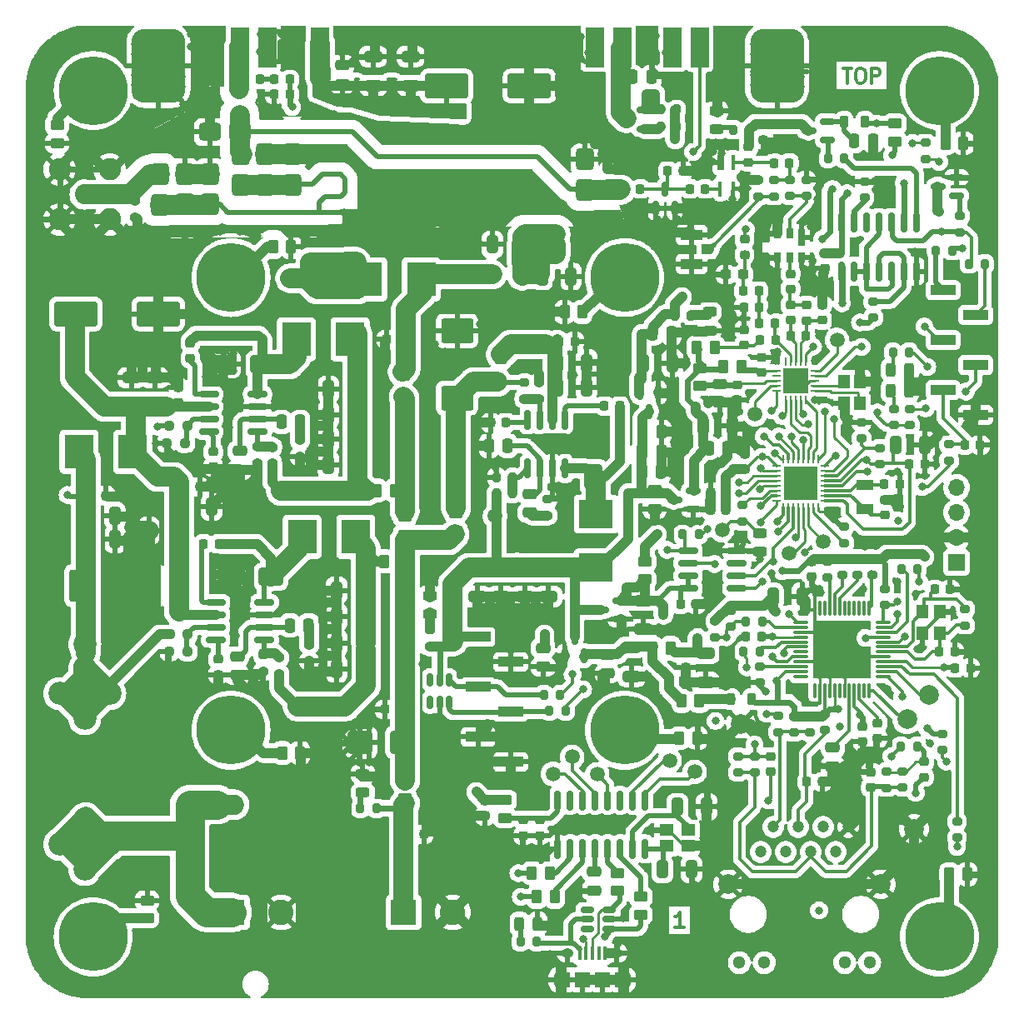
<source format=gtl>
G04 #@! TF.GenerationSoftware,KiCad,Pcbnew,8.0.9-8.0.9-0~ubuntu24.04.1*
G04 #@! TF.CreationDate,2025-11-08T17:49:52+02:00*
G04 #@! TF.ProjectId,TACNPR,5441434e-5052-42e6-9b69-6361645f7063,rev?*
G04 #@! TF.SameCoordinates,Original*
G04 #@! TF.FileFunction,Copper,L1,Top*
G04 #@! TF.FilePolarity,Positive*
%FSLAX46Y46*%
G04 Gerber Fmt 4.6, Leading zero omitted, Abs format (unit mm)*
G04 Created by KiCad (PCBNEW 8.0.9-8.0.9-0~ubuntu24.04.1) date 2025-11-08 17:49:52*
%MOMM*%
%LPD*%
G01*
G04 APERTURE LIST*
G04 Aperture macros list*
%AMRoundRect*
0 Rectangle with rounded corners*
0 $1 Rounding radius*
0 $2 $3 $4 $5 $6 $7 $8 $9 X,Y pos of 4 corners*
0 Add a 4 corners polygon primitive as box body*
4,1,4,$2,$3,$4,$5,$6,$7,$8,$9,$2,$3,0*
0 Add four circle primitives for the rounded corners*
1,1,$1+$1,$2,$3*
1,1,$1+$1,$4,$5*
1,1,$1+$1,$6,$7*
1,1,$1+$1,$8,$9*
0 Add four rect primitives between the rounded corners*
20,1,$1+$1,$2,$3,$4,$5,0*
20,1,$1+$1,$4,$5,$6,$7,0*
20,1,$1+$1,$6,$7,$8,$9,0*
20,1,$1+$1,$8,$9,$2,$3,0*%
%AMFreePoly0*
4,1,5,0.900000,-2.000000,-0.900000,-2.000000,-0.900000,2.000000,0.900000,2.000000,0.900000,-2.000000,0.900000,-2.000000,$1*%
G04 Aperture macros list end*
%ADD10C,0.300000*%
G04 #@! TA.AperFunction,NonConductor*
%ADD11C,0.300000*%
G04 #@! TD*
G04 #@! TA.AperFunction,EtchedComponent*
%ADD12C,0.000000*%
G04 #@! TD*
G04 #@! TA.AperFunction,SMDPad,CuDef*
%ADD13RoundRect,0.200000X-0.200000X-0.275000X0.200000X-0.275000X0.200000X0.275000X-0.200000X0.275000X0*%
G04 #@! TD*
G04 #@! TA.AperFunction,SMDPad,CuDef*
%ADD14RoundRect,0.225000X-0.225000X-0.250000X0.225000X-0.250000X0.225000X0.250000X-0.225000X0.250000X0*%
G04 #@! TD*
G04 #@! TA.AperFunction,SMDPad,CuDef*
%ADD15RoundRect,0.200000X0.275000X-0.200000X0.275000X0.200000X-0.275000X0.200000X-0.275000X-0.200000X0*%
G04 #@! TD*
G04 #@! TA.AperFunction,SMDPad,CuDef*
%ADD16RoundRect,0.150000X0.825000X0.150000X-0.825000X0.150000X-0.825000X-0.150000X0.825000X-0.150000X0*%
G04 #@! TD*
G04 #@! TA.AperFunction,SMDPad,CuDef*
%ADD17RoundRect,0.225000X0.250000X-0.225000X0.250000X0.225000X-0.250000X0.225000X-0.250000X-0.225000X0*%
G04 #@! TD*
G04 #@! TA.AperFunction,SMDPad,CuDef*
%ADD18C,1.500000*%
G04 #@! TD*
G04 #@! TA.AperFunction,SMDPad,CuDef*
%ADD19R,2.950000X3.500000*%
G04 #@! TD*
G04 #@! TA.AperFunction,SMDPad,CuDef*
%ADD20RoundRect,0.250000X-0.325000X-0.650000X0.325000X-0.650000X0.325000X0.650000X-0.325000X0.650000X0*%
G04 #@! TD*
G04 #@! TA.AperFunction,SMDPad,CuDef*
%ADD21RoundRect,0.250000X0.650000X-0.325000X0.650000X0.325000X-0.650000X0.325000X-0.650000X-0.325000X0*%
G04 #@! TD*
G04 #@! TA.AperFunction,SMDPad,CuDef*
%ADD22RoundRect,0.225000X-0.250000X0.225000X-0.250000X-0.225000X0.250000X-0.225000X0.250000X0.225000X0*%
G04 #@! TD*
G04 #@! TA.AperFunction,SMDPad,CuDef*
%ADD23RoundRect,0.250000X-0.475000X0.250000X-0.475000X-0.250000X0.475000X-0.250000X0.475000X0.250000X0*%
G04 #@! TD*
G04 #@! TA.AperFunction,SMDPad,CuDef*
%ADD24RoundRect,0.250000X1.000000X0.650000X-1.000000X0.650000X-1.000000X-0.650000X1.000000X-0.650000X0*%
G04 #@! TD*
G04 #@! TA.AperFunction,SMDPad,CuDef*
%ADD25RoundRect,0.237500X0.250000X0.237500X-0.250000X0.237500X-0.250000X-0.237500X0.250000X-0.237500X0*%
G04 #@! TD*
G04 #@! TA.AperFunction,SMDPad,CuDef*
%ADD26RoundRect,0.200000X-0.275000X0.200000X-0.275000X-0.200000X0.275000X-0.200000X0.275000X0.200000X0*%
G04 #@! TD*
G04 #@! TA.AperFunction,SMDPad,CuDef*
%ADD27RoundRect,0.150000X-0.825000X-0.150000X0.825000X-0.150000X0.825000X0.150000X-0.825000X0.150000X0*%
G04 #@! TD*
G04 #@! TA.AperFunction,SMDPad,CuDef*
%ADD28RoundRect,0.250000X0.325000X0.650000X-0.325000X0.650000X-0.325000X-0.650000X0.325000X-0.650000X0*%
G04 #@! TD*
G04 #@! TA.AperFunction,ComponentPad*
%ADD29C,3.900000*%
G04 #@! TD*
G04 #@! TA.AperFunction,ConnectorPad*
%ADD30C,7.000000*%
G04 #@! TD*
G04 #@! TA.AperFunction,SMDPad,CuDef*
%ADD31RoundRect,0.250000X0.250000X0.475000X-0.250000X0.475000X-0.250000X-0.475000X0.250000X-0.475000X0*%
G04 #@! TD*
G04 #@! TA.AperFunction,SMDPad,CuDef*
%ADD32RoundRect,0.225000X0.225000X0.250000X-0.225000X0.250000X-0.225000X-0.250000X0.225000X-0.250000X0*%
G04 #@! TD*
G04 #@! TA.AperFunction,SMDPad,CuDef*
%ADD33R,3.500000X2.950000*%
G04 #@! TD*
G04 #@! TA.AperFunction,SMDPad,CuDef*
%ADD34RoundRect,0.150000X-0.150000X0.825000X-0.150000X-0.825000X0.150000X-0.825000X0.150000X0.825000X0*%
G04 #@! TD*
G04 #@! TA.AperFunction,SMDPad,CuDef*
%ADD35RoundRect,0.200000X0.200000X0.275000X-0.200000X0.275000X-0.200000X-0.275000X0.200000X-0.275000X0*%
G04 #@! TD*
G04 #@! TA.AperFunction,SMDPad,CuDef*
%ADD36RoundRect,0.237500X-0.250000X-0.237500X0.250000X-0.237500X0.250000X0.237500X-0.250000X0.237500X0*%
G04 #@! TD*
G04 #@! TA.AperFunction,SMDPad,CuDef*
%ADD37RoundRect,0.250000X0.450000X-0.262500X0.450000X0.262500X-0.450000X0.262500X-0.450000X-0.262500X0*%
G04 #@! TD*
G04 #@! TA.AperFunction,SMDPad,CuDef*
%ADD38RoundRect,0.150000X0.150000X-0.512500X0.150000X0.512500X-0.150000X0.512500X-0.150000X-0.512500X0*%
G04 #@! TD*
G04 #@! TA.AperFunction,SMDPad,CuDef*
%ADD39RoundRect,0.250000X-1.950000X-1.000000X1.950000X-1.000000X1.950000X1.000000X-1.950000X1.000000X0*%
G04 #@! TD*
G04 #@! TA.AperFunction,SMDPad,CuDef*
%ADD40RoundRect,0.250000X-0.250000X-0.475000X0.250000X-0.475000X0.250000X0.475000X-0.250000X0.475000X0*%
G04 #@! TD*
G04 #@! TA.AperFunction,SMDPad,CuDef*
%ADD41RoundRect,0.250000X-0.650000X0.325000X-0.650000X-0.325000X0.650000X-0.325000X0.650000X0.325000X0*%
G04 #@! TD*
G04 #@! TA.AperFunction,SMDPad,CuDef*
%ADD42RoundRect,0.250000X0.650000X-1.000000X0.650000X1.000000X-0.650000X1.000000X-0.650000X-1.000000X0*%
G04 #@! TD*
G04 #@! TA.AperFunction,SMDPad,CuDef*
%ADD43RoundRect,0.250000X0.262500X0.450000X-0.262500X0.450000X-0.262500X-0.450000X0.262500X-0.450000X0*%
G04 #@! TD*
G04 #@! TA.AperFunction,SMDPad,CuDef*
%ADD44RoundRect,0.250000X-0.450000X0.262500X-0.450000X-0.262500X0.450000X-0.262500X0.450000X0.262500X0*%
G04 #@! TD*
G04 #@! TA.AperFunction,SMDPad,CuDef*
%ADD45RoundRect,0.243750X-0.456250X0.243750X-0.456250X-0.243750X0.456250X-0.243750X0.456250X0.243750X0*%
G04 #@! TD*
G04 #@! TA.AperFunction,ComponentPad*
%ADD46C,2.050000*%
G04 #@! TD*
G04 #@! TA.AperFunction,ComponentPad*
%ADD47C,2.250000*%
G04 #@! TD*
G04 #@! TA.AperFunction,SMDPad,CuDef*
%ADD48RoundRect,0.250000X0.475000X-0.250000X0.475000X0.250000X-0.475000X0.250000X-0.475000X-0.250000X0*%
G04 #@! TD*
G04 #@! TA.AperFunction,SMDPad,CuDef*
%ADD49RoundRect,0.150000X0.587500X0.150000X-0.587500X0.150000X-0.587500X-0.150000X0.587500X-0.150000X0*%
G04 #@! TD*
G04 #@! TA.AperFunction,SMDPad,CuDef*
%ADD50RoundRect,0.062500X-0.062500X0.362500X-0.062500X-0.362500X0.062500X-0.362500X0.062500X0.362500X0*%
G04 #@! TD*
G04 #@! TA.AperFunction,SMDPad,CuDef*
%ADD51RoundRect,0.062500X-0.362500X0.062500X-0.362500X-0.062500X0.362500X-0.062500X0.362500X0.062500X0*%
G04 #@! TD*
G04 #@! TA.AperFunction,ComponentPad*
%ADD52C,0.500000*%
G04 #@! TD*
G04 #@! TA.AperFunction,SMDPad,CuDef*
%ADD53R,2.600000X2.600000*%
G04 #@! TD*
G04 #@! TA.AperFunction,SMDPad,CuDef*
%ADD54FreePoly0,0.000000*%
G04 #@! TD*
G04 #@! TA.AperFunction,SMDPad,CuDef*
%ADD55RoundRect,1.375000X-1.375000X-2.375000X1.375000X-2.375000X1.375000X2.375000X-1.375000X2.375000X0*%
G04 #@! TD*
G04 #@! TA.AperFunction,SMDPad,CuDef*
%ADD56R,1.400000X1.150000*%
G04 #@! TD*
G04 #@! TA.AperFunction,SMDPad,CuDef*
%ADD57RoundRect,0.150000X0.512500X0.150000X-0.512500X0.150000X-0.512500X-0.150000X0.512500X-0.150000X0*%
G04 #@! TD*
G04 #@! TA.AperFunction,SMDPad,CuDef*
%ADD58RoundRect,0.150000X0.150000X-0.825000X0.150000X0.825000X-0.150000X0.825000X-0.150000X-0.825000X0*%
G04 #@! TD*
G04 #@! TA.AperFunction,ComponentPad*
%ADD59R,1.700000X1.700000*%
G04 #@! TD*
G04 #@! TA.AperFunction,ComponentPad*
%ADD60O,1.700000X1.700000*%
G04 #@! TD*
G04 #@! TA.AperFunction,SMDPad,CuDef*
%ADD61RoundRect,0.243750X0.243750X0.456250X-0.243750X0.456250X-0.243750X-0.456250X0.243750X-0.456250X0*%
G04 #@! TD*
G04 #@! TA.AperFunction,SMDPad,CuDef*
%ADD62RoundRect,0.250000X-0.262500X-0.450000X0.262500X-0.450000X0.262500X0.450000X-0.262500X0.450000X0*%
G04 #@! TD*
G04 #@! TA.AperFunction,SMDPad,CuDef*
%ADD63RoundRect,0.218750X0.381250X-0.218750X0.381250X0.218750X-0.381250X0.218750X-0.381250X-0.218750X0*%
G04 #@! TD*
G04 #@! TA.AperFunction,SMDPad,CuDef*
%ADD64RoundRect,0.340200X-0.559800X0.759800X-0.559800X-0.759800X0.559800X-0.759800X0.559800X0.759800X0*%
G04 #@! TD*
G04 #@! TA.AperFunction,SMDPad,CuDef*
%ADD65RoundRect,0.112500X0.112500X-0.187500X0.112500X0.187500X-0.112500X0.187500X-0.112500X-0.187500X0*%
G04 #@! TD*
G04 #@! TA.AperFunction,SMDPad,CuDef*
%ADD66RoundRect,0.218750X0.218750X0.256250X-0.218750X0.256250X-0.218750X-0.256250X0.218750X-0.256250X0*%
G04 #@! TD*
G04 #@! TA.AperFunction,SMDPad,CuDef*
%ADD67RoundRect,0.243750X0.456250X-0.243750X0.456250X0.243750X-0.456250X0.243750X-0.456250X-0.243750X0*%
G04 #@! TD*
G04 #@! TA.AperFunction,SMDPad,CuDef*
%ADD68RoundRect,0.150000X0.150000X-0.587500X0.150000X0.587500X-0.150000X0.587500X-0.150000X-0.587500X0*%
G04 #@! TD*
G04 #@! TA.AperFunction,ComponentPad*
%ADD69R,2.600000X2.600000*%
G04 #@! TD*
G04 #@! TA.AperFunction,ComponentPad*
%ADD70C,2.600000*%
G04 #@! TD*
G04 #@! TA.AperFunction,SMDPad,CuDef*
%ADD71R,2.510000X1.000000*%
G04 #@! TD*
G04 #@! TA.AperFunction,SMDPad,CuDef*
%ADD72RoundRect,0.218750X-0.256250X0.218750X-0.256250X-0.218750X0.256250X-0.218750X0.256250X0.218750X0*%
G04 #@! TD*
G04 #@! TA.AperFunction,SMDPad,CuDef*
%ADD73R,0.400000X1.500000*%
G04 #@! TD*
G04 #@! TA.AperFunction,SMDPad,CuDef*
%ADD74R,0.770000X1.500000*%
G04 #@! TD*
G04 #@! TA.AperFunction,SMDPad,CuDef*
%ADD75RoundRect,0.112500X-0.112500X0.187500X-0.112500X-0.187500X0.112500X-0.187500X0.112500X0.187500X0*%
G04 #@! TD*
G04 #@! TA.AperFunction,SMDPad,CuDef*
%ADD76RoundRect,0.218750X-0.218750X-0.381250X0.218750X-0.381250X0.218750X0.381250X-0.218750X0.381250X0*%
G04 #@! TD*
G04 #@! TA.AperFunction,SMDPad,CuDef*
%ADD77RoundRect,0.150000X-0.150000X0.587500X-0.150000X-0.587500X0.150000X-0.587500X0.150000X0.587500X0*%
G04 #@! TD*
G04 #@! TA.AperFunction,SMDPad,CuDef*
%ADD78RoundRect,0.237500X0.300000X0.237500X-0.300000X0.237500X-0.300000X-0.237500X0.300000X-0.237500X0*%
G04 #@! TD*
G04 #@! TA.AperFunction,SMDPad,CuDef*
%ADD79RoundRect,0.218750X-0.218750X-0.256250X0.218750X-0.256250X0.218750X0.256250X-0.218750X0.256250X0*%
G04 #@! TD*
G04 #@! TA.AperFunction,SMDPad,CuDef*
%ADD80R,1.150000X1.400000*%
G04 #@! TD*
G04 #@! TA.AperFunction,SMDPad,CuDef*
%ADD81R,0.650000X1.750000*%
G04 #@! TD*
G04 #@! TA.AperFunction,SMDPad,CuDef*
%ADD82R,0.650000X1.000000*%
G04 #@! TD*
G04 #@! TA.AperFunction,SMDPad,CuDef*
%ADD83RoundRect,0.218750X0.218750X0.381250X-0.218750X0.381250X-0.218750X-0.381250X0.218750X-0.381250X0*%
G04 #@! TD*
G04 #@! TA.AperFunction,SMDPad,CuDef*
%ADD84RoundRect,0.250000X1.000000X-1.400000X1.000000X1.400000X-1.000000X1.400000X-1.000000X-1.400000X0*%
G04 #@! TD*
G04 #@! TA.AperFunction,SMDPad,CuDef*
%ADD85RoundRect,0.250000X1.400000X1.000000X-1.400000X1.000000X-1.400000X-1.000000X1.400000X-1.000000X0*%
G04 #@! TD*
G04 #@! TA.AperFunction,SMDPad,CuDef*
%ADD86C,0.500000*%
G04 #@! TD*
G04 #@! TA.AperFunction,SMDPad,CuDef*
%ADD87RoundRect,0.340200X-0.759800X-0.559800X0.759800X-0.559800X0.759800X0.559800X-0.759800X0.559800X0*%
G04 #@! TD*
G04 #@! TA.AperFunction,SMDPad,CuDef*
%ADD88RoundRect,0.340200X0.559800X-0.759800X0.559800X0.759800X-0.559800X0.759800X-0.559800X-0.759800X0*%
G04 #@! TD*
G04 #@! TA.AperFunction,SMDPad,CuDef*
%ADD89R,1.050000X1.000000*%
G04 #@! TD*
G04 #@! TA.AperFunction,SMDPad,CuDef*
%ADD90R,2.200000X1.050000*%
G04 #@! TD*
G04 #@! TA.AperFunction,ComponentPad*
%ADD91C,2.350000*%
G04 #@! TD*
G04 #@! TA.AperFunction,SMDPad,CuDef*
%ADD92R,0.400000X1.350000*%
G04 #@! TD*
G04 #@! TA.AperFunction,ComponentPad*
%ADD93O,0.890000X1.550000*%
G04 #@! TD*
G04 #@! TA.AperFunction,SMDPad,CuDef*
%ADD94R,1.200000X1.550000*%
G04 #@! TD*
G04 #@! TA.AperFunction,ComponentPad*
%ADD95O,1.250000X0.950000*%
G04 #@! TD*
G04 #@! TA.AperFunction,SMDPad,CuDef*
%ADD96R,1.500000X1.550000*%
G04 #@! TD*
G04 #@! TA.AperFunction,SMDPad,CuDef*
%ADD97RoundRect,0.250000X1.000000X0.900000X-1.000000X0.900000X-1.000000X-0.900000X1.000000X-0.900000X0*%
G04 #@! TD*
G04 #@! TA.AperFunction,SMDPad,CuDef*
%ADD98C,2.000000*%
G04 #@! TD*
G04 #@! TA.AperFunction,ComponentPad*
%ADD99C,1.200000*%
G04 #@! TD*
G04 #@! TA.AperFunction,ComponentPad*
%ADD100C,1.300000*%
G04 #@! TD*
G04 #@! TA.AperFunction,ComponentPad*
%ADD101C,2.000000*%
G04 #@! TD*
G04 #@! TA.AperFunction,SMDPad,CuDef*
%ADD102R,1.800000X1.000000*%
G04 #@! TD*
G04 #@! TA.AperFunction,SMDPad,CuDef*
%ADD103RoundRect,0.062500X0.375000X0.062500X-0.375000X0.062500X-0.375000X-0.062500X0.375000X-0.062500X0*%
G04 #@! TD*
G04 #@! TA.AperFunction,SMDPad,CuDef*
%ADD104RoundRect,0.062500X0.062500X0.375000X-0.062500X0.375000X-0.062500X-0.375000X0.062500X-0.375000X0*%
G04 #@! TD*
G04 #@! TA.AperFunction,SMDPad,CuDef*
%ADD105R,3.450000X3.450000*%
G04 #@! TD*
G04 #@! TA.AperFunction,SMDPad,CuDef*
%ADD106RoundRect,0.075000X-0.662500X-0.075000X0.662500X-0.075000X0.662500X0.075000X-0.662500X0.075000X0*%
G04 #@! TD*
G04 #@! TA.AperFunction,SMDPad,CuDef*
%ADD107RoundRect,0.075000X-0.075000X-0.662500X0.075000X-0.662500X0.075000X0.662500X-0.075000X0.662500X0*%
G04 #@! TD*
G04 #@! TA.AperFunction,SMDPad,CuDef*
%ADD108R,1.200000X1.400000*%
G04 #@! TD*
G04 #@! TA.AperFunction,ComponentPad*
%ADD109O,5.550000X2.100000*%
G04 #@! TD*
G04 #@! TA.AperFunction,ViaPad*
%ADD110C,0.800000*%
G04 #@! TD*
G04 #@! TA.AperFunction,Conductor*
%ADD111C,0.300000*%
G04 #@! TD*
G04 #@! TA.AperFunction,Conductor*
%ADD112C,1.000000*%
G04 #@! TD*
G04 #@! TA.AperFunction,Conductor*
%ADD113C,0.633000*%
G04 #@! TD*
G04 #@! TA.AperFunction,Conductor*
%ADD114C,0.500000*%
G04 #@! TD*
G04 #@! TA.AperFunction,Conductor*
%ADD115C,2.000000*%
G04 #@! TD*
G04 #@! TA.AperFunction,Conductor*
%ADD116C,0.250000*%
G04 #@! TD*
G04 #@! TA.AperFunction,Conductor*
%ADD117C,3.000000*%
G04 #@! TD*
G04 #@! TA.AperFunction,Conductor*
%ADD118C,0.293370*%
G04 #@! TD*
G04 APERTURE END LIST*
D10*
D11*
X172040954Y-41273748D02*
X172898097Y-41273748D01*
X172469525Y-42773748D02*
X172469525Y-41273748D01*
X173683811Y-41273748D02*
X173969525Y-41273748D01*
X173969525Y-41273748D02*
X174112382Y-41345177D01*
X174112382Y-41345177D02*
X174255239Y-41488034D01*
X174255239Y-41488034D02*
X174326668Y-41773748D01*
X174326668Y-41773748D02*
X174326668Y-42273748D01*
X174326668Y-42273748D02*
X174255239Y-42559462D01*
X174255239Y-42559462D02*
X174112382Y-42702320D01*
X174112382Y-42702320D02*
X173969525Y-42773748D01*
X173969525Y-42773748D02*
X173683811Y-42773748D01*
X173683811Y-42773748D02*
X173540954Y-42702320D01*
X173540954Y-42702320D02*
X173398096Y-42559462D01*
X173398096Y-42559462D02*
X173326668Y-42273748D01*
X173326668Y-42273748D02*
X173326668Y-41773748D01*
X173326668Y-41773748D02*
X173398096Y-41488034D01*
X173398096Y-41488034D02*
X173540954Y-41345177D01*
X173540954Y-41345177D02*
X173683811Y-41273748D01*
X174969525Y-42773748D02*
X174969525Y-41273748D01*
X174969525Y-41273748D02*
X175540954Y-41273748D01*
X175540954Y-41273748D02*
X175683811Y-41345177D01*
X175683811Y-41345177D02*
X175755240Y-41416605D01*
X175755240Y-41416605D02*
X175826668Y-41559462D01*
X175826668Y-41559462D02*
X175826668Y-41773748D01*
X175826668Y-41773748D02*
X175755240Y-41916605D01*
X175755240Y-41916605D02*
X175683811Y-41988034D01*
X175683811Y-41988034D02*
X175540954Y-42059462D01*
X175540954Y-42059462D02*
X174969525Y-42059462D01*
D10*
D11*
X155876572Y-128580028D02*
X155019429Y-128580028D01*
X155448000Y-128580028D02*
X155448000Y-127080028D01*
X155448000Y-127080028D02*
X155305143Y-127294314D01*
X155305143Y-127294314D02*
X155162286Y-127437171D01*
X155162286Y-127437171D02*
X155019429Y-127508600D01*
D12*
G04 #@! TA.AperFunction,EtchedComponent*
G36*
X118813200Y-56155400D02*
G01*
X117813200Y-56155400D01*
X117813200Y-55655400D01*
X118813200Y-55655400D01*
X118813200Y-56155400D01*
G37*
G04 #@! TD.AperFunction*
G04 #@! TA.AperFunction,EtchedComponent*
G36*
X119040720Y-55922800D02*
G01*
X118540720Y-55922800D01*
X118540720Y-54922800D01*
X119040720Y-54922800D01*
X119040720Y-55922800D01*
G37*
G04 #@! TD.AperFunction*
G04 #@! TA.AperFunction,EtchedComponent*
G36*
X121413400Y-56155400D02*
G01*
X119663400Y-56155400D01*
X119663400Y-55655400D01*
X121413400Y-55655400D01*
X121413400Y-56155400D01*
G37*
G04 #@! TD.AperFunction*
D13*
X184836800Y-61163200D03*
X186486800Y-61163200D03*
D14*
X155562000Y-95758000D03*
X157112000Y-95758000D03*
D15*
X172182000Y-89501000D03*
X172182000Y-87851000D03*
D16*
X161275800Y-94132400D03*
X161275800Y-92862400D03*
X161275800Y-91592400D03*
X161275800Y-90322400D03*
X156325800Y-90322400D03*
X156325800Y-91592400D03*
X156325800Y-92862400D03*
X156325800Y-94132400D03*
D17*
X162052000Y-82042000D03*
X162052000Y-80492000D03*
D18*
X166582000Y-90576000D03*
D19*
X94430000Y-80264000D03*
X99880000Y-80264000D03*
D20*
X95172000Y-89154000D03*
X98122000Y-89154000D03*
D21*
X99745800Y-75681100D03*
X99745800Y-72731100D03*
D17*
X104521000Y-75260500D03*
X104521000Y-73710500D03*
D22*
X108066840Y-80240840D03*
X108066840Y-81790840D03*
D23*
X110744000Y-80167440D03*
X110744000Y-82067440D03*
D20*
X143038300Y-73682860D03*
X145988300Y-73682860D03*
D24*
X113107220Y-71368920D03*
X109107220Y-71368920D03*
D25*
X105184580Y-79375000D03*
X103359580Y-79375000D03*
D26*
X116840000Y-79058000D03*
X116840000Y-80708000D03*
X112593120Y-79738720D03*
X112593120Y-81388720D03*
D27*
X107608600Y-74409300D03*
X107608600Y-75679300D03*
X107608600Y-76949300D03*
X107608600Y-78219300D03*
X112558600Y-78219300D03*
X112558600Y-76949300D03*
X112558600Y-75679300D03*
X112558600Y-74409300D03*
D19*
X116520380Y-68834000D03*
X121970380Y-68834000D03*
D28*
X122732060Y-78999080D03*
X119782060Y-78999080D03*
X122729520Y-76464160D03*
X119779520Y-76464160D03*
X122706660Y-81551780D03*
X119756660Y-81551780D03*
X122714280Y-73914000D03*
X119764280Y-73914000D03*
D29*
X95864000Y-43540000D03*
D30*
X95864000Y-43540000D03*
D29*
X95864000Y-129540000D03*
D30*
X95864000Y-129540000D03*
D29*
X109864000Y-108540000D03*
D30*
X109864000Y-108540000D03*
D23*
X140223240Y-84541320D03*
X140223240Y-86441320D03*
D31*
X137983000Y-79644240D03*
X136083000Y-79644240D03*
D15*
X141157960Y-74860920D03*
X141157960Y-73210920D03*
D32*
X137813080Y-77282040D03*
X136263080Y-77282040D03*
D26*
X139684760Y-73216000D03*
X139684760Y-74866000D03*
D33*
X146964400Y-86581400D03*
X146964400Y-92031400D03*
D14*
X143227760Y-69016880D03*
X144777760Y-69016880D03*
D34*
X143832580Y-77004140D03*
X142562580Y-77004140D03*
X141292580Y-77004140D03*
X140022580Y-77004140D03*
X140022580Y-81954140D03*
X141292580Y-81954140D03*
X142562580Y-81954140D03*
X143832580Y-81954140D03*
D20*
X143066240Y-71231760D03*
X146016240Y-71231760D03*
D35*
X138508240Y-82839560D03*
X136858240Y-82839560D03*
D13*
X136840460Y-84488020D03*
X138490460Y-84488020D03*
D29*
X149864000Y-62540000D03*
D30*
X149864000Y-62540000D03*
D29*
X181864000Y-129540000D03*
D30*
X181864000Y-129540000D03*
D21*
X102108000Y-75681100D03*
X102108000Y-72731100D03*
D36*
X103583100Y-77609700D03*
X105408100Y-77609700D03*
D37*
X127558800Y-115466500D03*
X127558800Y-113641500D03*
D13*
X141669000Y-104952800D03*
X143319000Y-104952800D03*
D38*
X130114000Y-105683900D03*
X131064000Y-105683900D03*
X132014000Y-105683900D03*
X132014000Y-103408900D03*
X131064000Y-103408900D03*
X130114000Y-103408900D03*
D39*
X94098000Y-66243200D03*
X102498000Y-66243200D03*
D29*
X109864000Y-62540000D03*
D30*
X109864000Y-62540000D03*
D29*
X149864000Y-108540000D03*
D30*
X149864000Y-108540000D03*
D26*
X130048000Y-98362000D03*
X130048000Y-100012000D03*
X113111280Y-100927400D03*
X113111280Y-102577400D03*
D15*
X114757200Y-102831400D03*
X114757200Y-101181400D03*
D14*
X105143000Y-83820000D03*
X106693000Y-83820000D03*
D22*
X108574840Y-101333000D03*
X108574840Y-102883000D03*
D32*
X108636100Y-89608660D03*
X107086100Y-89608660D03*
D28*
X123552480Y-94335600D03*
X120602480Y-94335600D03*
D40*
X115864600Y-97891600D03*
X117764600Y-97891600D03*
D23*
X110490000Y-101031000D03*
X110490000Y-102931000D03*
D28*
X123587300Y-99689920D03*
X120637300Y-99689920D03*
X123585500Y-102306120D03*
X120635500Y-102306120D03*
X104472000Y-88265000D03*
X101522000Y-88265000D03*
D20*
X104951000Y-85852000D03*
X107901000Y-85852000D03*
D28*
X123570260Y-97017840D03*
X120620260Y-97017840D03*
D24*
X113937800Y-92925900D03*
X109937800Y-92925900D03*
D36*
X103636440Y-98806000D03*
X105461440Y-98806000D03*
D26*
X117805200Y-99860600D03*
X117805200Y-101510600D03*
D19*
X117094000Y-88900000D03*
X122544000Y-88900000D03*
D27*
X108307100Y-95542100D03*
X108307100Y-96812100D03*
X108307100Y-98082100D03*
X108307100Y-99352100D03*
X113257100Y-99352100D03*
X113257100Y-98082100D03*
X113257100Y-96812100D03*
X113257100Y-95542100D03*
D25*
X105448740Y-100545900D03*
X103623740Y-100545900D03*
D32*
X160147600Y-86143800D03*
X158597600Y-86143800D03*
D15*
X142036800Y-86727800D03*
X142036800Y-85077800D03*
D37*
X127533400Y-88669500D03*
X127533400Y-86844500D03*
D41*
X134874000Y-91994460D03*
X134874000Y-94944460D03*
X137287000Y-91997000D03*
X137287000Y-94947000D03*
X142113000Y-91997000D03*
X142113000Y-94947000D03*
D40*
X115001000Y-77216000D03*
X116901000Y-77216000D03*
D32*
X149365000Y-75590400D03*
X147815000Y-75590400D03*
X127026000Y-106426000D03*
X125476000Y-106426000D03*
D21*
X124307600Y-43029400D03*
X124307600Y-40079400D03*
D42*
X146705320Y-82759300D03*
X146705320Y-78759300D03*
D41*
X139700000Y-92002080D03*
X139700000Y-94952080D03*
D15*
X114071400Y-81424280D03*
X114071400Y-79774280D03*
D20*
X95108500Y-86741000D03*
X98058500Y-86741000D03*
D43*
X126525660Y-84165440D03*
X124700660Y-84165440D03*
X127252100Y-91363800D03*
X125427100Y-91363800D03*
D44*
X132715000Y-86463500D03*
X132715000Y-88288500D03*
D45*
X130048000Y-94884000D03*
X130048000Y-96759000D03*
X123266200Y-112981500D03*
X123266200Y-114856500D03*
D22*
X162026600Y-67843100D03*
X162026600Y-69393100D03*
D46*
X94996000Y-54102000D03*
D47*
X92456000Y-56642000D03*
X97536000Y-56642000D03*
X92456000Y-51562000D03*
X97536000Y-51562000D03*
D48*
X159542480Y-75245000D03*
X159542480Y-73345000D03*
D13*
X123013200Y-116484400D03*
X124663200Y-116484400D03*
D40*
X150688000Y-42164000D03*
X152588000Y-42164000D03*
D19*
X129217000Y-62738000D03*
X123767000Y-62738000D03*
D23*
X148107000Y-100876000D03*
X148107000Y-102776000D03*
D41*
X151739600Y-95349800D03*
X151739600Y-98299800D03*
D40*
X158409600Y-79857600D03*
X160309600Y-79857600D03*
D20*
X157835600Y-77622400D03*
X160785600Y-77622400D03*
D49*
X149375100Y-97266800D03*
X149375100Y-95366800D03*
X147500100Y-96316800D03*
D50*
X168259000Y-71100000D03*
X167759000Y-71100000D03*
X167259000Y-71100000D03*
X166759000Y-71100000D03*
X166259000Y-71100000D03*
D51*
X165334000Y-72025000D03*
X165334000Y-72525000D03*
X165334000Y-73025000D03*
X165334000Y-73525000D03*
X165334000Y-74025000D03*
D50*
X166259000Y-74950000D03*
X166759000Y-74950000D03*
X167259000Y-74950000D03*
X167759000Y-74950000D03*
X168259000Y-74950000D03*
D51*
X169184000Y-74025000D03*
X169184000Y-73525000D03*
X169184000Y-73025000D03*
X169184000Y-72525000D03*
X169184000Y-72025000D03*
D52*
X168309000Y-71975000D03*
X166209000Y-71975000D03*
D53*
X167259000Y-73025000D03*
D52*
X168309000Y-74075000D03*
X166209000Y-74075000D03*
D17*
X161290000Y-75014120D03*
X161290000Y-73464120D03*
D54*
X110744000Y-39141400D03*
X113538000Y-39141400D03*
X118872000Y-39141400D03*
X146812000Y-39141400D03*
X149606000Y-39141400D03*
X154686000Y-39141400D03*
X157480000Y-39141400D03*
D55*
X102489000Y-41046400D03*
X165354000Y-41046400D03*
D17*
X141224000Y-119240600D03*
X141224000Y-117690600D03*
X139573000Y-119240600D03*
X139573000Y-117690600D03*
D23*
X141579600Y-100192800D03*
X141579600Y-102092800D03*
D13*
X142227800Y-106578400D03*
X143877800Y-106578400D03*
D41*
X150582000Y-100121000D03*
X150582000Y-103071000D03*
D56*
X156294000Y-118707000D03*
X154094000Y-118707000D03*
X154094000Y-120307000D03*
X156294000Y-120307000D03*
D57*
X148330500Y-128712000D03*
X148330500Y-127762000D03*
X148330500Y-126812000D03*
X146055500Y-126812000D03*
X146055500Y-127762000D03*
X146055500Y-128712000D03*
D20*
X153719000Y-122682000D03*
X156669000Y-122682000D03*
D58*
X143078200Y-120610400D03*
X144348200Y-120610400D03*
X145618200Y-120610400D03*
X146888200Y-120610400D03*
X148158200Y-120610400D03*
X149428200Y-120610400D03*
X150698200Y-120610400D03*
X151968200Y-120610400D03*
X151968200Y-115660400D03*
X150698200Y-115660400D03*
X149428200Y-115660400D03*
X148158200Y-115660400D03*
X146888200Y-115660400D03*
X145618200Y-115660400D03*
X144348200Y-115660400D03*
X143078200Y-115660400D03*
D44*
X151511000Y-125452500D03*
X151511000Y-127277500D03*
D59*
X183591200Y-91490800D03*
D60*
X183591200Y-88950800D03*
X183591200Y-86410800D03*
X183591200Y-83870800D03*
D17*
X135686800Y-117259400D03*
X135686800Y-115709400D03*
D61*
X141043900Y-128193800D03*
X139168900Y-128193800D03*
D13*
X139281400Y-130048000D03*
X140931400Y-130048000D03*
D18*
X142595600Y-112979200D03*
D48*
X146761200Y-124825800D03*
X146761200Y-122925800D03*
D18*
X147066000Y-113030000D03*
X144526000Y-111252000D03*
D62*
X140438500Y-123063000D03*
X142263500Y-123063000D03*
X140946500Y-125476000D03*
X142771500Y-125476000D03*
D20*
X155243000Y-116332000D03*
X158193000Y-116332000D03*
D44*
X149098000Y-123039500D03*
X149098000Y-124864500D03*
D18*
X163132000Y-76401000D03*
D63*
X137287000Y-73071500D03*
X137287000Y-70946500D03*
D32*
X127201000Y-68834000D03*
X125651000Y-68834000D03*
D39*
X131791600Y-43078400D03*
X140191600Y-43078400D03*
D64*
X102616000Y-52031500D03*
X102616000Y-55156500D03*
D18*
X120357000Y-84076000D03*
D14*
X95618000Y-84709000D03*
X97168000Y-84709000D03*
D22*
X105740200Y-69227400D03*
X105740200Y-70777400D03*
D35*
X157416000Y-88646000D03*
X155766000Y-88646000D03*
D65*
X110744000Y-46008000D03*
X110744000Y-43908000D03*
D66*
X112801500Y-42418000D03*
X111226500Y-42418000D03*
D44*
X151917400Y-91391100D03*
X151917400Y-93216100D03*
D18*
X115887500Y-62611000D03*
D61*
X178762900Y-74041000D03*
X176887900Y-74041000D03*
D67*
X163576000Y-90421700D03*
X163576000Y-88546700D03*
D15*
X161798000Y-87337400D03*
X161798000Y-85687400D03*
D68*
X143830000Y-100962700D03*
X145730000Y-100962700D03*
X144780000Y-99087700D03*
D61*
X178788300Y-71932800D03*
X176913300Y-71932800D03*
D13*
X177127400Y-70154800D03*
X178777400Y-70154800D03*
D22*
X163776660Y-70621860D03*
X163776660Y-72171860D03*
D49*
X183614300Y-54239200D03*
X183614300Y-52339200D03*
X181739300Y-53289200D03*
X170482500Y-48575000D03*
X170482500Y-46675000D03*
X168607500Y-47625000D03*
D13*
X153505400Y-47244000D03*
X155155400Y-47244000D03*
D26*
X183946800Y-56286400D03*
X183946800Y-57936400D03*
D17*
X163982400Y-48527000D03*
X163982400Y-46977000D03*
D14*
X127901400Y-119126000D03*
X129451400Y-119126000D03*
D69*
X109971200Y-127050800D03*
D70*
X114971200Y-127050800D03*
D69*
X127406400Y-127050800D03*
D70*
X132406400Y-127050800D03*
D71*
X138277600Y-111760000D03*
X134967600Y-109220000D03*
X138277600Y-106680000D03*
X134967600Y-104140000D03*
X138277600Y-101600000D03*
X134967600Y-99060000D03*
D72*
X162458400Y-49275900D03*
X162458400Y-50850900D03*
D17*
X170180000Y-61633400D03*
X170180000Y-60083400D03*
D58*
X171894500Y-61898300D03*
X173164500Y-61898300D03*
X174434500Y-61898300D03*
X175704500Y-61898300D03*
X176974500Y-61898300D03*
X178244500Y-61898300D03*
X179514500Y-61898300D03*
X179514500Y-56948300D03*
X178244500Y-56948300D03*
X176974500Y-56948300D03*
X175704500Y-56948300D03*
X174434500Y-56948300D03*
X173164500Y-56948300D03*
X171894500Y-56948300D03*
D29*
X181864000Y-43540000D03*
D30*
X181864000Y-43540000D03*
D64*
X145796000Y-50520200D03*
X145796000Y-53645200D03*
D14*
X149910500Y-53530500D03*
X151460500Y-53530500D03*
X156514500Y-53530500D03*
X158064500Y-53530500D03*
D26*
X100126800Y-54750200D03*
X100126800Y-56400200D03*
D73*
X160875500Y-50870500D03*
D74*
X159670500Y-50870500D03*
D73*
X159575500Y-53530500D03*
X160875500Y-53530500D03*
D75*
X148082000Y-51528000D03*
X148082000Y-53628000D03*
D49*
X151813500Y-47432000D03*
X151813500Y-45532000D03*
X149938500Y-46482000D03*
D20*
X141476200Y-62433200D03*
X144426200Y-62433200D03*
D28*
X139397000Y-59182000D03*
X136447000Y-59182000D03*
D76*
X136859500Y-62230000D03*
X138984500Y-62230000D03*
D13*
X153505400Y-45466000D03*
X155155400Y-45466000D03*
D26*
X174244000Y-52769000D03*
X174244000Y-54419000D03*
D49*
X156855400Y-86090800D03*
X156855400Y-84190800D03*
X154980400Y-85140800D03*
D40*
X151691300Y-80264000D03*
X153591300Y-80264000D03*
X152732700Y-68199000D03*
X154632700Y-68199000D03*
D20*
X151777700Y-71247000D03*
X154727700Y-71247000D03*
D77*
X153299200Y-74246500D03*
X151399200Y-74246500D03*
X152349200Y-76121500D03*
D40*
X151643000Y-82296000D03*
X153543000Y-82296000D03*
X151701500Y-78206600D03*
X153601500Y-78206600D03*
D67*
X158496000Y-67917300D03*
X158496000Y-66042300D03*
D35*
X156603200Y-66395600D03*
X154953200Y-66395600D03*
D43*
X161745300Y-71628000D03*
X159920300Y-71628000D03*
D78*
X161898500Y-62230000D03*
X160173500Y-62230000D03*
D22*
X166738300Y-62153500D03*
X166738300Y-63703500D03*
D17*
X166738300Y-66891200D03*
X166738300Y-65341200D03*
D72*
X168363900Y-65333780D03*
X168363900Y-66908780D03*
D79*
X166722960Y-68483480D03*
X168297960Y-68483480D03*
D43*
X159002100Y-69672200D03*
X157177100Y-69672200D03*
D66*
X165189000Y-68846700D03*
X163614000Y-68846700D03*
D17*
X162052000Y-60211000D03*
X162052000Y-58661000D03*
D37*
X137718800Y-117447700D03*
X137718800Y-115622700D03*
D13*
X170523400Y-50444400D03*
X172173400Y-50444400D03*
D80*
X172174000Y-73118800D03*
X172174000Y-75318800D03*
X173774000Y-75318800D03*
X173774000Y-73118800D03*
D26*
X165061900Y-52641500D03*
X165061900Y-54291500D03*
D15*
X168313100Y-54266600D03*
X168313100Y-52616600D03*
D68*
X153037500Y-55468000D03*
X154937500Y-55468000D03*
X153987500Y-53593000D03*
D81*
X167824000Y-58459000D03*
D82*
X166624000Y-58084000D03*
X165424000Y-58084000D03*
X165424000Y-60534000D03*
X166624000Y-60534000D03*
X167824000Y-60534000D03*
D26*
X166674800Y-52616600D03*
X166674800Y-54266600D03*
D32*
X160147600Y-84365800D03*
X158597600Y-84365800D03*
D37*
X92202000Y-48867700D03*
X92202000Y-47042700D03*
D43*
X184300500Y-48895000D03*
X182475500Y-48895000D03*
D62*
X143764000Y-66040000D03*
X145589000Y-66040000D03*
D44*
X101346000Y-125833500D03*
X101346000Y-127658500D03*
D43*
X116894500Y-110851000D03*
X115069500Y-110851000D03*
X184694500Y-123176000D03*
X182869500Y-123176000D03*
D37*
X157480000Y-73556500D03*
X157480000Y-71731500D03*
D64*
X105156000Y-51993000D03*
X105156000Y-55118000D03*
D79*
X154228600Y-51714400D03*
X155803600Y-51714400D03*
D31*
X175092400Y-48666400D03*
X173192400Y-48666400D03*
D83*
X174290500Y-46736000D03*
X172165500Y-46736000D03*
D84*
X94673000Y-93853000D03*
X101473000Y-93853000D03*
D85*
X132842000Y-74774000D03*
X132842000Y-67974000D03*
D43*
X157264500Y-109346000D03*
X155439500Y-109346000D03*
X115974500Y-59436000D03*
X114149500Y-59436000D03*
D18*
X120632000Y-106101000D03*
X136702800Y-86766400D03*
X154432000Y-111620300D03*
X156972000Y-112776000D03*
D64*
X107696000Y-51993000D03*
X107696000Y-55118000D03*
D86*
X117813200Y-55905400D03*
X118813200Y-55905400D03*
D48*
X121158000Y-42860000D03*
X121158000Y-40960000D03*
D66*
X115849500Y-42418000D03*
X114274500Y-42418000D03*
D14*
X114287000Y-43942000D03*
X115837000Y-43942000D03*
D15*
X175133000Y-66611000D03*
X175133000Y-64961000D03*
D37*
X177342800Y-48715300D03*
X177342800Y-46890300D03*
D87*
X107696000Y-47752000D03*
X110821000Y-47752000D03*
D21*
X128117600Y-43029400D03*
X128117600Y-40079400D03*
D64*
X113347500Y-49999500D03*
X113347500Y-53124500D03*
D88*
X110871000Y-53124500D03*
X110871000Y-49999500D03*
D86*
X118790720Y-55922800D03*
X118790720Y-54922800D03*
D22*
X169938700Y-65328500D03*
X169938700Y-66878500D03*
D79*
X163565840Y-67157600D03*
X165140840Y-67157600D03*
D32*
X163525800Y-65565020D03*
X161975800Y-65565020D03*
D79*
X161950400Y-63906400D03*
X163525400Y-63906400D03*
D32*
X166598600Y-50914300D03*
X165048600Y-50914300D03*
D26*
X163474400Y-52642000D03*
X163474400Y-54292000D03*
D89*
X158217600Y-59688200D03*
D90*
X156692600Y-61163200D03*
X156692600Y-58213200D03*
D91*
X94996000Y-122682000D03*
X92456000Y-120142000D03*
X97536000Y-120142000D03*
X94996000Y-117602000D03*
X94996000Y-107362000D03*
X92456000Y-104822000D03*
X97536000Y-104822000D03*
X94996000Y-102282000D03*
X94996000Y-99822000D03*
D92*
X145283400Y-131188000D03*
X145933400Y-131188000D03*
X146583400Y-131188000D03*
X147233400Y-131188000D03*
X147883400Y-131188000D03*
D93*
X143083400Y-133888000D03*
D94*
X143683400Y-133888000D03*
D95*
X144083400Y-131188000D03*
D96*
X145583400Y-133888000D03*
X147583400Y-133888000D03*
D95*
X149083400Y-131188000D03*
D94*
X149483400Y-133888000D03*
D93*
X150083400Y-133888000D03*
D64*
X116078000Y-50038000D03*
X116078000Y-53163000D03*
D97*
X127266700Y-109778800D03*
X122966700Y-109778800D03*
D44*
X127355600Y-72544300D03*
X127355600Y-74369300D03*
D32*
X182943800Y-94234000D03*
X181393800Y-94234000D03*
D14*
X181851000Y-100584000D03*
X183401000Y-100584000D03*
D22*
X174052000Y-108141000D03*
X174052000Y-109691000D03*
X156082000Y-100621000D03*
X156082000Y-102171000D03*
X175582000Y-107801000D03*
X175582000Y-109351000D03*
D23*
X171020500Y-110302000D03*
X171020500Y-112202000D03*
D41*
X158082000Y-100726000D03*
X158082000Y-103676000D03*
D20*
X164945800Y-94945200D03*
X167895800Y-94945200D03*
D22*
X174882000Y-112801000D03*
X174882000Y-114351000D03*
D17*
X164682000Y-112751000D03*
X164682000Y-111201000D03*
D32*
X169939000Y-113792000D03*
X168389000Y-113792000D03*
D26*
X184482000Y-96251000D03*
X184482000Y-97901000D03*
D15*
X176276000Y-95821000D03*
X176276000Y-94171000D03*
X175006000Y-92798500D03*
X175006000Y-91148500D03*
D26*
X170434000Y-91377000D03*
X170434000Y-93027000D03*
X171958000Y-91123000D03*
X171958000Y-92773000D03*
X173482000Y-91123000D03*
X173482000Y-92773000D03*
X163626800Y-102045000D03*
X163626800Y-103695000D03*
D15*
X165455600Y-108724200D03*
X165455600Y-107074200D03*
D13*
X162197000Y-97486000D03*
X163847000Y-97486000D03*
X161957000Y-100576000D03*
X163607000Y-100576000D03*
D35*
X179607000Y-110176000D03*
X177957000Y-110176000D03*
D26*
X168656000Y-107125000D03*
X168656000Y-108775000D03*
X163068000Y-111189000D03*
X163068000Y-112839000D03*
X160662000Y-96361000D03*
X160662000Y-98011000D03*
X176482000Y-112751000D03*
X176482000Y-114401000D03*
X170180000Y-106871000D03*
X170180000Y-108521000D03*
X183642000Y-117818500D03*
X183642000Y-119468500D03*
X182118000Y-108903000D03*
X182118000Y-110553000D03*
D98*
X180797200Y-104952800D03*
X178562000Y-107442000D03*
D13*
X177965500Y-92202000D03*
X179615500Y-92202000D03*
D99*
X163703000Y-120904000D03*
X164973000Y-118364000D03*
X166243000Y-120904000D03*
X167513000Y-118364000D03*
X168783000Y-120904000D03*
X170053000Y-118364000D03*
X171323000Y-120904000D03*
X172593000Y-118364000D03*
D100*
X161523000Y-132154000D03*
X164063000Y-132154000D03*
X172233000Y-132154000D03*
X174773000Y-132154000D03*
D101*
X160403000Y-124204000D03*
X175893000Y-124204000D03*
D22*
X168882000Y-91401000D03*
X168882000Y-92951000D03*
D102*
X174244000Y-86086000D03*
X174244000Y-83586000D03*
D17*
X176276000Y-86701000D03*
X176276000Y-85151000D03*
D14*
X176263000Y-83566000D03*
X177813000Y-83566000D03*
D32*
X185991800Y-79552800D03*
X184441800Y-79552800D03*
D15*
X175768000Y-81534000D03*
X175768000Y-79884000D03*
X173939200Y-78904600D03*
X173939200Y-77254600D03*
X182829200Y-81139800D03*
X182829200Y-79489800D03*
D26*
X177266600Y-75883000D03*
X177266600Y-77533000D03*
D20*
X177391800Y-79552800D03*
X180341800Y-79552800D03*
D23*
X152908000Y-84140000D03*
X152908000Y-86040000D03*
D14*
X178803000Y-81534000D03*
X180353000Y-81534000D03*
D103*
X170197500Y-85196000D03*
X170197500Y-84696000D03*
X170197500Y-84196000D03*
X170197500Y-83696000D03*
X170197500Y-83196000D03*
X170197500Y-82696000D03*
X170197500Y-82196000D03*
X170197500Y-81696000D03*
D104*
X169510000Y-81008500D03*
X169010000Y-81008500D03*
X168510000Y-81008500D03*
X168010000Y-81008500D03*
X167510000Y-81008500D03*
X167010000Y-81008500D03*
X166510000Y-81008500D03*
X166010000Y-81008500D03*
D103*
X165322500Y-81696000D03*
X165322500Y-82196000D03*
X165322500Y-82696000D03*
X165322500Y-83196000D03*
X165322500Y-83696000D03*
X165322500Y-84196000D03*
X165322500Y-84696000D03*
X165322500Y-85196000D03*
D104*
X166010000Y-85883500D03*
X166510000Y-85883500D03*
X167010000Y-85883500D03*
X167510000Y-85883500D03*
X168010000Y-85883500D03*
X168510000Y-85883500D03*
X169010000Y-85883500D03*
X169510000Y-85883500D03*
D105*
X167760000Y-83446000D03*
D17*
X180289200Y-113297000D03*
X180289200Y-111747000D03*
D106*
X167795500Y-97580000D03*
X167795500Y-98080000D03*
X167795500Y-98580000D03*
X167795500Y-99080000D03*
X167795500Y-99580000D03*
X167795500Y-100080000D03*
X167795500Y-100580000D03*
X167795500Y-101080000D03*
X167795500Y-101580000D03*
X167795500Y-102080000D03*
X167795500Y-102580000D03*
X167795500Y-103080000D03*
D107*
X169208000Y-104492500D03*
X169708000Y-104492500D03*
X170208000Y-104492500D03*
X170708000Y-104492500D03*
X171208000Y-104492500D03*
X171708000Y-104492500D03*
X172208000Y-104492500D03*
X172708000Y-104492500D03*
X173208000Y-104492500D03*
X173708000Y-104492500D03*
X174208000Y-104492500D03*
X174708000Y-104492500D03*
D106*
X176120500Y-103080000D03*
X176120500Y-102580000D03*
X176120500Y-102080000D03*
X176120500Y-101580000D03*
X176120500Y-101080000D03*
X176120500Y-100580000D03*
X176120500Y-100080000D03*
X176120500Y-99580000D03*
X176120500Y-99080000D03*
X176120500Y-98580000D03*
X176120500Y-98080000D03*
X176120500Y-97580000D03*
D107*
X174708000Y-96167500D03*
X174208000Y-96167500D03*
X173708000Y-96167500D03*
X173208000Y-96167500D03*
X172708000Y-96167500D03*
X172208000Y-96167500D03*
X171708000Y-96167500D03*
X171208000Y-96167500D03*
X170708000Y-96167500D03*
X170208000Y-96167500D03*
X169708000Y-96167500D03*
X169208000Y-96167500D03*
D108*
X181864000Y-98720000D03*
X181864000Y-96520000D03*
X180164000Y-96520000D03*
X180164000Y-98720000D03*
D18*
X170078400Y-89357200D03*
D26*
X180441600Y-48857400D03*
X180441600Y-50507400D03*
D18*
X159766000Y-88188800D03*
D26*
X167081200Y-107125000D03*
X167081200Y-108775000D03*
D98*
X161682000Y-107876000D03*
D26*
X159082000Y-97451000D03*
X159082000Y-99101000D03*
D14*
X183457000Y-102216000D03*
X185007000Y-102216000D03*
D26*
X178112000Y-112701000D03*
X178112000Y-114351000D03*
X161391600Y-111189000D03*
X161391600Y-112839000D03*
D43*
X154544500Y-100176000D03*
X152719500Y-100176000D03*
D76*
X160657000Y-105376000D03*
X162782000Y-105376000D03*
D45*
X159207200Y-45620700D03*
X159207200Y-47495700D03*
D13*
X160896800Y-47523400D03*
X162546800Y-47523400D03*
D15*
X178866800Y-77533000D03*
X178866800Y-75883000D03*
D86*
X119663400Y-55905400D03*
X121433400Y-55905400D03*
D98*
X179282000Y-118576000D03*
D43*
X157464500Y-105566000D03*
X155639500Y-105566000D03*
D109*
X116345000Y-116106200D03*
X108445000Y-116106200D03*
D101*
X120265000Y-134366200D03*
X104515000Y-134356200D03*
D32*
X163747000Y-99046000D03*
X162197000Y-99046000D03*
D35*
X183146200Y-59791600D03*
X181496200Y-59791600D03*
D18*
X171450000Y-68884800D03*
D71*
X182219600Y-63804800D03*
X185529600Y-66344800D03*
X182219600Y-68884800D03*
X185529600Y-71424800D03*
X182219600Y-73964800D03*
X185529600Y-76504800D03*
D110*
X94437200Y-51511200D03*
X95351600Y-51511200D03*
X95402400Y-56642000D03*
X94488000Y-56642000D03*
X185115200Y-63652400D03*
X118450360Y-81577180D03*
X107553760Y-71744840D03*
X118488460Y-79011780D03*
X134838440Y-79644240D03*
X146690080Y-77101700D03*
X136083040Y-81363820D03*
X110680500Y-75679300D03*
X110667800Y-74612500D03*
X109639100Y-74612500D03*
X109651800Y-75692000D03*
X109651800Y-76695300D03*
X109651800Y-77787500D03*
X118485920Y-77713840D03*
X118513860Y-80281780D03*
X118470680Y-76454000D03*
X104140000Y-80645000D03*
X104749600Y-72377300D03*
X102199440Y-70914260D03*
X99684840Y-70939660D03*
X110106460Y-70203060D03*
X109336840Y-69946520D03*
X108186220Y-72722740D03*
X110068360Y-72044560D03*
X109131100Y-72704960D03*
X103723440Y-71546720D03*
X112595660Y-82527140D03*
X106603800Y-82189320D03*
X116840000Y-81661000D03*
X118445280Y-73878440D03*
X119283480Y-94335600D03*
X119380000Y-98407220D03*
X119380000Y-101023420D03*
X110337600Y-97828100D03*
X111353600Y-95745300D03*
X111366300Y-96812100D03*
X110337600Y-98920300D03*
X110337600Y-96824800D03*
X110324900Y-95745300D03*
X108574840Y-104140000D03*
X103428800Y-101854000D03*
X119380000Y-102463600D03*
X119367300Y-99689920D03*
X119352060Y-97017840D03*
X110744000Y-83195160D03*
X118485920Y-75148440D03*
X142770860Y-79936340D03*
X143837660Y-79923640D03*
X143837660Y-78894940D03*
X142758160Y-78907640D03*
X141754860Y-78907640D03*
X140662660Y-78907640D03*
X142570200Y-83708240D03*
X108450380Y-69933820D03*
X107553760Y-69961760D03*
X107284520Y-72623680D03*
X117805200Y-102616000D03*
X113088420Y-103733600D03*
X115163600Y-95859600D03*
X141165580Y-72326500D03*
X114167920Y-75697080D03*
X119349520Y-95697040D03*
X110998000Y-104013000D03*
X110060740Y-71048880D03*
X146685000Y-79992220D03*
X147584160Y-80002380D03*
X145755360Y-79982060D03*
X145669000Y-77089000D03*
X147647660Y-77122020D03*
X139700000Y-96113600D03*
X118450360Y-72339200D03*
X143103600Y-84937600D03*
X137414000Y-96118680D03*
X135001000Y-96123760D03*
X100939600Y-70916800D03*
X144399000Y-43053000D03*
X147320000Y-71120000D03*
X147317460Y-73652380D03*
X108158280Y-91909900D03*
X108158280Y-92900500D03*
X108145580Y-93957140D03*
X108899960Y-91394280D03*
X109824520Y-91394280D03*
X110736380Y-91384120D03*
X108999020Y-94307660D03*
X109943900Y-94317820D03*
X111594900Y-91721940D03*
X111627920Y-92710000D03*
X111615220Y-93621860D03*
X110876080Y-94317820D03*
X115570000Y-82042000D03*
X113855500Y-88392000D03*
X107061000Y-88138000D03*
X108077000Y-83185000D03*
X105507000Y-80751000D03*
X116586000Y-74930000D03*
X115125500Y-73723500D03*
X117475000Y-73088500D03*
X115112800Y-37896800D03*
X115112800Y-38912800D03*
X115112800Y-39928800D03*
X152654000Y-40690800D03*
X169799000Y-101854000D03*
X125476000Y-70104000D03*
X140157200Y-40995600D03*
X163042600Y-38785800D03*
X122910600Y-111810800D03*
X123875800Y-111810800D03*
X125603000Y-100965000D03*
X125603000Y-98298000D03*
X166814500Y-73723500D03*
X166814500Y-72263000D03*
X167703500Y-73723500D03*
X167703500Y-72263000D03*
X165227000Y-70993000D03*
X169227500Y-70993000D03*
X169240200Y-74980800D03*
X163626800Y-37846000D03*
X163017200Y-39852600D03*
X163042600Y-41935400D03*
X163195000Y-44018200D03*
X165176200Y-44323000D03*
X164134800Y-44323000D03*
X163042600Y-42976800D03*
X166217600Y-44323000D03*
X167284400Y-44145200D03*
X164617400Y-37795200D03*
X165608000Y-37769800D03*
X121920000Y-38100000D03*
X124460000Y-38100000D03*
X127000000Y-38100000D03*
X129540000Y-38100000D03*
X132080000Y-38100000D03*
X134620000Y-38100000D03*
X137160000Y-38100000D03*
X143256000Y-43078400D03*
X128270000Y-38100000D03*
X123190000Y-38100000D03*
X120650000Y-38100000D03*
X133350000Y-38100000D03*
X135890000Y-38100000D03*
X130810000Y-38100000D03*
X138366500Y-38100000D03*
X125730000Y-38100000D03*
X132842000Y-70091300D03*
X143129000Y-38100000D03*
X108153200Y-37846000D03*
X106883200Y-37846000D03*
X116382800Y-37896800D03*
X160020000Y-38862000D03*
X160655000Y-37846000D03*
X159512000Y-37846000D03*
X171653200Y-38150800D03*
X176733200Y-38150800D03*
X174193200Y-38150800D03*
X124968000Y-72390000D03*
X166573200Y-37795200D03*
X90170000Y-56896000D03*
X90170000Y-102616000D03*
X116382800Y-38912800D03*
X151765000Y-37973000D03*
X92405200Y-54102000D03*
X90170000Y-46736000D03*
X90170000Y-61976000D03*
X90170000Y-64516000D03*
X90170000Y-67056000D03*
X90170000Y-69596000D03*
X90170000Y-72136000D03*
X90170000Y-74676000D03*
X90220800Y-79298800D03*
X90424000Y-83566000D03*
X90170000Y-90678000D03*
X90170000Y-92456000D03*
X90170000Y-107696000D03*
X90170000Y-110236000D03*
X90170000Y-112776000D03*
X90170000Y-115316000D03*
X90170000Y-117856000D03*
X90170000Y-120396000D03*
X90170000Y-122936000D03*
X90170000Y-125476000D03*
X90170000Y-127762000D03*
X90170000Y-94996000D03*
X90170000Y-97536000D03*
X99314000Y-86868000D03*
X90170000Y-105156000D03*
X99822000Y-134112000D03*
X116382800Y-39928800D03*
X116829200Y-128524000D03*
X116956200Y-125349000D03*
X139446000Y-120523000D03*
X131114800Y-107391200D03*
X138277600Y-112877600D03*
X133146800Y-102006400D03*
X125603000Y-103251000D03*
X98552000Y-84836000D03*
X176276000Y-134112000D03*
X186385200Y-59436000D03*
X185928000Y-51816000D03*
X186385200Y-56896000D03*
X185928000Y-46736000D03*
X185928000Y-54356000D03*
X185928000Y-49276000D03*
X185928000Y-108966000D03*
X185928000Y-117856000D03*
X185928000Y-123176000D03*
X185420000Y-125730000D03*
X141249400Y-120573800D03*
X158242000Y-114808000D03*
X97282000Y-72136000D03*
X136144000Y-134061200D03*
X142138400Y-128371600D03*
X151765000Y-133858000D03*
X123875800Y-108153200D03*
X121869200Y-108153200D03*
X122910600Y-108153200D03*
X120929400Y-108813600D03*
X120929400Y-109982000D03*
X120929400Y-111226600D03*
X149321520Y-113441480D03*
X149733000Y-127635000D03*
X129895600Y-117703600D03*
X153365200Y-98323400D03*
X153512000Y-115726000D03*
X141859000Y-121285000D03*
X149225000Y-130175000D03*
X134975600Y-88544400D03*
X130048000Y-93599000D03*
X130048000Y-91948000D03*
X129286000Y-101854000D03*
X125603000Y-95631000D03*
X137668000Y-130048000D03*
X131572000Y-70104000D03*
X121208800Y-39547800D03*
X130073400Y-82626200D03*
X130073400Y-80086200D03*
X130073400Y-77546200D03*
X130073400Y-85166200D03*
X144907000Y-67691000D03*
X98668840Y-111231680D03*
X102514400Y-68427600D03*
X99060000Y-65278000D03*
X102514400Y-63855600D03*
X90170000Y-100012500D03*
X143205200Y-128016000D03*
X138303000Y-126746000D03*
X140779500Y-38100000D03*
X139573000Y-38100000D03*
X141986000Y-38100000D03*
X135636000Y-66294000D03*
X185928000Y-114046000D03*
X132854700Y-65608200D03*
X135191500Y-67246500D03*
X137160000Y-122555000D03*
X138938000Y-121539000D03*
X154279600Y-106730800D03*
X142036800Y-96113600D03*
X143408400Y-102209600D03*
X93618050Y-58375550D03*
X99085400Y-58191400D03*
X94234000Y-49085500D03*
X96164400Y-58267600D03*
X105003600Y-44958000D03*
X163017200Y-40868600D03*
X167690800Y-38887400D03*
X167716200Y-40005000D03*
X167741600Y-42087800D03*
X167741600Y-43129200D03*
X167716200Y-41021000D03*
X167386000Y-38074600D03*
X102692200Y-37795200D03*
X101701600Y-37820600D03*
X100101400Y-39878000D03*
X100126800Y-43002200D03*
X104825800Y-43154600D03*
X104800400Y-40030400D03*
X100101400Y-40894000D03*
X104775000Y-38912800D03*
X103301800Y-44348400D03*
X104368600Y-44170600D03*
X104800400Y-41046400D03*
X100279200Y-44043600D03*
X100126800Y-38811200D03*
X101219000Y-44348400D03*
X102260400Y-44348400D03*
X103657400Y-37820600D03*
X100126800Y-41960800D03*
X100711000Y-37871400D03*
X104470200Y-38100000D03*
X104825800Y-42113200D03*
X161747200Y-37846000D03*
X161163000Y-38862000D03*
X101600000Y-58674000D03*
X103378000Y-58674000D03*
X105156000Y-58674000D03*
X106934000Y-58674000D03*
X112522000Y-58293000D03*
X116408200Y-57912000D03*
X135064500Y-59100720D03*
X134874000Y-48006000D03*
X136906000Y-48006000D03*
X132588000Y-48006000D03*
X138938000Y-48006000D03*
X151511000Y-58039000D03*
X134874000Y-60198000D03*
X108712000Y-57912000D03*
X110744000Y-57912000D03*
X105156000Y-61061600D03*
X104902000Y-62484000D03*
X153162000Y-58674000D03*
X134874000Y-58166000D03*
X148590000Y-58039000D03*
X149987000Y-57975500D03*
X185962000Y-104326000D03*
X139192000Y-66802000D03*
X144399000Y-64135000D03*
X131826000Y-65595500D03*
X133807200Y-65608200D03*
X146939000Y-66802000D03*
X104190800Y-59690000D03*
X145415000Y-38100000D03*
X144272000Y-38100000D03*
X145415000Y-40259000D03*
X155257500Y-39687500D03*
X154686000Y-38862000D03*
X154051000Y-39687500D03*
X155257500Y-37909500D03*
X154178000Y-37909500D03*
X154686000Y-40640000D03*
X153035000Y-37973000D03*
X151765000Y-38989000D03*
X152908000Y-39522400D03*
X151765000Y-40005000D03*
X143129000Y-39370000D03*
X141986000Y-39370000D03*
X144272000Y-39370000D03*
X113982500Y-39560500D03*
X113411000Y-38735000D03*
X112776000Y-39560500D03*
X113982500Y-37782500D03*
X112903000Y-37782500D03*
X113411000Y-40513000D03*
X147383500Y-39687500D03*
X146812000Y-38862000D03*
X146177000Y-39687500D03*
X147383500Y-37909500D03*
X146304000Y-37909500D03*
X146812000Y-40640000D03*
X148336000Y-49022000D03*
X155194000Y-42545000D03*
X155194000Y-43688000D03*
X160655000Y-43434000D03*
X160655000Y-42291000D03*
X160655000Y-41148000D03*
X160655000Y-40005000D03*
X175463200Y-38150800D03*
X172872400Y-38150800D03*
X170332400Y-38150800D03*
X168859200Y-38150800D03*
X178003200Y-38150800D03*
X179324000Y-38150800D03*
X180644800Y-38150800D03*
X182067200Y-38150800D03*
X183642000Y-38506400D03*
X184962800Y-39319200D03*
X185928000Y-40386000D03*
X186588400Y-41757600D03*
X186791600Y-43434000D03*
X186740800Y-45161200D03*
X90170000Y-43383200D03*
X93319600Y-38455600D03*
X91033600Y-40335200D03*
X90220800Y-45110400D03*
X91998800Y-39268400D03*
X96316800Y-38100000D03*
X90373200Y-41706800D03*
X94894400Y-38100000D03*
X97637600Y-38100000D03*
X98958400Y-38100000D03*
X98602800Y-39370000D03*
X93980000Y-47752000D03*
X99364800Y-47040800D03*
X100279200Y-45720000D03*
X100685600Y-47294800D03*
X105765600Y-37846000D03*
X105765600Y-39116000D03*
X91795600Y-60655200D03*
X91541600Y-73456800D03*
X105816400Y-59740800D03*
X102463600Y-59690000D03*
X100533200Y-59690000D03*
X105613200Y-66243200D03*
X106934000Y-66598800D03*
X112877600Y-66497200D03*
X148894800Y-83870800D03*
X140208000Y-45212000D03*
X122580400Y-40005000D03*
X143256000Y-42113200D03*
X143256000Y-43992800D03*
X169646600Y-68440300D03*
X178562000Y-39624000D03*
X177546000Y-40894000D03*
X177292000Y-39370000D03*
X179324000Y-59944000D03*
X131064000Y-58928000D03*
X133350000Y-60198000D03*
X173609000Y-65659000D03*
X154749500Y-82461100D03*
X161229040Y-76154280D03*
X154724100Y-80352900D03*
X154419300Y-74282300D03*
X156006800Y-71526400D03*
X155803600Y-68122800D03*
X154825700Y-78181200D03*
X161493200Y-79146400D03*
X158394400Y-75285600D03*
X156972000Y-68072000D03*
X170078400Y-64046100D03*
X170129200Y-62852300D03*
X168808400Y-57404000D03*
X168910000Y-61976000D03*
X160528000Y-67812920D03*
X161721800Y-53517800D03*
X164350700Y-57315100D03*
X164198300Y-58343800D03*
X164160200Y-60706000D03*
X160832800Y-54584600D03*
X145288000Y-124841000D03*
X134239000Y-117475000D03*
X140487400Y-115417600D03*
X152146000Y-118770400D03*
X175107600Y-73101200D03*
X172618400Y-76860400D03*
X165354000Y-70104000D03*
X156991050Y-124288550D03*
X151892000Y-55689500D03*
X151511000Y-56896000D03*
X145034000Y-58166000D03*
X146177000Y-58166000D03*
X147320000Y-58166000D03*
X145034000Y-59436000D03*
X153797000Y-60071000D03*
X144907000Y-60706000D03*
X141986000Y-65405000D03*
X101346000Y-124587000D03*
X97917000Y-124714000D03*
X173228000Y-63881000D03*
X159922000Y-113396000D03*
X179324000Y-64211200D03*
X159689800Y-49911000D03*
X156362400Y-107746800D03*
X153365200Y-105206800D03*
X156845000Y-110871000D03*
X173482000Y-58801000D03*
X116586000Y-40894000D03*
X105219500Y-49784000D03*
X103632000Y-49212500D03*
X106362500Y-49784000D03*
X107632500Y-49720500D03*
X106426000Y-51816000D03*
X105689400Y-48691800D03*
X107762040Y-45974000D03*
X113030000Y-43942000D03*
X114300000Y-45212000D03*
X113030000Y-45212000D03*
X117602000Y-49530000D03*
X117602000Y-50546000D03*
X114808000Y-50546000D03*
X114808000Y-49530000D03*
X161925000Y-66675000D03*
X158851600Y-62230000D03*
X163576000Y-61976000D03*
X160782000Y-66294000D03*
X134620000Y-52324000D03*
X147574000Y-50038000D03*
X148590000Y-50038000D03*
X146748500Y-48704500D03*
X145669000Y-48641000D03*
X144081500Y-48895000D03*
X149669500Y-50800000D03*
X156337000Y-55854600D03*
X153225500Y-56642000D03*
X155194000Y-56642000D03*
X141160500Y-48006000D03*
X142621000Y-48895000D03*
X132740400Y-52324000D03*
X136347200Y-52324000D03*
X139509500Y-52324000D03*
X164744400Y-49479200D03*
X159131000Y-48793400D03*
X162001200Y-54660800D03*
X158851600Y-49758600D03*
X154813000Y-57937400D03*
X156667200Y-62661800D03*
X154660600Y-61264800D03*
X156413200Y-56692800D03*
X161747200Y-52412900D03*
X169113200Y-49834800D03*
X99441000Y-89281000D03*
X130860800Y-54508400D03*
X100332540Y-57769760D03*
X140652500Y-52959000D03*
X147701000Y-56959500D03*
X149288500Y-56959500D03*
X136446260Y-57523380D03*
X142240000Y-131318000D03*
X164719000Y-65913000D03*
X146494500Y-56959500D03*
X149352000Y-48387000D03*
X141541500Y-53911500D03*
X134810500Y-65595500D03*
X99885500Y-49657000D03*
X101219000Y-49085500D03*
X102425500Y-49022000D03*
X150825200Y-55727600D03*
X149809200Y-56134000D03*
X150469600Y-56896000D03*
X156667200Y-51663600D03*
X141732000Y-133858000D03*
X150876000Y-131064000D03*
X150876000Y-132080000D03*
X168148000Y-61722000D03*
X168910000Y-60960000D03*
X168148000Y-56896000D03*
X164592000Y-61722000D03*
X169519600Y-52578000D03*
X165354000Y-56388000D03*
X169418000Y-54610000D03*
X124968000Y-75184000D03*
X124968000Y-77470000D03*
X130556000Y-69342000D03*
X130810000Y-65595500D03*
X132842000Y-71374000D03*
X131826000Y-71374000D03*
X129032000Y-73406000D03*
X153670000Y-134112000D03*
X159512000Y-134112000D03*
X157480000Y-87376000D03*
X167386000Y-104394000D03*
X162941000Y-118872000D03*
X168910000Y-83464400D03*
X168910000Y-82397600D03*
X167792400Y-83413600D03*
X166674800Y-83413600D03*
X166674800Y-84480400D03*
X170434000Y-99060000D03*
X176530000Y-104394000D03*
X184150000Y-94234000D03*
X177546000Y-93472000D03*
X183134000Y-96520000D03*
X179578000Y-100330000D03*
X181610000Y-78740000D03*
X181508400Y-81534000D03*
X185978800Y-80924400D03*
X177732000Y-85776000D03*
X177546000Y-82296000D03*
X168910000Y-84480400D03*
X170637200Y-86207600D03*
X163576000Y-91186000D03*
X152908000Y-87249000D03*
X154432000Y-86614000D03*
X179451000Y-94742000D03*
X184922000Y-103686000D03*
X159512000Y-109093000D03*
X171577000Y-100330000D03*
X114198400Y-135331200D03*
X124409200Y-113182400D03*
X102489000Y-91313000D03*
X115417600Y-134112000D03*
X124182000Y-66326000D03*
X173982000Y-110776000D03*
X178765200Y-67208400D03*
X98348800Y-134416800D03*
X180782000Y-117376000D03*
X156108400Y-80162400D03*
X128676400Y-130454400D03*
X171582000Y-44876000D03*
X126085600Y-130454400D03*
X164782000Y-92576000D03*
X115417600Y-117906800D03*
X171672000Y-117096000D03*
X175310800Y-52730400D03*
X109423200Y-133731000D03*
X137210800Y-123520200D03*
X165049200Y-129387600D03*
X168300400Y-128320800D03*
X177038000Y-131978400D03*
X158597600Y-85140800D03*
X117602000Y-117906800D03*
X100457000Y-91313000D03*
X123799600Y-130048000D03*
X184658000Y-100584000D03*
X99441000Y-94361000D03*
X174955200Y-44500800D03*
X140665200Y-103428800D03*
X136245600Y-111760000D03*
X114427000Y-121285000D03*
X117932000Y-57826000D03*
X103276400Y-135382000D03*
X165404800Y-127660400D03*
X176282000Y-115776000D03*
X109093000Y-84582000D03*
X179882800Y-73202800D03*
X118338600Y-110896400D03*
X153568400Y-91541600D03*
X104394000Y-107950000D03*
X92430600Y-133451600D03*
X149932000Y-68326000D03*
X94513400Y-134264400D03*
X138379200Y-89712800D03*
X175107600Y-50190400D03*
X186172000Y-100126000D03*
X113080800Y-125425200D03*
X137871200Y-52324000D03*
X121682000Y-58576000D03*
X123063000Y-133045200D03*
X129895600Y-39065200D03*
X116432000Y-66076000D03*
X122182000Y-56826000D03*
X185623200Y-88950800D03*
X156112000Y-103256000D03*
X176428400Y-44500800D03*
X170972000Y-115106000D03*
X141478000Y-88392000D03*
X121767600Y-135280400D03*
X158182000Y-118126000D03*
X161925000Y-88976200D03*
X138277600Y-100482400D03*
X164182000Y-104576000D03*
X165150800Y-80365600D03*
X119182000Y-68826000D03*
X166782000Y-113776000D03*
X117602000Y-114300000D03*
X99568000Y-99441000D03*
X169182000Y-94076000D03*
X158496000Y-109601000D03*
X143510000Y-118465600D03*
X178562000Y-89154000D03*
X172212000Y-112141000D03*
X103428800Y-133045200D03*
X91160600Y-131800600D03*
X123850400Y-123494800D03*
X167182000Y-111176000D03*
X119583200Y-114858800D03*
X149932000Y-70826000D03*
X119182000Y-66326000D03*
X154932000Y-76226000D03*
X162814000Y-130352800D03*
X158877000Y-93726000D03*
X99949000Y-96393000D03*
X119786400Y-116027200D03*
X134899400Y-77287121D03*
X180390800Y-82651600D03*
X135940800Y-107950000D03*
X168300400Y-96316800D03*
X118668800Y-135128000D03*
X179857400Y-74041000D03*
X174142400Y-94183200D03*
X176722000Y-117676000D03*
X118618000Y-133400800D03*
X138277600Y-102870000D03*
X116932000Y-112201000D03*
X120904000Y-49987200D03*
X91490800Y-70815200D03*
X105714800Y-46431200D03*
X118618000Y-117906800D03*
X122123200Y-50546000D03*
X105283000Y-111633000D03*
X124612400Y-134086600D03*
X173736000Y-117348000D03*
X115417600Y-114300000D03*
X98806000Y-96393000D03*
X169672000Y-112141000D03*
X130719200Y-125120400D03*
X134122800Y-125171200D03*
X158775400Y-50800000D03*
X113233200Y-128676400D03*
X178882000Y-121576000D03*
X140868400Y-96113600D03*
X182082000Y-121576000D03*
X136855200Y-109220000D03*
X122961400Y-57429400D03*
X133654800Y-70764400D03*
X152146000Y-122631200D03*
X99695000Y-85852000D03*
X176212000Y-118626000D03*
X131826000Y-60198000D03*
X120345200Y-45974000D03*
X147574000Y-104038400D03*
X184682000Y-124776000D03*
X118872000Y-49987200D03*
X105791000Y-105410000D03*
X185521600Y-75184000D03*
X175382000Y-110576000D03*
X172847000Y-98171000D03*
X123182000Y-55826000D03*
X171043600Y-87020400D03*
X124256800Y-106426000D03*
X167538400Y-131318000D03*
X121335800Y-55905400D03*
X123190000Y-52781200D03*
X99441000Y-93345000D03*
X101473000Y-91313000D03*
X99441000Y-92329000D03*
X167843200Y-84480400D03*
X160882000Y-48976000D03*
X122732800Y-58318400D03*
X159482000Y-116336000D03*
X169782000Y-94576000D03*
X165303200Y-125780800D03*
X123190000Y-134772400D03*
X102819200Y-134366000D03*
X157742000Y-120236000D03*
X159258000Y-44602400D03*
X160274000Y-102997000D03*
X121158000Y-57429400D03*
X130668400Y-128625600D03*
X154305000Y-98323400D03*
X136347200Y-54051200D03*
X172847000Y-101092000D03*
X116509800Y-114300000D03*
X152192000Y-103106000D03*
X121818400Y-111760000D03*
X121056400Y-132740400D03*
X121412000Y-127304800D03*
X171145200Y-129184400D03*
X153568400Y-92710000D03*
X114198400Y-132791200D03*
X107238800Y-133731000D03*
X149582000Y-98476000D03*
X128676400Y-52374800D03*
X174244000Y-89916000D03*
X124460000Y-38912800D03*
X119684800Y-132435600D03*
X172692000Y-116936000D03*
X184658000Y-77520800D03*
X99441000Y-95504000D03*
X110490000Y-87757000D03*
X99466400Y-116205000D03*
X118973600Y-45885100D03*
X119710200Y-58039000D03*
X139903200Y-88392000D03*
X128270000Y-38912800D03*
X180086000Y-87503000D03*
X180882000Y-109876000D03*
X145389600Y-117754400D03*
X181182000Y-88376000D03*
X172212000Y-113792000D03*
X96469200Y-134442200D03*
X138531600Y-96113600D03*
X106070400Y-135331200D03*
X126288800Y-39217600D03*
X168182000Y-90476000D03*
X101371400Y-116205000D03*
X160182000Y-103976000D03*
X171145200Y-113792000D03*
X163703000Y-108712000D03*
X124714000Y-120954800D03*
X158369000Y-95377000D03*
X114325400Y-117906800D03*
X144830800Y-107645200D03*
X119888000Y-49987200D03*
X107563920Y-70815200D03*
X102235000Y-96393000D03*
X102235000Y-79375000D03*
X114325400Y-114300000D03*
X99441000Y-91313000D03*
X176326800Y-54762400D03*
X117652800Y-45885100D03*
X101092000Y-96393000D03*
X144322800Y-89052400D03*
X123190000Y-54254400D03*
X117246400Y-134112000D03*
X119583200Y-117297200D03*
X173582000Y-112776000D03*
X118618000Y-114300000D03*
X152222000Y-104346000D03*
X90449400Y-129870200D03*
X136093200Y-96113600D03*
X100203000Y-88011000D03*
X174782000Y-111176000D03*
X173282000Y-119676000D03*
X160274000Y-100482400D03*
X173736000Y-71577200D03*
X159607000Y-81451000D03*
X116509800Y-117906800D03*
X134173600Y-128625600D03*
X123088400Y-51409600D03*
X161732000Y-77651000D03*
X122377200Y-39116000D03*
X177546000Y-122428000D03*
X177546000Y-96774000D03*
X154178000Y-90220800D03*
X179800250Y-93440250D03*
X164982000Y-91376000D03*
X165481000Y-88392004D03*
X159004000Y-91643200D03*
X174345600Y-99161600D03*
X165522000Y-78686000D03*
X163830000Y-93472000D03*
X145643600Y-104394000D03*
X161493200Y-84429600D03*
X144576800Y-102870000D03*
X161512000Y-83346000D03*
X171142399Y-76962667D03*
X169011600Y-69570600D03*
X165862000Y-76606400D03*
X170179992Y-76200000D03*
X168011415Y-79079785D03*
X168503600Y-77419200D03*
X168005185Y-76441500D03*
X166827200Y-78740000D03*
X164012000Y-78676000D03*
X175564800Y-76250800D03*
X163682000Y-81901000D03*
X177546000Y-95504000D03*
X174498000Y-82296000D03*
X180086000Y-83820000D03*
X163672000Y-87436000D03*
X177673000Y-87226000D03*
X163703000Y-85725000D03*
X178308000Y-99060000D03*
X163626800Y-84074000D03*
X102412800Y-77673200D03*
X93268800Y-84632800D03*
X147828000Y-129540000D03*
X145668998Y-129794000D03*
X139065000Y-123063000D03*
X165354000Y-87325200D03*
X159105600Y-107594400D03*
X139319000Y-125476000D03*
X171704000Y-108204002D03*
X171348400Y-80619600D03*
X134785400Y-114808000D03*
X153822400Y-96799400D03*
X150088600Y-94005400D03*
X141732000Y-98805998D03*
X162179000Y-57658000D03*
X156819600Y-49784000D03*
X164825680Y-76042520D03*
X171957994Y-65151000D03*
X173939200Y-69596000D03*
X178244000Y-52946800D03*
X179120800Y-48869600D03*
X184150000Y-59537600D03*
X175461300Y-46890300D03*
X169926000Y-58674000D03*
X170992800Y-53543200D03*
X155702000Y-64516000D03*
X182067200Y-57912000D03*
X180619400Y-71628000D03*
X177038000Y-50088800D03*
X172466000Y-53998500D03*
X164896800Y-99047000D03*
X171577000Y-106426000D03*
X173782000Y-106976000D03*
X165303200Y-103530400D03*
X164846000Y-101092000D03*
X165252400Y-96520000D03*
X163067992Y-109982000D03*
X162292000Y-102146000D03*
X157282000Y-99176000D03*
X182321200Y-102158800D03*
X165882000Y-92376000D03*
X180340000Y-90932000D03*
X153162000Y-88646000D03*
X160147000Y-82804000D03*
X174447200Y-81076800D03*
X163830000Y-80772000D03*
X141097000Y-60198000D03*
X141986000Y-60198000D03*
X142875000Y-60198000D03*
X141097000Y-58166000D03*
X141986000Y-58166000D03*
X142875000Y-58166000D03*
X152082500Y-43878500D03*
X152082500Y-44767500D03*
X152908000Y-44767500D03*
X141986000Y-59182000D03*
X142875000Y-59182000D03*
X152971500Y-43878500D03*
X141046200Y-59207400D03*
X119100600Y-62039500D03*
X120307100Y-62039500D03*
X120307100Y-63055500D03*
X119100600Y-63055500D03*
X117932200Y-62039500D03*
X117932200Y-63055500D03*
X121526300Y-62014100D03*
X121526300Y-63030100D03*
X117932200Y-60972700D03*
X119100600Y-60972700D03*
X120307100Y-60972700D03*
X121526300Y-60947300D03*
X122580400Y-43281600D03*
X126288800Y-43332400D03*
X126441200Y-45161200D03*
X124383800Y-44424600D03*
X121539000Y-64135000D03*
X118364000Y-41757600D03*
X133096000Y-45516800D03*
X129133600Y-45516800D03*
X119532400Y-42976800D03*
X119380000Y-41910000D03*
X127863600Y-45161200D03*
X123037600Y-44399200D03*
X127127000Y-44475400D03*
X118618000Y-42672000D03*
X120294400Y-64109600D03*
X131826000Y-45516800D03*
X125730000Y-44450000D03*
X125069600Y-45161200D03*
X123748800Y-45110400D03*
X119100600Y-64109600D03*
X130048000Y-45516800D03*
X180594000Y-108331000D03*
X178054010Y-105156000D03*
X164482000Y-115676000D03*
X173786800Y-67106800D03*
X116078000Y-45212000D03*
X179452000Y-114916000D03*
X180441600Y-75844400D03*
X184556400Y-74117200D03*
X160232000Y-99106000D03*
X183642000Y-120396000D03*
X182562000Y-111726000D03*
X169621200Y-126847600D03*
X181813200Y-55880000D03*
X155003000Y-48514000D03*
X167282000Y-88976000D03*
X158318200Y-88061800D03*
X166573200Y-96723200D03*
X164282000Y-106876000D03*
X176982000Y-111176000D03*
X166065200Y-100685600D03*
X180340000Y-67513200D03*
X181813200Y-50800000D03*
D111*
X159004000Y-91643200D02*
X158953200Y-91592400D01*
X158953200Y-91592400D02*
X156325800Y-91592400D01*
D112*
X99085400Y-58191400D02*
X97866200Y-56972200D01*
X97866200Y-56972200D02*
X97358200Y-56972200D01*
D113*
X93618050Y-58375550D02*
X92456000Y-57213500D01*
X92456000Y-57213500D02*
X92456000Y-56642000D01*
D112*
X96164400Y-58267600D02*
X97536000Y-56896000D01*
X97536000Y-56896000D02*
X97536000Y-56642000D01*
D113*
X97536000Y-56642000D02*
X96583500Y-56642000D01*
D112*
X97536000Y-56642000D02*
X92456000Y-56642000D01*
D114*
X167259000Y-72999600D02*
X167259000Y-72453500D01*
D111*
X186486800Y-61163200D02*
X186486800Y-65387600D01*
X186486800Y-65387600D02*
X185529600Y-66344800D01*
D112*
X102247700Y-75681100D02*
X102108000Y-75681100D01*
D115*
X102108000Y-75681100D02*
X103327940Y-75681100D01*
D112*
X102108000Y-72731100D02*
X102199440Y-72639660D01*
X103716600Y-72731100D02*
X104521000Y-73535500D01*
X102493300Y-75435500D02*
X102247700Y-75681100D01*
D115*
X102108000Y-75681100D02*
X99745800Y-75681100D01*
D112*
X102108000Y-75681100D02*
X104763000Y-75681100D01*
X104763000Y-75681100D02*
X104764800Y-75679300D01*
X102199440Y-72639660D02*
X102199440Y-70914260D01*
X100888800Y-72731100D02*
X102108000Y-72731100D01*
X102108000Y-72731100D02*
X103716600Y-72731100D01*
X104521000Y-73710500D02*
X104521000Y-72605900D01*
X104521000Y-72605900D02*
X104749600Y-72377300D01*
X99684840Y-70939660D02*
X103116380Y-70939660D01*
X103116380Y-70939660D02*
X103723440Y-71546720D01*
X100888800Y-72731100D02*
X100888800Y-70967600D01*
X99745800Y-72731100D02*
X100888800Y-72731100D01*
X100888800Y-70967600D02*
X100939600Y-70916800D01*
X99745800Y-72731100D02*
X99745800Y-71000620D01*
X99745800Y-71000620D02*
X99684840Y-70939660D01*
D115*
X99745800Y-75681100D02*
X97017100Y-75681100D01*
X97017100Y-75681100D02*
X93980000Y-72644000D01*
X93980000Y-72644000D02*
X93980000Y-66361200D01*
X93980000Y-66361200D02*
X94098000Y-66243200D01*
D112*
X102514400Y-63855600D02*
X102514400Y-66226800D01*
X102514400Y-66226800D02*
X102498000Y-66243200D01*
X102514400Y-68427600D02*
X102514400Y-66259600D01*
X102514400Y-66259600D02*
X102498000Y-66243200D01*
X105613200Y-66243200D02*
X102498000Y-66243200D01*
X184658000Y-77520800D02*
X185521600Y-76657200D01*
X185521600Y-76657200D02*
X185521600Y-75184000D01*
D111*
X184836800Y-61163200D02*
X185115200Y-60884800D01*
X184580800Y-57936400D02*
X183946800Y-57936400D01*
X185115200Y-60884800D02*
X185115200Y-58470800D01*
X185115200Y-58470800D02*
X184580800Y-57936400D01*
D114*
X184150000Y-59537600D02*
X183400200Y-59537600D01*
X183400200Y-59537600D02*
X183146200Y-59791600D01*
D112*
X119642360Y-81551780D02*
X119616960Y-81577180D01*
X119679360Y-81639580D02*
X119616960Y-81577180D01*
D114*
X111366300Y-96812100D02*
X113257100Y-96812100D01*
X110363000Y-98945700D02*
X110337600Y-98920300D01*
X110337600Y-95758000D02*
X110324900Y-95745300D01*
X111353600Y-95745300D02*
X111353600Y-96799400D01*
X110337600Y-97828100D02*
X110337600Y-96824800D01*
X110337600Y-98920300D02*
X110337600Y-97828100D01*
X110337600Y-96824800D02*
X110337600Y-95758000D01*
X111353600Y-96799400D02*
X111366300Y-96812100D01*
D112*
X120647100Y-102317720D02*
X120635500Y-102306120D01*
X120622060Y-97019640D02*
X120620260Y-97017840D01*
X120607560Y-97005140D02*
X120620260Y-97017840D01*
D114*
X143837660Y-79923640D02*
X142783560Y-79923640D01*
X146301460Y-79987140D02*
X146309080Y-79994760D01*
X146316700Y-80002380D02*
X146309080Y-79994760D01*
X147576540Y-79994760D02*
X147584160Y-80002380D01*
X147584160Y-80002380D02*
X147584160Y-79913840D01*
X146309080Y-79994760D02*
X147576540Y-79994760D01*
X167259000Y-73025000D02*
X167259000Y-73596500D01*
X167259000Y-73596500D02*
X167449500Y-73787000D01*
X167259000Y-73025000D02*
X167005000Y-73025000D01*
X167005000Y-73025000D02*
X166624000Y-73406000D01*
X167259000Y-73025000D02*
X167068500Y-73025000D01*
X167068500Y-73025000D02*
X166624000Y-72580500D01*
X167259000Y-73025000D02*
X167259000Y-72999600D01*
X167259000Y-72453500D02*
X167449500Y-72263000D01*
D116*
X168275000Y-73460978D02*
X168275000Y-74104500D01*
X169184000Y-73025000D02*
X168710978Y-73025000D01*
X168710978Y-73025000D02*
X168275000Y-73460978D01*
D114*
X143078200Y-120610400D02*
X141619200Y-120610400D01*
X123875800Y-108889800D02*
X122656600Y-110109000D01*
X123875800Y-108153200D02*
X123875800Y-108889800D01*
X122097800Y-109982000D02*
X120929400Y-108813600D01*
X122894200Y-109178200D02*
X121869200Y-108153200D01*
X122174000Y-109982000D02*
X120929400Y-111226600D01*
X120929400Y-109982000D02*
X122936000Y-109982000D01*
X122936000Y-109982000D02*
X122936000Y-108178600D01*
X120929400Y-109982000D02*
X120929400Y-108813600D01*
X120929400Y-111226600D02*
X120929400Y-109982000D01*
X122910600Y-108153200D02*
X123875800Y-108153200D01*
X121869200Y-108153200D02*
X122910600Y-108153200D01*
X120929400Y-108813600D02*
X121208800Y-108813600D01*
X121208800Y-108813600D02*
X121869200Y-108153200D01*
X102438200Y-44221400D02*
X103200200Y-43459400D01*
X100761800Y-40513000D02*
X103200200Y-42951400D01*
X102438200Y-38379400D02*
X102438200Y-40919400D01*
X103098600Y-40513000D02*
X104470200Y-39141400D01*
X104216200Y-37871400D02*
X101422200Y-40665400D01*
X101930200Y-37871400D02*
X102438200Y-38379400D01*
X102946200Y-42951400D02*
X103200200Y-42697400D01*
X101320600Y-40513000D02*
X100152200Y-41681400D01*
X102184200Y-41173400D02*
X102438200Y-41427400D01*
X103200200Y-42697400D02*
X103200200Y-43205400D01*
X101930200Y-39141400D02*
X102438200Y-38633400D01*
X102362000Y-39116000D02*
X102362000Y-38354000D01*
X102362000Y-38354000D02*
X101854000Y-37846000D01*
X102108000Y-42418000D02*
X103886000Y-44196000D01*
X103378000Y-42926000D02*
X100838000Y-40386000D01*
X101854000Y-40894000D02*
X102616000Y-41656000D01*
X102260400Y-40487600D02*
X101854000Y-40894000D01*
X103962200Y-37871400D02*
X100152200Y-41681400D01*
D112*
X167894000Y-83502500D02*
X167220900Y-83502500D01*
X167220900Y-83502500D02*
X166776400Y-83058000D01*
X178788300Y-73228200D02*
X178788300Y-74015600D01*
D114*
X118513860Y-79037180D02*
X118488460Y-79011780D01*
D112*
X154632700Y-68199000D02*
X154632700Y-71152000D01*
X116932000Y-112201000D02*
X116932000Y-110888500D01*
X138226060Y-94944460D02*
X138226060Y-95808060D01*
D114*
X112595660Y-81391260D02*
X112593120Y-81388720D01*
X108686600Y-72877680D02*
X107553760Y-71744840D01*
X107624880Y-81996320D02*
X108920320Y-81996320D01*
D113*
X92456000Y-56642000D02*
X90424000Y-56642000D01*
D111*
X167795500Y-98580000D02*
X169954000Y-98580000D01*
D114*
X110153700Y-92710000D02*
X109937800Y-92925900D01*
D112*
X158082000Y-103676000D02*
X156122000Y-103676000D01*
D113*
X157269500Y-107973500D02*
X157042800Y-107746800D01*
D112*
X153365200Y-98323400D02*
X151763200Y-98323400D01*
X110744000Y-83195160D02*
X109103160Y-83195160D01*
D114*
X103716600Y-71553560D02*
X103723440Y-71546720D01*
D113*
X158851600Y-62230000D02*
X160173500Y-62230000D01*
D114*
X145669000Y-77089000D02*
X145796000Y-77216000D01*
D112*
X135011160Y-96113600D02*
X135001000Y-96123760D01*
D114*
X161710400Y-99046000D02*
X161386200Y-99370200D01*
X142570200Y-83708240D02*
X142570200Y-81961760D01*
D112*
X159607000Y-81451000D02*
X160309600Y-80748400D01*
X102235000Y-96393000D02*
X102235000Y-91567000D01*
X149582000Y-98476000D02*
X149582000Y-97411200D01*
D114*
X107558840Y-71361300D02*
X107551220Y-71368920D01*
X118445280Y-72344280D02*
X118450360Y-72339200D01*
D112*
X156082000Y-102171000D02*
X156082000Y-103636000D01*
X137287000Y-94947000D02*
X137287000Y-95991680D01*
X110490000Y-103505000D02*
X110490000Y-103058000D01*
X156449400Y-107833800D02*
X156362400Y-107746800D01*
X140843000Y-37973000D02*
X140843000Y-38100000D01*
D111*
X169799000Y-101854000D02*
X169525000Y-101580000D01*
D114*
X153225500Y-58610500D02*
X153162000Y-58674000D01*
X110195360Y-72222360D02*
X109504480Y-72222360D01*
X164592000Y-37846000D02*
X165100000Y-38354000D01*
D112*
X134874000Y-94944460D02*
X134874000Y-95996760D01*
D114*
X136858240Y-82139020D02*
X136083040Y-81363820D01*
D113*
X185806000Y-54478000D02*
X185928000Y-54356000D01*
D114*
X109458760Y-70817380D02*
X108907220Y-71368920D01*
X141439900Y-43229740D02*
X141432280Y-43237360D01*
X118445280Y-75107800D02*
X118485920Y-75148440D01*
X159826000Y-49887034D02*
X159826000Y-49232000D01*
D112*
X109103160Y-83195160D02*
X107950000Y-82042000D01*
D114*
X153225500Y-56642000D02*
X153225500Y-58610500D01*
X131064000Y-105646400D02*
X131064000Y-106984800D01*
D112*
X155854400Y-51663600D02*
X155803600Y-51714400D01*
D115*
X114325400Y-114300000D02*
X118948200Y-114300000D01*
X100457000Y-88265000D02*
X101522000Y-88265000D01*
D112*
X118338600Y-110896400D02*
X116939900Y-110896400D01*
D114*
X108999020Y-94307660D02*
X108496100Y-94307660D01*
X108991400Y-71453100D02*
X108907220Y-71368920D01*
D113*
X172466000Y-101092000D02*
X170434000Y-99060000D01*
D114*
X156525000Y-57724000D02*
X156464000Y-57785000D01*
X138277600Y-100482400D02*
X138277600Y-102870000D01*
X136088080Y-77282040D02*
X134904481Y-77282040D01*
X146750680Y-78513940D02*
X146705320Y-78559300D01*
D116*
X170633200Y-102874000D02*
X169930000Y-102874000D01*
D112*
X149483400Y-133888000D02*
X145445000Y-133888000D01*
D114*
X108158280Y-92532200D02*
X109943900Y-94317820D01*
X107551220Y-71368920D02*
X108907220Y-71368920D01*
D112*
X141043900Y-128193800D02*
X141221700Y-128371600D01*
D114*
X110195360Y-72222360D02*
X109804200Y-72222360D01*
D112*
X180782000Y-117376000D02*
X180482000Y-117376000D01*
D114*
X119593360Y-81450180D02*
X117894100Y-81450180D01*
D113*
X184300500Y-48895000D02*
X185547000Y-48895000D01*
D117*
X119631200Y-116106200D02*
X119710200Y-116027200D01*
D112*
X97295000Y-84836000D02*
X97168000Y-84709000D01*
D114*
X109912400Y-92900500D02*
X109937800Y-92925900D01*
X141224000Y-120548400D02*
X141249400Y-120573800D01*
D112*
X146812000Y-49022000D02*
X147320000Y-49022000D01*
D114*
X142036800Y-85077800D02*
X142438160Y-85077800D01*
X108849160Y-71426980D02*
X108907220Y-71368920D01*
X110525600Y-82026760D02*
X110484920Y-82067440D01*
D112*
X170078400Y-64046100D02*
X170078400Y-62077600D01*
X159258000Y-45694500D02*
X159308800Y-45745300D01*
D113*
X172847000Y-101092000D02*
X170561000Y-101092000D01*
D114*
X110195360Y-71252080D02*
X110195360Y-72222360D01*
D113*
X185928000Y-52339200D02*
X183676800Y-52339200D01*
D112*
X176276000Y-85151000D02*
X177107000Y-85151000D01*
X136083000Y-79644240D02*
X134838440Y-79644240D01*
X147584160Y-77185520D02*
X147647660Y-77122020D01*
D111*
X179882800Y-73202800D02*
X179882800Y-72847200D01*
D114*
X109009180Y-94317820D02*
X108999020Y-94307660D01*
D113*
X164458100Y-58084000D02*
X164198300Y-58343800D01*
D114*
X145755360Y-79982060D02*
X146674840Y-79982060D01*
D111*
X147883400Y-131188000D02*
X148212000Y-131188000D01*
D114*
X107558840Y-70149720D02*
X107558840Y-71361300D01*
D113*
X149083400Y-130316600D02*
X149225000Y-130175000D01*
D114*
X153162000Y-41910000D02*
X154559000Y-41910000D01*
D113*
X92456000Y-51562000D02*
X92456000Y-54051200D01*
D114*
X145681700Y-77101700D02*
X146690080Y-77101700D01*
X108907220Y-71368920D02*
X109331760Y-71368920D01*
X109943900Y-94317820D02*
X109009180Y-94317820D01*
D113*
X184727250Y-123208750D02*
X184694500Y-123176000D01*
X175382000Y-110576000D02*
X175382000Y-109551000D01*
D112*
X119756660Y-81551780D02*
X118475760Y-81551780D01*
D114*
X110667800Y-74612500D02*
X110667800Y-75666600D01*
D112*
X158346000Y-109451000D02*
X158496000Y-109601000D01*
D111*
X169954000Y-98580000D02*
X170434000Y-99060000D01*
D112*
X142113000Y-96037400D02*
X142036800Y-96113600D01*
D113*
X171043600Y-86614000D02*
X170637200Y-86207600D01*
D112*
X163518000Y-108712000D02*
X163703000Y-108712000D01*
D114*
X165100000Y-44196000D02*
X165862000Y-43434000D01*
X113264720Y-96804480D02*
X113257100Y-96812100D01*
D112*
X120602480Y-94335600D02*
X119283480Y-94335600D01*
X143764000Y-66040000D02*
X142621000Y-66040000D01*
X176722000Y-117676000D02*
X178382000Y-117676000D01*
X152908000Y-86040000D02*
X152908000Y-87249000D01*
X172212000Y-112141000D02*
X172212000Y-113792000D01*
X100330000Y-59486800D02*
X100533200Y-59690000D01*
D111*
X169208000Y-94799600D02*
X169208000Y-96167500D01*
D113*
X122654800Y-40079400D02*
X122580400Y-40005000D01*
D112*
X161020800Y-79146400D02*
X160309600Y-79857600D01*
X119782060Y-76466700D02*
X119779520Y-76464160D01*
X160589000Y-75245000D02*
X161059120Y-75245000D01*
X119764280Y-73878440D02*
X119764280Y-76448920D01*
D117*
X114373400Y-116106200D02*
X119631200Y-116106200D01*
D114*
X110726220Y-91394280D02*
X110736380Y-91384120D01*
X111615220Y-92722700D02*
X111627920Y-92710000D01*
D113*
X170434000Y-101219000D02*
X169799000Y-101854000D01*
X174244000Y-52769000D02*
X175451000Y-52769000D01*
D114*
X110876080Y-94317820D02*
X110919260Y-94317820D01*
X161925000Y-89673200D02*
X161275800Y-90322400D01*
X147281900Y-73652380D02*
X147307300Y-73677780D01*
X113257100Y-96812100D02*
X114211100Y-96812100D01*
D115*
X99441000Y-95885000D02*
X99949000Y-96393000D01*
D113*
X146761200Y-124825800D02*
X145303200Y-124825800D01*
D112*
X120602480Y-95554800D02*
X120602480Y-97000060D01*
D114*
X118485920Y-75148440D02*
X118485920Y-76438760D01*
D113*
X170434000Y-101219000D02*
X169989500Y-101663500D01*
D114*
X108145580Y-93957140D02*
X108145580Y-92913200D01*
X112595660Y-82527140D02*
X112595660Y-82016600D01*
D113*
X175496000Y-110490000D02*
X174117000Y-110490000D01*
D114*
X142533600Y-120610400D02*
X141859000Y-121285000D01*
D112*
X113535200Y-116106200D02*
X113487200Y-116154200D01*
D114*
X141619200Y-120610400D02*
X141554200Y-120675400D01*
X119380000Y-98407220D02*
X119380000Y-97045780D01*
X146008620Y-71086980D02*
X147261580Y-71086980D01*
D112*
X154724100Y-80352900D02*
X154724100Y-82156300D01*
D114*
X108496100Y-94307660D02*
X108145580Y-93957140D01*
D112*
X152192000Y-103106000D02*
X150617000Y-103106000D01*
D114*
X109093000Y-82169000D02*
X108920320Y-81996320D01*
X103428800Y-100740840D02*
X103428800Y-101854000D01*
D116*
X172208000Y-102874000D02*
X170633200Y-102874000D01*
D111*
X169208000Y-96167500D02*
X169208000Y-97834000D01*
D112*
X161229040Y-75021440D02*
X161188400Y-74980800D01*
D114*
X109331760Y-71368920D02*
X110195360Y-70505320D01*
D112*
X120637300Y-98298000D02*
X120637300Y-97034880D01*
D111*
X168300400Y-96316800D02*
X169058700Y-96316800D01*
D114*
X153035000Y-39395400D02*
X152908000Y-39522400D01*
X119352060Y-94404180D02*
X119283480Y-94335600D01*
D112*
X169938700Y-65328500D02*
X169938700Y-64185800D01*
X98185500Y-86868000D02*
X99314000Y-86868000D01*
D113*
X171577000Y-100330000D02*
X171577000Y-99441000D01*
D112*
X142621000Y-66040000D02*
X141986000Y-65405000D01*
D113*
X171577000Y-100330000D02*
X172085000Y-100330000D01*
D112*
X162052000Y-79705200D02*
X161493200Y-79146400D01*
D114*
X110324900Y-95745300D02*
X110324900Y-94698820D01*
D113*
X97536000Y-51562000D02*
X97980500Y-51562000D01*
D112*
X119463820Y-100939600D02*
X119380000Y-101023420D01*
X137922000Y-39370000D02*
X142113000Y-39370000D01*
D114*
X152654000Y-41402000D02*
X153162000Y-41910000D01*
X134838440Y-77348081D02*
X134899400Y-77287121D01*
X116382800Y-38912800D02*
X116382800Y-37896800D01*
X173939200Y-77254600D02*
X173012600Y-77254600D01*
D111*
X167386000Y-104394000D02*
X168402000Y-105410000D01*
D112*
X100332540Y-56605940D02*
X100332540Y-57769760D01*
X153037500Y-55530500D02*
X152051000Y-55530500D01*
D114*
X114808000Y-40640000D02*
X113030000Y-40640000D01*
X166878000Y-37846000D02*
X164084000Y-40640000D01*
X119689880Y-102616000D02*
X119507000Y-102616000D01*
D112*
X172692000Y-118265000D02*
X172593000Y-118364000D01*
X168300400Y-95349800D02*
X167895800Y-94945200D01*
X160785600Y-77622400D02*
X160785600Y-75441600D01*
D115*
X101092000Y-88900000D02*
X100457000Y-88265000D01*
D114*
X111594900Y-91721940D02*
X109336840Y-91721940D01*
D112*
X149582000Y-97411200D02*
X149437600Y-97266800D01*
D113*
X174117000Y-110490000D02*
X173990000Y-110363000D01*
D112*
X161682000Y-107876000D02*
X162682000Y-107876000D01*
X143837660Y-78894940D02*
X141767560Y-78894940D01*
D114*
X118445280Y-73878440D02*
X118445280Y-72344280D01*
D115*
X99441000Y-91313000D02*
X99441000Y-95885000D01*
D113*
X173990000Y-110363000D02*
X173990000Y-109842600D01*
D112*
X145669000Y-77089000D02*
X145702020Y-77122020D01*
D114*
X104140000Y-80645000D02*
X103359580Y-79864580D01*
D112*
X153591300Y-82247700D02*
X153543000Y-82296000D01*
X148082000Y-50546000D02*
X147574000Y-50038000D01*
D114*
X179578000Y-100330000D02*
X180164000Y-99744000D01*
D112*
X120635500Y-100939600D02*
X120635500Y-99691720D01*
X116840000Y-80708000D02*
X116840000Y-81661000D01*
D113*
X92456000Y-56642000D02*
X92456000Y-54152800D01*
D114*
X141224000Y-119415600D02*
X141224000Y-120548400D01*
X117657880Y-80215200D02*
X119596440Y-80215200D01*
D112*
X172212000Y-76708000D02*
X172516800Y-77012800D01*
X144399000Y-43053000D02*
X140217000Y-43053000D01*
D114*
X119380000Y-99702620D02*
X119367300Y-99689920D01*
X147276820Y-72377300D02*
X147281900Y-72382380D01*
X108849160Y-72877680D02*
X108849160Y-71426980D01*
D112*
X173791600Y-73101200D02*
X173774000Y-73118800D01*
X118580440Y-80215200D02*
X118513860Y-80281780D01*
D114*
X142770860Y-78894940D02*
X142758160Y-78907640D01*
D112*
X120602480Y-94335600D02*
X120602480Y-95554800D01*
X130668400Y-128625600D02*
X134122800Y-125171200D01*
D114*
X108999020Y-93864680D02*
X109937800Y-92925900D01*
X151384000Y-38608000D02*
X152654000Y-38608000D01*
X148293000Y-127762000D02*
X149606000Y-127762000D01*
X109639100Y-74612500D02*
X110667800Y-74612500D01*
D112*
X180482000Y-117376000D02*
X179282000Y-118576000D01*
D111*
X161386200Y-99370200D02*
X160274000Y-100482400D01*
D114*
X165354000Y-41656000D02*
X168402000Y-41656000D01*
X109400340Y-70101460D02*
X108455460Y-70101460D01*
X146695160Y-80002380D02*
X146685000Y-79992220D01*
D112*
X154825700Y-78181200D02*
X153631900Y-78181200D01*
D114*
X166624000Y-37846000D02*
X162814000Y-41656000D01*
D118*
X169510000Y-86198000D02*
X169672000Y-86360000D01*
D114*
X109651800Y-75692000D02*
X109651800Y-74625200D01*
D112*
X129895600Y-117703600D02*
X129895600Y-118681800D01*
D114*
X165760400Y-40487600D02*
X167132000Y-39116000D01*
D112*
X149083400Y-131188000D02*
X148212000Y-131188000D01*
X139700000Y-94952080D02*
X139700000Y-96113600D01*
D114*
X113538000Y-40132000D02*
X113284000Y-39878000D01*
X164846000Y-41148000D02*
X165100000Y-41402000D01*
D112*
X155803600Y-68122800D02*
X154838400Y-68122800D01*
X174782000Y-111176000D02*
X174382000Y-111176000D01*
D114*
X123875800Y-110687900D02*
X123875800Y-111810800D01*
X104140000Y-80645000D02*
X103251000Y-79756000D01*
D113*
X170434000Y-99060000D02*
X171958000Y-99060000D01*
D112*
X117805200Y-101510600D02*
X117805200Y-102616000D01*
D114*
X152654000Y-40640000D02*
X152654000Y-41402000D01*
X109651800Y-77787500D02*
X109651800Y-76695300D01*
X109341920Y-71368920D02*
X110195360Y-72222360D01*
X174782000Y-111176000D02*
X174982000Y-111176000D01*
D112*
X161493200Y-79933200D02*
X162052000Y-80492000D01*
X119782060Y-77622400D02*
X119782060Y-76466700D01*
X180341800Y-79552800D02*
X180797200Y-79552800D01*
X120635500Y-99691720D02*
X120637300Y-99689920D01*
D114*
X111257080Y-91384120D02*
X111594900Y-91721940D01*
X107543600Y-72644000D02*
X107632140Y-72644000D01*
X118445280Y-73878440D02*
X118445280Y-75107800D01*
D112*
X145755360Y-79982060D02*
X147563840Y-79982060D01*
X143408400Y-101384300D02*
X143830000Y-100962700D01*
X113080800Y-128524000D02*
X113233200Y-128676400D01*
D114*
X108849160Y-72877680D02*
X107777280Y-72877680D01*
D112*
X172212000Y-75565000D02*
X172212000Y-76708000D01*
D114*
X109651800Y-76695300D02*
X109651800Y-75692000D01*
X122910600Y-109834900D02*
X122910600Y-111810800D01*
D111*
X172847000Y-101092000D02*
X172859000Y-101080000D01*
D112*
X161417600Y-79857600D02*
X162052000Y-80492000D01*
X172593000Y-118017000D02*
X172593000Y-118364000D01*
D114*
X163347500Y-90322400D02*
X163525200Y-90144700D01*
D112*
X178788300Y-74015600D02*
X178762900Y-74041000D01*
D114*
X109937800Y-92925900D02*
X110390940Y-92925900D01*
X118488460Y-77716380D02*
X118485920Y-77713840D01*
D112*
X134239000Y-117475000D02*
X134454600Y-117259400D01*
D118*
X170708000Y-104492500D02*
X170708000Y-102948800D01*
D111*
X180164000Y-98620000D02*
X180164000Y-98720000D01*
D112*
X161976300Y-52642000D02*
X161747200Y-52412900D01*
D114*
X147276820Y-71102220D02*
X147276820Y-72377300D01*
D112*
X171145200Y-113792000D02*
X172212000Y-113792000D01*
X158082000Y-103676000D02*
X159882000Y-103676000D01*
X113487200Y-116154200D02*
X113487200Y-117906800D01*
X134454600Y-117259400D02*
X135686800Y-117259400D01*
D114*
X108531300Y-71744840D02*
X108907220Y-71368920D01*
X180164000Y-99744000D02*
X180164000Y-98720000D01*
D113*
X169989500Y-101663500D02*
X169799000Y-101854000D01*
D114*
X119352060Y-97017840D02*
X119352060Y-94404180D01*
D112*
X153631900Y-78181200D02*
X153619200Y-78168500D01*
D113*
X184150000Y-94234000D02*
X182956300Y-94234000D01*
D112*
X110667840Y-81965840D02*
X109458840Y-83174840D01*
X142113000Y-94947000D02*
X142113000Y-96037400D01*
X163474400Y-52642000D02*
X161976300Y-52642000D01*
X98249000Y-89281000D02*
X99441000Y-89281000D01*
D114*
X113030000Y-37592000D02*
X113030000Y-39116000D01*
D112*
X142036800Y-96113600D02*
X135011160Y-96113600D01*
X158653180Y-75026820D02*
X158394400Y-75285600D01*
X118501160Y-78999080D02*
X118488460Y-79011780D01*
X128270000Y-39927000D02*
X128117600Y-40079400D01*
D113*
X90424000Y-56642000D02*
X90170000Y-56896000D01*
D112*
X183591200Y-88950800D02*
X181756800Y-88950800D01*
D114*
X142438160Y-85077800D02*
X142570200Y-84945760D01*
X110667800Y-75666600D02*
X110680500Y-75679300D01*
D111*
X169708000Y-105755000D02*
X169708000Y-104492500D01*
D112*
X120635500Y-100939600D02*
X119463820Y-100939600D01*
X141221700Y-128371600D02*
X142138400Y-128371600D01*
D114*
X119507000Y-102616000D02*
X119253000Y-102362000D01*
X108907220Y-71315220D02*
X107553760Y-69961760D01*
D112*
X145669000Y-77089000D02*
X145755360Y-77175360D01*
X142110460Y-94944460D02*
X142113000Y-94947000D01*
X116956200Y-128397000D02*
X116829200Y-128524000D01*
X135940800Y-108246800D02*
X134967600Y-109220000D01*
D114*
X111594900Y-91721940D02*
X111594900Y-92676980D01*
D112*
X143256000Y-43078400D02*
X140191600Y-43078400D01*
D113*
X169672000Y-112141000D02*
X170972000Y-112141000D01*
D114*
X110718600Y-91384120D02*
X108145580Y-93957140D01*
D112*
X140816860Y-94944460D02*
X142110460Y-94944460D01*
D114*
X147281900Y-72382380D02*
X146245580Y-72382380D01*
D112*
X108066840Y-81965840D02*
X109514680Y-81965840D01*
D113*
X141696400Y-102209600D02*
X141579600Y-102092800D01*
D114*
X119293640Y-94325440D02*
X119283480Y-94335600D01*
D112*
X157988000Y-95758000D02*
X158369000Y-95377000D01*
D114*
X118488460Y-79011780D02*
X118488460Y-77716380D01*
X110004500Y-70271640D02*
X108907220Y-71368920D01*
X108158280Y-91909900D02*
X108158280Y-92532200D01*
D112*
X120637300Y-99689920D02*
X120637300Y-98298000D01*
D114*
X108907220Y-71368920D02*
X109341920Y-71368920D01*
D112*
X171020500Y-112189500D02*
X171020500Y-113667300D01*
X161229040Y-76154280D02*
X161229040Y-75021440D01*
D114*
X109937800Y-93379540D02*
X110876080Y-94317820D01*
D113*
X97980500Y-51562000D02*
X99885500Y-49657000D01*
D112*
X158597600Y-86143800D02*
X158597600Y-85140800D01*
D113*
X170434000Y-99187000D02*
X171577000Y-100330000D01*
D114*
X113088420Y-102412300D02*
X113111280Y-102389440D01*
D113*
X169722800Y-94284800D02*
X168556200Y-94284800D01*
D111*
X169525000Y-101580000D02*
X167795500Y-101580000D01*
D112*
X154838400Y-68122800D02*
X154787600Y-68173600D01*
X109458840Y-83174840D02*
X108066840Y-83174840D01*
D113*
X157269500Y-109451000D02*
X157269500Y-107973500D01*
D114*
X107553760Y-71744840D02*
X108531300Y-71744840D01*
D113*
X158242000Y-116283000D02*
X158193000Y-116332000D01*
D112*
X113080800Y-125425200D02*
X113080800Y-128524000D01*
D114*
X108158280Y-91909900D02*
X108158280Y-92900500D01*
D112*
X175107600Y-50190400D02*
X175107600Y-48681600D01*
D114*
X108920320Y-81996320D02*
X110413800Y-81996320D01*
X119380000Y-99677220D02*
X119367300Y-99689920D01*
X185007000Y-102216000D02*
X185007000Y-103601000D01*
X110919260Y-92925900D02*
X111615220Y-93621860D01*
D112*
X118475760Y-81551780D02*
X118450360Y-81577180D01*
D114*
X147281900Y-72382380D02*
X147281900Y-73652380D01*
X147647660Y-77616960D02*
X146705320Y-78559300D01*
D116*
X169708000Y-104492500D02*
X169708000Y-102652000D01*
D114*
X108899960Y-91394280D02*
X109824520Y-91394280D01*
D112*
X161059120Y-75245000D02*
X161290000Y-75014120D01*
D114*
X118485920Y-76469240D02*
X118470680Y-76454000D01*
X110736380Y-91384120D02*
X111257080Y-91384120D01*
D113*
X185547000Y-48895000D02*
X185928000Y-49276000D01*
D112*
X159882000Y-103676000D02*
X160182000Y-103976000D01*
D113*
X92456000Y-50863500D02*
X94234000Y-49085500D01*
D112*
X160785600Y-75441600D02*
X160589000Y-75245000D01*
D114*
X109824520Y-92812620D02*
X109937800Y-92925900D01*
D112*
X110744000Y-82067440D02*
X110744000Y-83195160D01*
D114*
X108158280Y-91909900D02*
X108921800Y-91909900D01*
D112*
X134904481Y-77282040D02*
X134899400Y-77287121D01*
D113*
X92456000Y-51562000D02*
X92456000Y-50863500D01*
D114*
X102199440Y-70914260D02*
X99710240Y-70914260D01*
D112*
X148082000Y-51528000D02*
X148082000Y-50546000D01*
X145702020Y-77122020D02*
X147647660Y-77122020D01*
D114*
X153035000Y-37846000D02*
X153035000Y-39395400D01*
D112*
X128270000Y-38100000D02*
X128270000Y-39927000D01*
D114*
X142562580Y-81954140D02*
X142562580Y-80144620D01*
D113*
X172847000Y-101092000D02*
X172466000Y-101092000D01*
D111*
X168402000Y-105791000D02*
X169672000Y-105791000D01*
D114*
X151384000Y-37592000D02*
X151384000Y-38608000D01*
D112*
X109514680Y-81965840D02*
X110744000Y-83195160D01*
X140868400Y-96113600D02*
X140868400Y-94996000D01*
X159621220Y-75026820D02*
X158653180Y-75026820D01*
X140868400Y-94996000D02*
X140816860Y-94944460D01*
D113*
X168882000Y-92951000D02*
X168882000Y-93776000D01*
D114*
X114211100Y-96812100D02*
X115163600Y-95859600D01*
D112*
X156122000Y-103676000D02*
X156102000Y-103656000D01*
D113*
X92456000Y-54152800D02*
X92405200Y-54102000D01*
D114*
X167824000Y-58459000D02*
X167824000Y-57220000D01*
D112*
X108984520Y-71291620D02*
X108907220Y-71368920D01*
D114*
X119380000Y-98407220D02*
X119380000Y-99677220D01*
D112*
X178813700Y-73202800D02*
X178788300Y-73228200D01*
D114*
X114218720Y-75686920D02*
X112566220Y-75686920D01*
X111615220Y-95483680D02*
X111353600Y-95745300D01*
X113111280Y-102981760D02*
X113096040Y-102997000D01*
X107551220Y-71368920D02*
X107551220Y-72636380D01*
D113*
X143408400Y-102209600D02*
X141696400Y-102209600D01*
D112*
X178788300Y-71932800D02*
X178788300Y-73228200D01*
X181756800Y-88950800D02*
X181182000Y-88376000D01*
X145988300Y-72125100D02*
X145988300Y-71107300D01*
D114*
X123169900Y-109982000D02*
X123875800Y-110687900D01*
D112*
X136144740Y-94944460D02*
X138226060Y-94944460D01*
X179882800Y-73202800D02*
X178813700Y-73202800D01*
D114*
X167824000Y-57220000D02*
X168148000Y-56896000D01*
X109651800Y-74625200D02*
X109639100Y-74612500D01*
D112*
X143837660Y-78894940D02*
X143837660Y-79923640D01*
D113*
X171577000Y-99441000D02*
X171958000Y-99060000D01*
D112*
X134874000Y-94944460D02*
X136144740Y-94944460D01*
D114*
X109504480Y-72222360D02*
X108849160Y-72877680D01*
X110195360Y-71252080D02*
X109024060Y-71252080D01*
D111*
X172859000Y-101080000D02*
X176120500Y-101080000D01*
D114*
X108145580Y-92913200D02*
X108158280Y-92900500D01*
X108158280Y-92900500D02*
X109912400Y-92900500D01*
D112*
X108574840Y-102895500D02*
X108574840Y-104140000D01*
D113*
X175582000Y-110576000D02*
X175496000Y-110490000D01*
D112*
X143256000Y-42113200D02*
X143256000Y-43992800D01*
D115*
X102819200Y-134366000D02*
X104505200Y-134366000D01*
D118*
X155925630Y-120307000D02*
X156294000Y-120307000D01*
D112*
X157269500Y-109451000D02*
X158346000Y-109451000D01*
X138226060Y-94944460D02*
X140816860Y-94944460D01*
D113*
X96710500Y-51562000D02*
X94234000Y-49085500D01*
X170972000Y-112141000D02*
X171020500Y-112189500D01*
D112*
X162682000Y-107876000D02*
X163518000Y-108712000D01*
D114*
X111594900Y-92676980D02*
X111627920Y-92710000D01*
D113*
X171043600Y-87020400D02*
X171043600Y-86614000D01*
D114*
X108999020Y-94307660D02*
X108999020Y-93864680D01*
D112*
X98552000Y-84836000D02*
X97295000Y-84836000D01*
X102235000Y-91567000D02*
X102489000Y-91313000D01*
D114*
X109943900Y-94317820D02*
X110876080Y-94317820D01*
X111353600Y-94795340D02*
X110876080Y-94317820D01*
D112*
X156667200Y-51663600D02*
X155854400Y-51663600D01*
X170078400Y-62077600D02*
X170129200Y-62026800D01*
D114*
X108907220Y-71368920D02*
X108907220Y-71315220D01*
X111615220Y-93621860D02*
X111615220Y-95483680D01*
X104902000Y-44704000D02*
X101092000Y-40894000D01*
X110185200Y-70271640D02*
X110004500Y-70271640D01*
D112*
X120637300Y-97034880D02*
X120620260Y-97017840D01*
X116956200Y-125349000D02*
X116956200Y-128397000D01*
D114*
X151384000Y-39624000D02*
X151384000Y-38608000D01*
X108353500Y-70815200D02*
X108907220Y-71368920D01*
X103359580Y-79864580D02*
X103359580Y-79375000D01*
D112*
X119782060Y-77622400D02*
X118577360Y-77622400D01*
X120602480Y-97000060D02*
X120620260Y-97017840D01*
X124307600Y-40079400D02*
X124460000Y-39927000D01*
D114*
X110474760Y-83185000D02*
X110484920Y-83195160D01*
D112*
X145988300Y-71107300D02*
X146008620Y-71086980D01*
X155302400Y-97801000D02*
X154780000Y-98323400D01*
D113*
X185928000Y-54590400D02*
X185928000Y-52339200D01*
D112*
X178382000Y-117676000D02*
X179282000Y-118576000D01*
D114*
X109677200Y-77812900D02*
X109651800Y-77787500D01*
X118485920Y-77713840D02*
X118485920Y-76469240D01*
D113*
X125476000Y-106426000D02*
X124256800Y-106426000D01*
D112*
X157742000Y-120236000D02*
X156365000Y-120236000D01*
X145755360Y-77175360D02*
X145755360Y-79982060D01*
X154584400Y-82296000D02*
X154749500Y-82461100D01*
X141157960Y-72334120D02*
X141165580Y-72326500D01*
D113*
X165424000Y-58084000D02*
X164458100Y-58084000D01*
D112*
X134874000Y-95996760D02*
X135001000Y-96123760D01*
D114*
X117894100Y-81450180D02*
X117647720Y-81203800D01*
D112*
X178762900Y-74041000D02*
X179882800Y-74041000D01*
D114*
X118513860Y-80281780D02*
X118513860Y-79037180D01*
D112*
X119782060Y-78999080D02*
X118501160Y-78999080D01*
D114*
X142562580Y-80144620D02*
X142770860Y-79936340D01*
D115*
X104505200Y-134366000D02*
X104515000Y-134356200D01*
D114*
X108849160Y-72877680D02*
X108686600Y-72877680D01*
D112*
X143408400Y-102209600D02*
X143408400Y-101384300D01*
X112135960Y-82067440D02*
X112595660Y-82527140D01*
D114*
X142963400Y-85077800D02*
X143103600Y-84937600D01*
D112*
X124460000Y-39927000D02*
X124460000Y-38100000D01*
D114*
X107563920Y-70815200D02*
X108353500Y-70815200D01*
X160082000Y-48976000D02*
X160882000Y-48976000D01*
D113*
X183134000Y-96520000D02*
X181864000Y-96520000D01*
D112*
X180797200Y-79552800D02*
X181610000Y-78740000D01*
X175107600Y-73101200D02*
X173791600Y-73101200D01*
X179282000Y-121176000D02*
X179282000Y-118576000D01*
D113*
X169799000Y-101219000D02*
X172847000Y-98171000D01*
D114*
X110200440Y-71257160D02*
X110195360Y-71252080D01*
X104902000Y-44958000D02*
X104902000Y-44704000D01*
D113*
X172182000Y-87851000D02*
X171874200Y-87851000D01*
D112*
X119491760Y-95554800D02*
X119349520Y-95697040D01*
X169939000Y-113792000D02*
X171145200Y-113792000D01*
D114*
X146690080Y-77101700D02*
X146690080Y-78544060D01*
X156855400Y-86090800D02*
X158544600Y-86090800D01*
D112*
X156365000Y-120236000D02*
X156294000Y-120307000D01*
D114*
X151384000Y-39624000D02*
X151384000Y-40640000D01*
X110736380Y-91384120D02*
X110718600Y-91384120D01*
D111*
X181864000Y-96920000D02*
X180164000Y-98620000D01*
D118*
X170708000Y-102948800D02*
X170633200Y-102874000D01*
D114*
X108942780Y-71333360D02*
X108907220Y-71368920D01*
D112*
X106827280Y-81965840D02*
X106603800Y-82189320D01*
X139319000Y-37973000D02*
X137922000Y-39370000D01*
X156082000Y-103636000D02*
X156102000Y-103656000D01*
X134967600Y-109220000D02*
X136855200Y-109220000D01*
D113*
X163626800Y-103657500D02*
X163626800Y-104020800D01*
D112*
X108066840Y-81965840D02*
X110667840Y-81965840D01*
D113*
X168556200Y-94284800D02*
X167895800Y-94945200D01*
D114*
X146245580Y-72382380D02*
X145988300Y-72125100D01*
X109937800Y-92925900D02*
X109937800Y-93379540D01*
D113*
X157042800Y-107746800D02*
X156362400Y-107746800D01*
D112*
X137287000Y-95991680D02*
X137414000Y-96118680D01*
D114*
X110736380Y-91384120D02*
X110736380Y-92127320D01*
D112*
X119489220Y-98298000D02*
X119380000Y-98407220D01*
X175893000Y-124081000D02*
X177546000Y-122428000D01*
D114*
X146685000Y-78579620D02*
X146705320Y-78559300D01*
X122966700Y-109778800D02*
X122966700Y-110611700D01*
D113*
X158242000Y-114808000D02*
X158242000Y-116283000D01*
D112*
X113487200Y-117906800D02*
X118922800Y-117906800D01*
X150617000Y-103106000D02*
X150582000Y-103071000D01*
X171672000Y-117096000D02*
X172593000Y-118017000D01*
D114*
X118450360Y-80345280D02*
X118513860Y-80281780D01*
D112*
X118480840Y-76464160D02*
X118470680Y-76454000D01*
D114*
X121208800Y-39954200D02*
X121208800Y-40640000D01*
X161275800Y-90322400D02*
X163347500Y-90322400D01*
D112*
X148941500Y-51528000D02*
X149669500Y-50800000D01*
X138226060Y-95808060D02*
X138531600Y-96113600D01*
D113*
X116939900Y-110896400D02*
X116894500Y-110851000D01*
D112*
X153335000Y-74282300D02*
X154419300Y-74282300D01*
X140157200Y-45161200D02*
X140208000Y-45212000D01*
D114*
X107553760Y-69961760D02*
X108193840Y-69961760D01*
D112*
X162052000Y-80492000D02*
X162052000Y-79705200D01*
X148082000Y-51528000D02*
X148941500Y-51528000D01*
X156083000Y-71234300D02*
X154825700Y-71234300D01*
X160785600Y-77622400D02*
X160785600Y-79381600D01*
D114*
X174982000Y-111176000D02*
X175582000Y-110576000D01*
D112*
X110744000Y-82067440D02*
X112135960Y-82067440D01*
D113*
X152146000Y-118770400D02*
X152209400Y-118707000D01*
D112*
X169938700Y-64185800D02*
X170078400Y-64046100D01*
D113*
X174810500Y-112776000D02*
X173553500Y-112776000D01*
D115*
X117309500Y-49999500D02*
X117348000Y-50038000D01*
D114*
X118445280Y-73878440D02*
X119764280Y-73878440D01*
X109943900Y-94317820D02*
X109943900Y-92932000D01*
X107777280Y-72877680D02*
X107543600Y-72644000D01*
D113*
X169799000Y-101854000D02*
X169799000Y-101219000D01*
X164332200Y-60534000D02*
X164160200Y-60706000D01*
D112*
X119756660Y-79024480D02*
X119782060Y-78999080D01*
D114*
X120650000Y-38100000D02*
X145415000Y-38100000D01*
X116382800Y-37896800D02*
X114858800Y-37896800D01*
D112*
X119764280Y-76448920D02*
X119779520Y-76464160D01*
X120637300Y-98298000D02*
X119489220Y-98298000D01*
X156972000Y-68072000D02*
X158089600Y-68072000D01*
D115*
X119299600Y-133400800D02*
X120265000Y-134366200D01*
D114*
X147261580Y-71086980D02*
X147276820Y-71102220D01*
X119380000Y-97045780D02*
X119352060Y-97017840D01*
D112*
X165424000Y-58084000D02*
X165424000Y-56458000D01*
D113*
X124193250Y-113398350D02*
X123088400Y-113398350D01*
X171958000Y-99060000D02*
X172847000Y-98171000D01*
D114*
X103623740Y-100545900D02*
X103428800Y-100740840D01*
X174650400Y-111307600D02*
X174782000Y-111176000D01*
D112*
X110490000Y-102931000D02*
X112757680Y-102931000D01*
D114*
X158544600Y-86090800D02*
X158597600Y-86143800D01*
D111*
X181864000Y-96520000D02*
X181864000Y-96920000D01*
D114*
X110484920Y-82067440D02*
X112544820Y-82067440D01*
X107632140Y-72644000D02*
X108907220Y-71368920D01*
X113088420Y-103441500D02*
X113088420Y-102412300D01*
X143078200Y-120610400D02*
X142533600Y-120610400D01*
D112*
X118922800Y-117906800D02*
X119684800Y-117144800D01*
X136263080Y-77282040D02*
X134904481Y-77282040D01*
X158182000Y-118126000D02*
X158182000Y-116343000D01*
D114*
X163982400Y-40487600D02*
X162814000Y-41656000D01*
X163525200Y-91135200D02*
X163576000Y-91186000D01*
D112*
X154780000Y-98323400D02*
X154305000Y-98323400D01*
D114*
X113111280Y-102389440D02*
X113111280Y-102981760D01*
X111353600Y-95745300D02*
X111353600Y-94795340D01*
D112*
X125476000Y-69009000D02*
X125476000Y-70104000D01*
D114*
X104521000Y-73535500D02*
X104521000Y-72605900D01*
D113*
X175582000Y-110576000D02*
X175382000Y-110576000D01*
D112*
X164744400Y-49289000D02*
X163982400Y-48527000D01*
D114*
X145415000Y-38100000D02*
X145415000Y-40259000D01*
D112*
X117845840Y-102575360D02*
X120101360Y-102575360D01*
D114*
X122966700Y-110611700D02*
X121818400Y-111760000D01*
D112*
X148082000Y-50546000D02*
X148590000Y-50038000D01*
D114*
X110195360Y-70505320D02*
X110195360Y-70281800D01*
D112*
X142758160Y-79923640D02*
X142770860Y-79936340D01*
D113*
X156669000Y-123966500D02*
X156669000Y-122682000D01*
D114*
X145415000Y-40259000D02*
X145796000Y-40640000D01*
X162197000Y-99046000D02*
X161710400Y-99046000D01*
X111127540Y-93621860D02*
X108899960Y-91394280D01*
X114808000Y-40640000D02*
X114808000Y-39624000D01*
D111*
X169058700Y-96316800D02*
X169208000Y-96167500D01*
D114*
X111627920Y-92710000D02*
X110153700Y-92710000D01*
D112*
X160465000Y-109093000D02*
X161682000Y-107876000D01*
D114*
X147647660Y-77122020D02*
X147647660Y-77616960D01*
D112*
X130048000Y-95034000D02*
X130048000Y-91948000D01*
D114*
X108513880Y-70975580D02*
X108907220Y-71368920D01*
X112544820Y-82067440D02*
X112595660Y-82016600D01*
D112*
X160814200Y-77651000D02*
X160785600Y-77622400D01*
X140157200Y-40995600D02*
X140157200Y-45161200D01*
X129895600Y-118681800D02*
X129451400Y-119126000D01*
X154724100Y-80352900D02*
X153631900Y-80352900D01*
X172593000Y-118364000D02*
X172720000Y-118364000D01*
X165424000Y-56458000D02*
X165354000Y-56388000D01*
D114*
X107543600Y-71376540D02*
X107551220Y-71368920D01*
D113*
X171069000Y-112141000D02*
X171020500Y-112189500D01*
X171874200Y-87851000D02*
X171043600Y-87020400D01*
X169782000Y-94576000D02*
X169682000Y-94576000D01*
D114*
X185007000Y-103601000D02*
X184922000Y-103686000D01*
D113*
X185991800Y-79552800D02*
X185991800Y-80911400D01*
D114*
X142570200Y-84945760D02*
X142570200Y-83708240D01*
X109824520Y-91394280D02*
X109824520Y-92812620D01*
D112*
X142758160Y-78907640D02*
X142758160Y-79923640D01*
X112593120Y-82524600D02*
X112595660Y-82527140D01*
D114*
X108145580Y-93957140D02*
X108906560Y-93957140D01*
X143837660Y-78894940D02*
X142770860Y-78894940D01*
X110185200Y-70271640D02*
X110088680Y-70271640D01*
X114808000Y-37592000D02*
X113030000Y-37592000D01*
D118*
X169672000Y-86360000D02*
X170434000Y-86360000D01*
D114*
X110324900Y-94698820D02*
X109943900Y-94317820D01*
X109937800Y-92925900D02*
X110919260Y-92925900D01*
D112*
X154632700Y-71152000D02*
X154727700Y-71247000D01*
X120635500Y-102306120D02*
X120635500Y-100939600D01*
D115*
X118948200Y-114300000D02*
X119684800Y-115036600D01*
D112*
X107442000Y-83820000D02*
X108077000Y-83185000D01*
X135940800Y-107950000D02*
X135940800Y-108246800D01*
X147574000Y-104038400D02*
X147574000Y-102842300D01*
X154724100Y-82156300D02*
X154584400Y-82296000D01*
X161493200Y-79146400D02*
X161020800Y-79146400D01*
D114*
X161925000Y-88976200D02*
X161925000Y-89673200D01*
X111615220Y-93621860D02*
X111615220Y-92722700D01*
D113*
X121625400Y-40960000D02*
X122580400Y-40005000D01*
D114*
X110390940Y-92925900D02*
X111594900Y-91721940D01*
D112*
X119779520Y-76464160D02*
X118480840Y-76464160D01*
D113*
X170561000Y-101092000D02*
X169989500Y-101663500D01*
D114*
X110195360Y-70281800D02*
X110185200Y-70271640D01*
X147584160Y-80002380D02*
X146695160Y-80002380D01*
X153225500Y-40703500D02*
X153225500Y-39687500D01*
X121818400Y-111760000D02*
X121285000Y-111226600D01*
X142570200Y-81961760D02*
X142562580Y-81954140D01*
X119253000Y-102362000D02*
X119380000Y-102235000D01*
X147302220Y-73682860D02*
X147307300Y-73677780D01*
D112*
X177107000Y-85151000D02*
X177732000Y-85776000D01*
D114*
X110919260Y-94317820D02*
X111615220Y-93621860D01*
D113*
X124409200Y-113182400D02*
X124193250Y-113398350D01*
D114*
X111615220Y-93621860D02*
X111127540Y-93621860D01*
X103359580Y-79375000D02*
X102235000Y-79375000D01*
D113*
X171577000Y-100330000D02*
X171323000Y-100330000D01*
X92456000Y-54051200D02*
X92405200Y-54102000D01*
D114*
X117647720Y-81203800D02*
X117647720Y-80225360D01*
D116*
X169708000Y-101945000D02*
X169708000Y-102652000D01*
D112*
X158182000Y-116343000D02*
X158193000Y-116332000D01*
X106703600Y-83820000D02*
X107442000Y-83820000D01*
D114*
X120650000Y-39395400D02*
X121208800Y-39954200D01*
D112*
X138277600Y-111760000D02*
X136245600Y-111760000D01*
X173736000Y-71577200D02*
X173736000Y-73080800D01*
X145445000Y-133888000D02*
X145415000Y-133858000D01*
D113*
X169682000Y-94576000D02*
X169182000Y-94076000D01*
D114*
X151384000Y-37592000D02*
X152654000Y-37592000D01*
D113*
X168882000Y-93776000D02*
X169182000Y-94076000D01*
D112*
X116345000Y-116106200D02*
X113535200Y-116106200D01*
D114*
X149606000Y-127762000D02*
X149733000Y-127635000D01*
X110680500Y-75679300D02*
X109664500Y-75679300D01*
X119380000Y-102235000D02*
X119380000Y-101023420D01*
D112*
X160309600Y-80748400D02*
X160309600Y-79857600D01*
D113*
X172212000Y-112141000D02*
X171069000Y-112141000D01*
D112*
X155682000Y-97801000D02*
X155302400Y-97801000D01*
D114*
X118485920Y-76438760D02*
X118470680Y-76454000D01*
D118*
X154325630Y-118707000D02*
X155925630Y-120307000D01*
D112*
X164744400Y-49479200D02*
X164744400Y-49289000D01*
D114*
X122966700Y-109778800D02*
X122910600Y-109834900D01*
D111*
X168402000Y-105410000D02*
X168402000Y-105791000D01*
D114*
X122894200Y-109982000D02*
X123169900Y-109982000D01*
D112*
X154937500Y-55530500D02*
X156012900Y-55530500D01*
X183591200Y-88950800D02*
X185623200Y-88950800D01*
D113*
X145303200Y-124825800D02*
X145288000Y-124841000D01*
D114*
X146674840Y-79982060D02*
X146685000Y-79992220D01*
X103662480Y-70998080D02*
X102283260Y-70998080D01*
X109824520Y-91394280D02*
X110726220Y-91394280D01*
X159826000Y-49232000D02*
X160082000Y-48976000D01*
X147802600Y-77101700D02*
X146690080Y-77101700D01*
X110324900Y-95745300D02*
X111353600Y-95745300D01*
X120650000Y-38100000D02*
X120650000Y-39395400D01*
D111*
X178822650Y-71787050D02*
X178714600Y-71787050D01*
D112*
X108066840Y-81965840D02*
X106827280Y-81965840D01*
X160309600Y-79857600D02*
X161417600Y-79857600D01*
D114*
X118450360Y-81577180D02*
X118450360Y-80345280D01*
X174650400Y-112356600D02*
X174650400Y-111307600D01*
D112*
X140217000Y-43053000D02*
X140191600Y-43078400D01*
D114*
X103447080Y-79952080D02*
X103447080Y-79375000D01*
D112*
X172212000Y-113792000D02*
X172212000Y-113381000D01*
D113*
X97536000Y-51562000D02*
X96710500Y-51562000D01*
D114*
X142036800Y-85077800D02*
X142963400Y-85077800D01*
D112*
X173736000Y-73080800D02*
X173774000Y-73118800D01*
X136144740Y-96062060D02*
X136093200Y-96113600D01*
D114*
X145796000Y-77216000D02*
X145796000Y-77649980D01*
D112*
X159258000Y-44602400D02*
X159258000Y-45694500D01*
D114*
X119380000Y-101023420D02*
X119380000Y-99702620D01*
X163525200Y-90144700D02*
X163525200Y-91135200D01*
D116*
X169930000Y-102874000D02*
X169708000Y-102652000D01*
D112*
X159512000Y-109093000D02*
X160465000Y-109093000D01*
D114*
X146690080Y-78544060D02*
X146705320Y-78559300D01*
D118*
X154094000Y-118707000D02*
X154325630Y-118707000D01*
D114*
X114808000Y-39624000D02*
X114808000Y-38608000D01*
D112*
X100126800Y-56400200D02*
X100332540Y-56605940D01*
X110998000Y-104013000D02*
X110490000Y-103505000D01*
D114*
X151384000Y-39624000D02*
X152654000Y-39624000D01*
D112*
X158597600Y-85172700D02*
X158597600Y-84397700D01*
D114*
X136083000Y-79644240D02*
X136083000Y-81363780D01*
X142758160Y-78907640D02*
X141754860Y-78907640D01*
D113*
X185991800Y-80911400D02*
X185978800Y-80924400D01*
X92456000Y-51562000D02*
X97536000Y-51562000D01*
D112*
X153591300Y-80264000D02*
X153591300Y-82247700D01*
D118*
X166010000Y-81008500D02*
X165793700Y-81008500D01*
D114*
X109093000Y-83185000D02*
X110474760Y-83185000D01*
X134838440Y-79644240D02*
X134838440Y-77348081D01*
X160870600Y-48964600D02*
X160882000Y-48976000D01*
X108899960Y-91394280D02*
X108899960Y-91888060D01*
X110736380Y-92127320D02*
X109937800Y-92925900D01*
D112*
X178882000Y-121576000D02*
X179282000Y-121176000D01*
D114*
X140662660Y-78907640D02*
X141754860Y-78907640D01*
D112*
X158546800Y-86194600D02*
X158546800Y-85191600D01*
D114*
X168351700Y-52578000D02*
X168313100Y-52616600D01*
D113*
X185882000Y-123208750D02*
X184727250Y-123208750D01*
D114*
X145669000Y-77089000D02*
X145681700Y-77101700D01*
X108906560Y-93957140D02*
X109937800Y-92925900D01*
D113*
X152209400Y-118707000D02*
X154094000Y-118707000D01*
D114*
X109024060Y-71252080D02*
X108907220Y-71368920D01*
D112*
X134173600Y-128625600D02*
X130719200Y-125171200D01*
D118*
X165793700Y-81008500D02*
X165150800Y-80365600D01*
D114*
X108899960Y-91888060D02*
X109937800Y-92925900D01*
D113*
X170434000Y-99060000D02*
X170434000Y-99187000D01*
X163626800Y-104020800D02*
X164182000Y-104576000D01*
D112*
X108066840Y-83174840D02*
X108077000Y-83185000D01*
X172720000Y-118364000D02*
X173736000Y-117348000D01*
X153299200Y-74246500D02*
X153335000Y-74282300D01*
D114*
X108921800Y-91909900D02*
X109937800Y-92925900D01*
D112*
X119596440Y-80215200D02*
X118580440Y-80215200D01*
D114*
X122682000Y-40106600D02*
X122580400Y-40005000D01*
X110680500Y-75679300D02*
X112558600Y-75679300D01*
D112*
X153543000Y-82296000D02*
X154584400Y-82296000D01*
D114*
X136083000Y-81363780D02*
X136083040Y-81363820D01*
X101346000Y-124587000D02*
X101346000Y-125833500D01*
D115*
X101092000Y-96393000D02*
X101092000Y-88519000D01*
D112*
X161732000Y-77651000D02*
X160814200Y-77651000D01*
X120637300Y-99689920D02*
X119367300Y-99689920D01*
X175893000Y-124204000D02*
X175893000Y-124081000D01*
D115*
X105156000Y-51993000D02*
X107696000Y-51993000D01*
D111*
X169672000Y-105791000D02*
X169708000Y-105755000D01*
D114*
X109336840Y-91721940D02*
X108158280Y-92900500D01*
X107551220Y-72636380D02*
X107543600Y-72644000D01*
X104140000Y-80645000D02*
X103447080Y-79952080D01*
D112*
X160403000Y-124204000D02*
X175893000Y-124204000D01*
X174382000Y-111176000D02*
X173982000Y-110776000D01*
X172212000Y-113381000D02*
X171020500Y-112189500D01*
X151763200Y-98323400D02*
X151739600Y-98299800D01*
D114*
X145988300Y-73682860D02*
X147302220Y-73682860D01*
X156525000Y-56245000D02*
X156525000Y-57724000D01*
D111*
X169722800Y-94284800D02*
X169208000Y-94799600D01*
D112*
X112757680Y-102931000D02*
X113111280Y-102577400D01*
X157112000Y-95758000D02*
X157988000Y-95758000D01*
X117805200Y-102616000D02*
X117845840Y-102575360D01*
D114*
X169519600Y-52578000D02*
X168351700Y-52578000D01*
D113*
X172085000Y-100330000D02*
X172847000Y-101092000D01*
D114*
X154559000Y-41910000D02*
X155194000Y-42545000D01*
D112*
X160785600Y-79381600D02*
X160309600Y-79857600D01*
X140843000Y-38100000D02*
X142113000Y-39370000D01*
D114*
X151384000Y-40640000D02*
X152654000Y-40640000D01*
D112*
X156311600Y-57937400D02*
X156464000Y-57785000D01*
D115*
X113284000Y-49999500D02*
X117309500Y-49999500D01*
D112*
X147584160Y-80002380D02*
X147584160Y-77185520D01*
X141767560Y-78894940D02*
X141754860Y-78907640D01*
D113*
X165424000Y-60534000D02*
X164332200Y-60534000D01*
D118*
X169510000Y-85883500D02*
X169510000Y-86198000D01*
D112*
X159542480Y-75245000D02*
X160589000Y-75245000D01*
D114*
X112566220Y-75686920D02*
X112558600Y-75679300D01*
X109943900Y-92932000D02*
X109937800Y-92925900D01*
D112*
X168300400Y-96316800D02*
X168300400Y-95349800D01*
X107823000Y-85852000D02*
X109093000Y-84582000D01*
X145988300Y-73682860D02*
X145988300Y-72125100D01*
D114*
X116382800Y-38912800D02*
X114858800Y-38912800D01*
D112*
X141157960Y-73210920D02*
X141157960Y-72334120D01*
D114*
X104858820Y-72268080D02*
X104749600Y-72377300D01*
D112*
X152051000Y-55530500D02*
X151892000Y-55689500D01*
X147320000Y-49022000D02*
X147701000Y-49403000D01*
D114*
X113182400Y-39141400D02*
X113182400Y-40284400D01*
X99771200Y-71462900D02*
X99745800Y-71488300D01*
X109664500Y-75679300D02*
X109651800Y-75692000D01*
D113*
X124307600Y-40079400D02*
X122654800Y-40079400D01*
D112*
X99441000Y-88900000D02*
X99441000Y-95504000D01*
D114*
X108158280Y-91909900D02*
X108384340Y-91909900D01*
D112*
X171020500Y-113667300D02*
X171145200Y-113792000D01*
D116*
X172208000Y-104492500D02*
X172208000Y-102874000D01*
D114*
X117647720Y-80225360D02*
X117657880Y-80215200D01*
D116*
X169799000Y-101854000D02*
X169708000Y-101945000D01*
D113*
X170434000Y-99060000D02*
X170434000Y-101219000D01*
D112*
X119756660Y-81551780D02*
X119756660Y-79024480D01*
D114*
X173012600Y-77254600D02*
X172618400Y-76860400D01*
X118453440Y-80342200D02*
X118513860Y-80281780D01*
X136858240Y-82839560D02*
X136858240Y-82139020D01*
D112*
X172692000Y-116936000D02*
X172692000Y-118265000D01*
X147563840Y-79982060D02*
X147584160Y-80002380D01*
X154813000Y-57937400D02*
X156311600Y-57937400D01*
D113*
X184658000Y-100584000D02*
X183413500Y-100584000D01*
D112*
X120620260Y-97017840D02*
X119352060Y-97017840D01*
X116932000Y-110888500D02*
X116894500Y-110851000D01*
D114*
X165100000Y-38354000D02*
X165100000Y-40894000D01*
D112*
X118577360Y-77622400D02*
X118485920Y-77713840D01*
X112593120Y-81388720D02*
X112593120Y-82524600D01*
D113*
X171323000Y-100330000D02*
X169799000Y-101854000D01*
D112*
X175107600Y-48681600D02*
X175092400Y-48666400D01*
D114*
X108384340Y-91909900D02*
X108899960Y-91394280D01*
D113*
X175382000Y-109551000D02*
X175582000Y-109351000D01*
D112*
X119782060Y-78999080D02*
X119782060Y-77622400D01*
X107696000Y-47752000D02*
X107696000Y-45974000D01*
D113*
X121158000Y-40960000D02*
X121625400Y-40960000D01*
D114*
X164592000Y-39116000D02*
X165100000Y-38608000D01*
D112*
X120602480Y-95554800D02*
X119491760Y-95554800D01*
D114*
X139446000Y-120548400D02*
X139446000Y-119380000D01*
D112*
X137414000Y-95074000D02*
X137287000Y-94947000D01*
D114*
X145796000Y-40640000D02*
X146304000Y-40640000D01*
X112595660Y-82016600D02*
X112595660Y-81391260D01*
X110195360Y-71252080D02*
X110195360Y-70505320D01*
D111*
X169208000Y-97834000D02*
X170434000Y-99060000D01*
D113*
X156991050Y-124288550D02*
X156669000Y-123966500D01*
D115*
X118618000Y-133400800D02*
X119299600Y-133400800D01*
D113*
X149083400Y-131188000D02*
X149083400Y-130316600D01*
D112*
X161493200Y-79146400D02*
X161493200Y-79933200D01*
X156012900Y-55530500D02*
X156337000Y-55854600D01*
X138277600Y-111760000D02*
X138277600Y-112877600D01*
D114*
X110413800Y-81996320D02*
X110484920Y-82067440D01*
X103251000Y-79756000D02*
X103251000Y-79375000D01*
D112*
X136144740Y-94944460D02*
X136144740Y-96062060D01*
D111*
X177546000Y-97536000D02*
X177546000Y-96774000D01*
X155956000Y-88836000D02*
X155766000Y-88646000D01*
X177002000Y-98080000D02*
X177546000Y-97536000D01*
X154178000Y-90220800D02*
X154279600Y-90322400D01*
X155956000Y-89952600D02*
X155956000Y-88836000D01*
X154279600Y-90322400D02*
X156325800Y-90322400D01*
X176120500Y-98080000D02*
X177002000Y-98080000D01*
X156325800Y-90322400D02*
X155956000Y-89952600D01*
X164982000Y-90043287D02*
X167010000Y-88015287D01*
X167010000Y-88015287D02*
X167010000Y-85883500D01*
X179800250Y-92424250D02*
X179578000Y-92202000D01*
X164982000Y-91376000D02*
X164656000Y-91376000D01*
X163169600Y-92862400D02*
X161275800Y-92862400D01*
X179800250Y-93440250D02*
X179800250Y-92424250D01*
X164982000Y-91376000D02*
X164982000Y-90043287D01*
X164656000Y-91376000D02*
X163169600Y-92862400D01*
X174427200Y-99080000D02*
X176120500Y-99080000D01*
X174345600Y-99161600D02*
X174427200Y-99080000D01*
X166510000Y-87363004D02*
X165481000Y-88392004D01*
X166510000Y-85883500D02*
X166510000Y-87363004D01*
X163830000Y-93472000D02*
X163169600Y-94132400D01*
D118*
X167010000Y-80192800D02*
X167010000Y-81008500D01*
X165522000Y-78704800D02*
X167010000Y-80192800D01*
X165522000Y-78686000D02*
X165522000Y-78704800D01*
D111*
X163169600Y-94132400D02*
X161275800Y-94132400D01*
X143877800Y-106159800D02*
X143877800Y-106578400D01*
D118*
X162204399Y-84429600D02*
X163437999Y-83196000D01*
D111*
X145643600Y-104394000D02*
X143877800Y-106159800D01*
D118*
X161493200Y-84429600D02*
X162204399Y-84429600D01*
X163437999Y-83196000D02*
X165322500Y-83196000D01*
X161512000Y-83346000D02*
X162322800Y-83346000D01*
D111*
X143408400Y-104952800D02*
X144576800Y-103784400D01*
X144576800Y-103784400D02*
X144576800Y-102870000D01*
D118*
X162972800Y-82696000D02*
X165322500Y-82696000D01*
D111*
X143319000Y-104952800D02*
X143408400Y-104952800D01*
D118*
X162322800Y-83346000D02*
X162972800Y-82696000D01*
D116*
X162560000Y-84963000D02*
X161835600Y-85687400D01*
X165322500Y-84196000D02*
X164597000Y-84196000D01*
X163830000Y-84963000D02*
X162560000Y-84963000D01*
X161835600Y-85687400D02*
X161798000Y-85687400D01*
X164597000Y-84196000D02*
X163830000Y-84963000D01*
X168259000Y-70323200D02*
X169011600Y-69570600D01*
D118*
X172466000Y-80087934D02*
X172466000Y-80772000D01*
X171142399Y-78764333D02*
X172466000Y-80087934D01*
D116*
X168259000Y-71100000D02*
X168259000Y-70323200D01*
D118*
X171142399Y-76962667D02*
X171142399Y-78764333D01*
X171042000Y-82196000D02*
X170197500Y-82196000D01*
X172466000Y-80772000D02*
X171042000Y-82196000D01*
X170180000Y-76200008D02*
X170179992Y-76200000D01*
X170180000Y-80338500D02*
X170180000Y-76200008D01*
X165862000Y-76606400D02*
X166259000Y-76209400D01*
X169510000Y-81008500D02*
X170180000Y-80338500D01*
X166259000Y-76209400D02*
X166259000Y-74950000D01*
X169010000Y-80214800D02*
X169010000Y-81008500D01*
X168259000Y-75104500D02*
X169354500Y-76200000D01*
X168259000Y-74950000D02*
X168259000Y-75104500D01*
X169354500Y-76200000D02*
X169354500Y-79870300D01*
X169354500Y-79870300D02*
X169010000Y-80214800D01*
X168516620Y-79959636D02*
X168757600Y-79718656D01*
X168757600Y-79718656D02*
X168757600Y-78587600D01*
X167640000Y-78282800D02*
X166759000Y-77401800D01*
X168757600Y-78587600D02*
X168452800Y-78282800D01*
X168452800Y-78282800D02*
X167640000Y-78282800D01*
X166759000Y-77401800D02*
X166759000Y-74950000D01*
X168510000Y-81008500D02*
X168516620Y-81001880D01*
X168516620Y-81001880D02*
X168516620Y-79959636D01*
X168503600Y-77419200D02*
X168393353Y-77529447D01*
X167259000Y-76897794D02*
X167259000Y-74950000D01*
X168010000Y-79719600D02*
X168010000Y-81008500D01*
X168011415Y-79079785D02*
X168011415Y-79718185D01*
X168393353Y-77529447D02*
X167890653Y-77529447D01*
X167890653Y-77529447D02*
X167259000Y-76897794D01*
X168011415Y-79718185D02*
X168010000Y-79719600D01*
X167510000Y-81008500D02*
X167510000Y-79981600D01*
X168005185Y-76441500D02*
X167759000Y-76195315D01*
X166827200Y-79298800D02*
X166827200Y-78740000D01*
X167510000Y-79981600D02*
X166827200Y-79298800D01*
X167759000Y-76195315D02*
X167759000Y-74950000D01*
D111*
X165574484Y-79552800D02*
X166510000Y-80488316D01*
X176440600Y-77533000D02*
X175564800Y-76657200D01*
X166510000Y-80488316D02*
X166510000Y-81008500D01*
D116*
X178269400Y-77533000D02*
X178511200Y-77774800D01*
X177266600Y-77533000D02*
X178269400Y-77533000D01*
D111*
X164112000Y-78676000D02*
X164988800Y-79552800D01*
X164988800Y-79552800D02*
X165574484Y-79552800D01*
X177266600Y-77533000D02*
X176440600Y-77533000D01*
X164012000Y-78676000D02*
X164112000Y-78676000D01*
X175564800Y-76657200D02*
X175564800Y-76250800D01*
D118*
X163682000Y-81901000D02*
X163977000Y-82196000D01*
X163977000Y-82196000D02*
X165322500Y-82196000D01*
D111*
X177266500Y-95783500D02*
X177546000Y-95504000D01*
X176120500Y-97580000D02*
X176120500Y-95939000D01*
X176120500Y-95939000D02*
X176276000Y-95783500D01*
X176276000Y-95783500D02*
X177266500Y-95783500D01*
D112*
X110638600Y-126746000D02*
X110744000Y-126746000D01*
D115*
X97282000Y-119888000D02*
X95123000Y-119888000D01*
X95123000Y-117348000D02*
X92583000Y-119888000D01*
X95123000Y-119888000D02*
X92583000Y-119888000D01*
X92964000Y-120015000D02*
X95377000Y-122428000D01*
D117*
X107391200Y-127050800D02*
X105664000Y-125323600D01*
D115*
X95123000Y-117348000D02*
X92456000Y-120015000D01*
X97536000Y-120269000D02*
X97536000Y-120142000D01*
D117*
X105664000Y-125323600D02*
X105664000Y-119253000D01*
X105692200Y-116106200D02*
X108445000Y-116106200D01*
D115*
X97536000Y-120142000D02*
X97282000Y-119888000D01*
D117*
X109971200Y-127050800D02*
X107391200Y-127050800D01*
X105664000Y-119253000D02*
X95758000Y-119253000D01*
D115*
X92456000Y-120015000D02*
X92964000Y-120015000D01*
D117*
X95758000Y-119253000D02*
X95123000Y-119888000D01*
D115*
X97663000Y-119888000D02*
X95123000Y-117348000D01*
D112*
X110638600Y-126746000D02*
X110363000Y-126746000D01*
D117*
X105664000Y-119253000D02*
X105664000Y-116134400D01*
D112*
X110638600Y-126746000D02*
X109855000Y-126746000D01*
D117*
X105664000Y-116134400D02*
X105692200Y-116106200D01*
D115*
X95377000Y-122428000D02*
X97536000Y-120269000D01*
D112*
X114071400Y-81424280D02*
X114071400Y-83337400D01*
D115*
X114980720Y-84246720D02*
X117937280Y-84246720D01*
X114935000Y-84201000D02*
X114980720Y-84246720D01*
D113*
X124700660Y-84165440D02*
X123733560Y-84165440D01*
X123733560Y-84165440D02*
X123652280Y-84246720D01*
D115*
X123652280Y-84246720D02*
X123698000Y-84201000D01*
X122729520Y-78996540D02*
X122732060Y-78999080D01*
X122732060Y-78999080D02*
X122732060Y-83326500D01*
X122714280Y-76448920D02*
X122729520Y-76464160D01*
X122714280Y-68199000D02*
X122714280Y-76448920D01*
D112*
X114071400Y-83337400D02*
X114980720Y-84246720D01*
D115*
X122732060Y-83326500D02*
X123652280Y-84246720D01*
X117937280Y-84246720D02*
X123652280Y-84246720D01*
X122729520Y-76464160D02*
X122729520Y-78996540D01*
D112*
X123557560Y-97005140D02*
X123570260Y-97017840D01*
X114782600Y-102870000D02*
X114782600Y-104272080D01*
D116*
X125427100Y-91363800D02*
X124129800Y-91363800D01*
D115*
X123545600Y-94488000D02*
X123545600Y-91363800D01*
X123545600Y-91363800D02*
X123545600Y-90017600D01*
D112*
X124877100Y-91363800D02*
X123952000Y-91186000D01*
X114782600Y-104272080D02*
X116646960Y-106136440D01*
D116*
X124129800Y-91363800D02*
X123952000Y-91186000D01*
D112*
X123952000Y-91186000D02*
X123545600Y-91363800D01*
D115*
X123587300Y-99689920D02*
X123587300Y-97034880D01*
X123587300Y-97034880D02*
X123570260Y-97017840D01*
D112*
X122184160Y-88960960D02*
X124587000Y-91363800D01*
D115*
X116646960Y-106136440D02*
X121447560Y-106136440D01*
D112*
X123595660Y-97043240D02*
X123570260Y-97017840D01*
D115*
X121447560Y-106136440D02*
X123606560Y-103977440D01*
X123545600Y-90017600D02*
X122174000Y-88646000D01*
X123552480Y-97000060D02*
X123570260Y-97017840D01*
X123552480Y-94335600D02*
X123552480Y-97000060D01*
X123606560Y-103977440D02*
X123606560Y-100319840D01*
X127406400Y-127050800D02*
X127406400Y-116128800D01*
D113*
X127558800Y-116362200D02*
X127558800Y-115466500D01*
X124663200Y-116484400D02*
X127436600Y-116484400D01*
X127436600Y-116484400D02*
X127558800Y-116362200D01*
D115*
X127406400Y-116128800D02*
X127558800Y-115976400D01*
D111*
X174498000Y-82296000D02*
X173434978Y-82296000D01*
X182829200Y-81139800D02*
X182829200Y-81686400D01*
X180695600Y-83820000D02*
X180086000Y-83820000D01*
X173434978Y-82296000D02*
X172034978Y-83696000D01*
X182829200Y-81686400D02*
X180695600Y-83820000D01*
X172034978Y-83696000D02*
X170197500Y-83696000D01*
D118*
X165322500Y-85616800D02*
X165322500Y-85196000D01*
X163672000Y-87436000D02*
X163672000Y-87267300D01*
X163672000Y-87267300D02*
X165322500Y-85616800D01*
D111*
X164768072Y-84696000D02*
X163739072Y-85725000D01*
X163739072Y-85725000D02*
X163703000Y-85725000D01*
X165322500Y-84696000D02*
X164768072Y-84696000D01*
D114*
X139684760Y-73216000D02*
X137431500Y-73216000D01*
X137431500Y-73216000D02*
X137287000Y-73071500D01*
D115*
X132842000Y-74676000D02*
X132735320Y-74782680D01*
X132735320Y-74782680D02*
X132735320Y-85979000D01*
X134518400Y-73152000D02*
X136906000Y-73152000D01*
X132994400Y-74676000D02*
X134518400Y-73152000D01*
D112*
X150241000Y-89090500D02*
X150241000Y-85852000D01*
D115*
X132401831Y-99445331D02*
X132461000Y-99504500D01*
D112*
X147300100Y-92031400D02*
X150241000Y-89090500D01*
X130048000Y-100012000D02*
X131001000Y-100012000D01*
X146964400Y-92031400D02*
X147300100Y-92031400D01*
D113*
X131064000Y-100075000D02*
X131001000Y-100012000D01*
D112*
X150241000Y-85928200D02*
X150241000Y-84455000D01*
X136840460Y-86904060D02*
X136702800Y-86766400D01*
X144780000Y-96393000D02*
X144856200Y-96316800D01*
X136840460Y-84488020D02*
X136840460Y-88834460D01*
X151691300Y-76779400D02*
X152349200Y-76121500D01*
D115*
X132401831Y-93658169D02*
X132401831Y-99445331D01*
X147091400Y-92075000D02*
X147116800Y-92049600D01*
X146964400Y-92031400D02*
X144696600Y-92031400D01*
D112*
X144780000Y-99025200D02*
X144780000Y-96393000D01*
D115*
X136570720Y-91994460D02*
X136575800Y-91989380D01*
D112*
X136840460Y-91998800D02*
X138887200Y-91998800D01*
X151371300Y-84455000D02*
X151993600Y-84455000D01*
X133248400Y-99060000D02*
X134967600Y-99060000D01*
D115*
X144696600Y-92031400D02*
X134028600Y-92031400D01*
D112*
X131001000Y-100012000D02*
X132296400Y-100012000D01*
X151619090Y-84207210D02*
X151619090Y-79838410D01*
X151371300Y-84455000D02*
X151619090Y-84207210D01*
X144780000Y-92456000D02*
X144696600Y-92031400D01*
X151691300Y-80352900D02*
X151691300Y-76779400D01*
X136840460Y-88834460D02*
X136840460Y-86904060D01*
X144856200Y-96316800D02*
X147437600Y-96316800D01*
X145186400Y-92521200D02*
X144780000Y-92456000D01*
X150241000Y-84455000D02*
X151371300Y-84455000D01*
X144780000Y-96393000D02*
X144780000Y-92456000D01*
X132296400Y-100012000D02*
X133248400Y-99060000D01*
X154216100Y-84455000D02*
X154876500Y-85115400D01*
X151993600Y-84455000D02*
X154216100Y-84455000D01*
D115*
X138963400Y-91989380D02*
X138976100Y-92002080D01*
D113*
X131064000Y-103446400D02*
X131064000Y-100075000D01*
D115*
X134028600Y-92031400D02*
X132401831Y-93658169D01*
D112*
X136840460Y-88834460D02*
X136840460Y-91998800D01*
X113055400Y-68834000D02*
X113055400Y-71501000D01*
D115*
X113107220Y-71368920D02*
X115790980Y-71368920D01*
D112*
X112649000Y-68427600D02*
X113055400Y-68834000D01*
D115*
X115790980Y-71368920D02*
X116520380Y-70639520D01*
X116520380Y-70639520D02*
X116520380Y-68140580D01*
D112*
X112558600Y-74409300D02*
X112558600Y-71917540D01*
X112558600Y-71917540D02*
X113107220Y-71368920D01*
X105740200Y-69052400D02*
X106365000Y-68427600D01*
X106365000Y-68427600D02*
X112649000Y-68427600D01*
D114*
X106217720Y-71470520D02*
X105638600Y-70891400D01*
X107608600Y-74409300D02*
X106217720Y-74409300D01*
X106217720Y-74409300D02*
X106217720Y-71470520D01*
D115*
X127304800Y-72136000D02*
X127635000Y-71805800D01*
X127635000Y-71805800D02*
X127635000Y-65786000D01*
X127635000Y-65786000D02*
X129286000Y-64135000D01*
X129794000Y-62230000D02*
X136398000Y-62230000D01*
X129286000Y-64135000D02*
X129286000Y-62484000D01*
X129286000Y-62738000D02*
X129794000Y-62230000D01*
D118*
X165322500Y-83696000D02*
X164004800Y-83696000D01*
D111*
X177788000Y-99580000D02*
X178308000Y-99060000D01*
X176120500Y-99580000D02*
X177788000Y-99580000D01*
D118*
X164004800Y-83696000D02*
X163626800Y-84074000D01*
D115*
X95250000Y-106680000D02*
X95250000Y-106934000D01*
X95123000Y-100758000D02*
X95123000Y-84836000D01*
D114*
X102476300Y-77609700D02*
X102412800Y-77673200D01*
D115*
X93104387Y-104915387D02*
X94869000Y-103150774D01*
X95250000Y-106934000D02*
X95250000Y-102489000D01*
D114*
X103583100Y-77609700D02*
X102476300Y-77609700D01*
D115*
X94869000Y-102108000D02*
X94996000Y-102108000D01*
X94869000Y-103150774D02*
X94869000Y-102108000D01*
D112*
X102616000Y-98806000D02*
X97536000Y-103886000D01*
D114*
X93472000Y-84836000D02*
X93268800Y-84632800D01*
D112*
X103636440Y-98806000D02*
X102616000Y-98806000D01*
D115*
X93104387Y-105089387D02*
X93104387Y-104915387D01*
X95123000Y-80957000D02*
X94430000Y-80264000D01*
D114*
X95123000Y-84836000D02*
X93472000Y-84836000D01*
D115*
X94996000Y-102108000D02*
X97409000Y-104521000D01*
X97409000Y-104521000D02*
X95250000Y-106680000D01*
X95123000Y-107108000D02*
X93104387Y-105089387D01*
X95123000Y-84836000D02*
X95123000Y-80957000D01*
D112*
X97536000Y-103886000D02*
X97536000Y-104822000D01*
X142036800Y-86727800D02*
X140509720Y-86727800D01*
D114*
X140235360Y-86453440D02*
X140223240Y-86441320D01*
D112*
X140509720Y-86727800D02*
X140223240Y-86441320D01*
X104941900Y-96812100D02*
X104776800Y-96647000D01*
D115*
X102420000Y-82804000D02*
X99880000Y-80264000D01*
D114*
X104851200Y-96721400D02*
X104776800Y-96647000D01*
D115*
X100203000Y-79941000D02*
X100203000Y-76136500D01*
D112*
X107608600Y-75679300D02*
X104764800Y-75679300D01*
X103416600Y-75592440D02*
X103573540Y-75435500D01*
X104521000Y-75435500D02*
X103573540Y-75435500D01*
D115*
X99880000Y-80264000D02*
X100203000Y-79941000D01*
D114*
X104254300Y-75702200D02*
X104521000Y-75435500D01*
D115*
X104584500Y-83254000D02*
X104134500Y-82804000D01*
D112*
X104764800Y-75679300D02*
X104521000Y-75435500D01*
D115*
X104134500Y-82804000D02*
X102420000Y-82804000D01*
X100203000Y-76136500D02*
X99758500Y-75692000D01*
X104584500Y-96454700D02*
X104584500Y-83254000D01*
D112*
X108307100Y-96812100D02*
X104941900Y-96812100D01*
X103573540Y-75435500D02*
X103327940Y-75681100D01*
D114*
X111041180Y-76949300D02*
X110799880Y-77190600D01*
X110799880Y-79852480D02*
X110484920Y-80167440D01*
X110799880Y-77190600D02*
X110799880Y-79852480D01*
X112558600Y-76949300D02*
X111041180Y-76949300D01*
X114795300Y-76949300D02*
X115062000Y-77216000D01*
X112558600Y-76949300D02*
X114795300Y-76949300D01*
X108066840Y-78677540D02*
X107608600Y-78219300D01*
X108066840Y-80065840D02*
X108066840Y-78677540D01*
D115*
X116705800Y-88960960D02*
X116705800Y-90157900D01*
D114*
X113257100Y-95542100D02*
X113257100Y-93606600D01*
D112*
X113937800Y-91025900D02*
X113937800Y-92925900D01*
D114*
X113257100Y-93606600D02*
X113937800Y-92925900D01*
D112*
X112520560Y-89608660D02*
X113937800Y-91025900D01*
X108811100Y-89608660D02*
X112520560Y-89608660D01*
D115*
X116705800Y-90157900D02*
X113937800Y-92925900D01*
D114*
X148293000Y-128712000D02*
X148293000Y-129075000D01*
X151196000Y-128712000D02*
X151511000Y-128397000D01*
X151511000Y-128397000D02*
X151511000Y-127254000D01*
X148293000Y-129075000D02*
X147828000Y-129540000D01*
X148293000Y-128712000D02*
X151196000Y-128712000D01*
D116*
X145933400Y-130058402D02*
X145668998Y-129794000D01*
X145933400Y-131696000D02*
X145933400Y-130058402D01*
D114*
X149352000Y-124968000D02*
X149352000Y-125857000D01*
D116*
X147218400Y-129082800D02*
X146558000Y-129743200D01*
D114*
X149352000Y-125857000D02*
X148336000Y-126873000D01*
D116*
X147558800Y-126812000D02*
X147218400Y-127152400D01*
X146558000Y-129743200D02*
X146558000Y-131445000D01*
X147218400Y-127152400D02*
X147218400Y-129082800D01*
X148293000Y-126812000D02*
X147558800Y-126812000D01*
D114*
X140438500Y-123063000D02*
X139065000Y-123063000D01*
D111*
X166010000Y-86669200D02*
X166010000Y-85883500D01*
X165354000Y-87325200D02*
X166010000Y-86669200D01*
X171273900Y-80619600D02*
X170197500Y-81696000D01*
D114*
X140946500Y-125476000D02*
X139319000Y-125476000D01*
D111*
X171348400Y-80619600D02*
X171273900Y-80619600D01*
X161975800Y-69463920D02*
X163032440Y-69463920D01*
X161767520Y-69672200D02*
X161975800Y-69463920D01*
X163032440Y-69463920D02*
X163606480Y-68889880D01*
X159002100Y-69672200D02*
X161767520Y-69672200D01*
D112*
X152719500Y-101533500D02*
X152719500Y-100176000D01*
X154382000Y-104308500D02*
X154382000Y-103196000D01*
X149982000Y-100001000D02*
X152769500Y-100001000D01*
X154382000Y-103196000D02*
X152719500Y-101533500D01*
X145730000Y-101025200D02*
X145929200Y-100826000D01*
X145929200Y-100826000D02*
X149157000Y-100826000D01*
X155639500Y-105566000D02*
X154382000Y-104308500D01*
X149157000Y-100826000D02*
X149982000Y-100001000D01*
D114*
X156325800Y-94132400D02*
X154479200Y-94132400D01*
D112*
X141732000Y-100040400D02*
X141732000Y-98806000D01*
X153261800Y-95349800D02*
X151739600Y-95349800D01*
X151917400Y-95172000D02*
X151739600Y-95349800D01*
X150088600Y-94005400D02*
X150088600Y-94715800D01*
X135686800Y-115709400D02*
X135773500Y-115622700D01*
X153822400Y-96799400D02*
X153822400Y-95910400D01*
D114*
X155562000Y-94132400D02*
X156325800Y-94132400D01*
D112*
X135773500Y-115622700D02*
X137718800Y-115622700D01*
X151128100Y-94005400D02*
X151917400Y-93216100D01*
X150088600Y-94715800D02*
X149437600Y-95366800D01*
X151739600Y-95349800D02*
X149454600Y-95349800D01*
D114*
X156325800Y-92862400D02*
X156325800Y-94132400D01*
D112*
X141579600Y-100192800D02*
X141732000Y-100040400D01*
X149454600Y-95349800D02*
X149437600Y-95366800D01*
X151917400Y-93216100D02*
X151917400Y-95172000D01*
X134785400Y-114808000D02*
X135686800Y-115709400D01*
D114*
X154479200Y-94132400D02*
X153261800Y-95349800D01*
X155562000Y-95758000D02*
X155562000Y-94132400D01*
D112*
X150088600Y-94005400D02*
X151128100Y-94005400D01*
X153822400Y-95910400D02*
X153261800Y-95349800D01*
X157099000Y-76123800D02*
X157099000Y-75692000D01*
D113*
X157784800Y-71819000D02*
X160038280Y-71819000D01*
X157162500Y-75819500D02*
X157162500Y-75882500D01*
D112*
X158363920Y-80096360D02*
X157835600Y-79568040D01*
X157835600Y-76860400D02*
X157099000Y-76123800D01*
D113*
X157360620Y-70975220D02*
X157360620Y-69910960D01*
X157784800Y-71399400D02*
X157360620Y-70975220D01*
X157784800Y-71819000D02*
X157403300Y-71819000D01*
X156210000Y-74867000D02*
X157162500Y-75819500D01*
D112*
X157835600Y-79568040D02*
X157835600Y-76860400D01*
X157952440Y-80096360D02*
X156917900Y-81130900D01*
D113*
X156210000Y-73012300D02*
X156210000Y-74867000D01*
D112*
X158362120Y-80096360D02*
X157952440Y-80096360D01*
D113*
X157360620Y-69910960D02*
X157416500Y-69855080D01*
X157784800Y-71819000D02*
X157784800Y-71399400D01*
D112*
X156917900Y-81130900D02*
X156917900Y-84190800D01*
D113*
X157403300Y-71819000D02*
X156210000Y-73012300D01*
D114*
X132014000Y-106410800D02*
X132014000Y-105646400D01*
X142126200Y-106680000D02*
X138277600Y-106680000D01*
X138277600Y-106680000D02*
X138226800Y-106730800D01*
X138226800Y-106730800D02*
X132334000Y-106730800D01*
X132334000Y-106730800D02*
X132014000Y-106410800D01*
X142227800Y-106578400D02*
X142126200Y-106680000D01*
X141669000Y-104952800D02*
X137769600Y-104952800D01*
X136956800Y-104140000D02*
X134967600Y-104140000D01*
X134967600Y-104140000D02*
X132740400Y-104140000D01*
X132740400Y-104140000D02*
X132029200Y-103428800D01*
X137769600Y-104952800D02*
X136956800Y-104140000D01*
X108307100Y-95542100D02*
X107055920Y-95542100D01*
X107055920Y-95542100D02*
X106911100Y-95397280D01*
X106911100Y-95397280D02*
X106911100Y-89608660D01*
X111353600Y-98511360D02*
X111353600Y-100502680D01*
X115976400Y-98069400D02*
X113269800Y-98069400D01*
X111782860Y-98082100D02*
X111353600Y-98511360D01*
X113257100Y-98082100D02*
X111782860Y-98082100D01*
X113269800Y-98069400D02*
X113257100Y-98082100D01*
X111353600Y-100502680D02*
X110820200Y-101036080D01*
X108574840Y-101208800D02*
X108574840Y-99619840D01*
X108574840Y-99619840D02*
X108307100Y-99352100D01*
D112*
X143832580Y-81954140D02*
X145900160Y-81954140D01*
X149402800Y-81229200D02*
X149402800Y-75641200D01*
X146705320Y-82759300D02*
X147872700Y-82759300D01*
D115*
X146964400Y-82956400D02*
X146812000Y-82804000D01*
X146964400Y-86581400D02*
X146964400Y-82956400D01*
D112*
X147872700Y-82759300D02*
X149402800Y-81229200D01*
D114*
X144091660Y-75595480D02*
X147619720Y-75595480D01*
X147619720Y-75595480D02*
X147624800Y-75590400D01*
X143832580Y-75854560D02*
X144091660Y-75595480D01*
X143832580Y-77004140D02*
X143832580Y-75854560D01*
X142562580Y-71704200D02*
X142562580Y-71417180D01*
D112*
X143066240Y-71231760D02*
X143066240Y-68898240D01*
X143066240Y-68898240D02*
X143002000Y-68834000D01*
X143058620Y-73662540D02*
X143038300Y-73682860D01*
X143058620Y-71086980D02*
X143058620Y-73662540D01*
D114*
X142562580Y-77004140D02*
X142562580Y-71704200D01*
D112*
X143052760Y-69016880D02*
X142186660Y-69016880D01*
X143002000Y-69603620D02*
X142562580Y-70043040D01*
D115*
X137287000Y-70358000D02*
X138303000Y-69342000D01*
D112*
X142562580Y-77004140D02*
X142562580Y-70043040D01*
D115*
X138303000Y-69342000D02*
X141861540Y-69342000D01*
D112*
X143002000Y-68834000D02*
X143002000Y-69603620D01*
X142186660Y-69016880D02*
X141861540Y-69342000D01*
D114*
X140716000Y-84668320D02*
X141292580Y-84091740D01*
X137983000Y-79644240D02*
X139957680Y-79644240D01*
X141292580Y-84091740D02*
X141292580Y-83695540D01*
X141292580Y-81954140D02*
X141292580Y-83695540D01*
X139957680Y-79644240D02*
X141292580Y-80979140D01*
X141292580Y-80979140D02*
X141292580Y-81954140D01*
D115*
X110716300Y-43434000D02*
X110716300Y-39037500D01*
D111*
X156819600Y-49784000D02*
X157480000Y-49123600D01*
X157480000Y-49123600D02*
X157480000Y-39141400D01*
X162052000Y-57785000D02*
X162052000Y-58661000D01*
D114*
X139744680Y-77282040D02*
X140022580Y-77004140D01*
X137988080Y-77282040D02*
X139744680Y-77282040D01*
X171894500Y-61898300D02*
X171894500Y-65087506D01*
D116*
X165334000Y-74025000D02*
X165334000Y-75534200D01*
X165334000Y-75534200D02*
X164825680Y-76042520D01*
D114*
X171894500Y-65087506D02*
X171957994Y-65151000D01*
D113*
X171957994Y-65151000D02*
X171957994Y-61404494D01*
D116*
X180441600Y-48857400D02*
X179133000Y-48857400D01*
D114*
X178308000Y-54457600D02*
X178308000Y-56388000D01*
D116*
X173939200Y-69596000D02*
X173228000Y-69596000D01*
D114*
X178308000Y-53010800D02*
X178308000Y-54457600D01*
X178180000Y-52882800D02*
X178308000Y-53010800D01*
D116*
X173228000Y-69596000D02*
X170299000Y-72525000D01*
D113*
X178244000Y-52946800D02*
X178244500Y-52947300D01*
D116*
X170299000Y-72525000D02*
X169184000Y-72525000D01*
D113*
X178244500Y-52947300D02*
X178244500Y-56948300D01*
D116*
X179133000Y-48857400D02*
X179120800Y-48869600D01*
D113*
X178180000Y-52882800D02*
X178244000Y-52946800D01*
D115*
X127533400Y-113616100D02*
X127533400Y-89219500D01*
X127533400Y-89219500D02*
X132014500Y-89219500D01*
X132014500Y-89219500D02*
X132588000Y-88646000D01*
X127558800Y-113641500D02*
X127533400Y-113616100D01*
D113*
X157818120Y-73464120D02*
X157794960Y-73487280D01*
D116*
X164049570Y-73256140D02*
X161328100Y-73256140D01*
X165334000Y-73025000D02*
X164280710Y-73025000D01*
X164280710Y-73025000D02*
X164049570Y-73256140D01*
X161328100Y-73256140D02*
X161196020Y-73388220D01*
D113*
X161290000Y-73464120D02*
X157818120Y-73464120D01*
D114*
X174498000Y-63754000D02*
X176657000Y-63754000D01*
X176657000Y-63754000D02*
X177038000Y-63373000D01*
X175704500Y-56847740D02*
X175666400Y-56885840D01*
X177038000Y-63373000D02*
X177038000Y-61722000D01*
X174434500Y-63690500D02*
X174498000Y-63754000D01*
X174434500Y-59448700D02*
X175717200Y-58166000D01*
X174434500Y-61898300D02*
X174434500Y-59448700D01*
X173164500Y-61898300D02*
X174321700Y-61898300D01*
X174434500Y-61898300D02*
X174434500Y-63690500D01*
X175717200Y-58166000D02*
X175717200Y-56794400D01*
X173189400Y-51460400D02*
X172173400Y-50444400D01*
X179019200Y-51460400D02*
X173189400Y-51460400D01*
X179514500Y-51955700D02*
X179019200Y-51460400D01*
X179514500Y-56948300D02*
X179514500Y-51955700D01*
D115*
X149479000Y-41910000D02*
X149479000Y-45783500D01*
X149479000Y-39243000D02*
X149479000Y-41910000D01*
D112*
X150040483Y-41910000D02*
X150433990Y-42303507D01*
X149479000Y-41910000D02*
X150040483Y-41910000D01*
D115*
X149479000Y-45783500D02*
X150050500Y-46355000D01*
D112*
X162509200Y-47587200D02*
X163169900Y-46926500D01*
X163169900Y-46926500D02*
X167846500Y-46926500D01*
X162509200Y-49149000D02*
X162509200Y-47587200D01*
X167846500Y-46926500D02*
X168545000Y-47625000D01*
D111*
X166624000Y-61767420D02*
X166624000Y-60515500D01*
D114*
X178244500Y-63563500D02*
X176847000Y-64961000D01*
X175704500Y-60515500D02*
X176149000Y-60071000D01*
X176847000Y-64961000D02*
X175133000Y-64961000D01*
X177825400Y-60071000D02*
X178231800Y-60477400D01*
X178244500Y-61898300D02*
X178244500Y-63563500D01*
X175704500Y-61898300D02*
X175704500Y-60515500D01*
X176149000Y-60071000D02*
X177825400Y-60071000D01*
X178231800Y-60477400D02*
X178231800Y-62153800D01*
D113*
X173164500Y-56948300D02*
X173164500Y-55740300D01*
X174244000Y-54660800D02*
X174244000Y-54419000D01*
X173164500Y-55740300D02*
X174244000Y-54660800D01*
D114*
X177342800Y-46890300D02*
X175461300Y-46890300D01*
D112*
X151345900Y-72720200D02*
X151599900Y-72466200D01*
X152732700Y-68199000D02*
X152732700Y-68196500D01*
X151625300Y-68262500D02*
X152615900Y-68262500D01*
X151345900Y-74383900D02*
X151345900Y-72720200D01*
X151599900Y-72898000D02*
X151599900Y-69278500D01*
X154953200Y-65264800D02*
X154953200Y-66395600D01*
D113*
X170688000Y-57912000D02*
X169926000Y-58674000D01*
X170688000Y-53848000D02*
X170688000Y-57912000D01*
D112*
X151599900Y-69278500D02*
X151599900Y-68287900D01*
X153962100Y-66281300D02*
X154622500Y-66281300D01*
X152732700Y-68196500D02*
X152742900Y-68186300D01*
X155702000Y-64516000D02*
X154953200Y-65264800D01*
D113*
X170992800Y-53543200D02*
X170688000Y-53848000D01*
D112*
X151599900Y-68287900D02*
X151625300Y-68262500D01*
X152742900Y-67500500D02*
X153962100Y-66281300D01*
X153962100Y-66281300D02*
X154647900Y-66281300D01*
X152742900Y-68186300D02*
X152742900Y-67500500D01*
D114*
X175461300Y-46890300D02*
X174444800Y-46890300D01*
X174444800Y-46890300D02*
X174290500Y-46736000D01*
D111*
X179254550Y-70237750D02*
X178726600Y-70237750D01*
D114*
X182067200Y-57912000D02*
X183922400Y-57912000D01*
X177469800Y-58801000D02*
X177038000Y-58369200D01*
X177038000Y-58369200D02*
X177038000Y-56896000D01*
D111*
X180619400Y-71602600D02*
X179254550Y-70237750D01*
X180619400Y-71628000D02*
X180619400Y-71602600D01*
D114*
X182067200Y-57912000D02*
X181102000Y-57912000D01*
X181102000Y-57912000D02*
X180213000Y-58801000D01*
X180213000Y-58801000D02*
X177469800Y-58801000D01*
D111*
X160875500Y-50870500D02*
X164927900Y-50870500D01*
X166674800Y-52616600D02*
X165036000Y-52616600D01*
X166674800Y-52616600D02*
X166674800Y-51269900D01*
D112*
X92202000Y-46839500D02*
X92202000Y-46355000D01*
X92202000Y-46355000D02*
X93599000Y-44958000D01*
X113538000Y-59436000D02*
X112014000Y-60960000D01*
X114149500Y-59436000D02*
X113538000Y-59436000D01*
X182475500Y-46124500D02*
X182499000Y-46101000D01*
X182475500Y-48895000D02*
X182475500Y-46124500D01*
X147240000Y-64389000D02*
X148082000Y-64389000D01*
X145589000Y-66040000D02*
X147240000Y-64389000D01*
X98552000Y-127635000D02*
X97536000Y-127635000D01*
X98575500Y-127658500D02*
X98552000Y-127635000D01*
X101346000Y-127658500D02*
X98575500Y-127658500D01*
X110878700Y-108540000D02*
X109864000Y-108540000D01*
X115069500Y-110851000D02*
X113189700Y-110851000D01*
X113189700Y-110851000D02*
X110878700Y-108540000D01*
X182869500Y-123176000D02*
X182869500Y-127264500D01*
X182869500Y-127264500D02*
X181991000Y-128143000D01*
D114*
X121467880Y-53914040D02*
X121061480Y-54320440D01*
X119126000Y-52070000D02*
X121036080Y-52070000D01*
X121036080Y-52070000D02*
X121467880Y-52501800D01*
X119430800Y-54320440D02*
X118800880Y-54950360D01*
X121467880Y-52501800D02*
X121467880Y-53914040D01*
X116155000Y-53086000D02*
X118110000Y-53086000D01*
D115*
X110998000Y-53124500D02*
X116039500Y-53124500D01*
D114*
X118110000Y-53086000D02*
X119126000Y-52070000D01*
X116078000Y-53163000D02*
X116155000Y-53086000D01*
D115*
X116039500Y-53124500D02*
X116078000Y-53163000D01*
D114*
X121061480Y-54320440D02*
X119430800Y-54320440D01*
D112*
X155404000Y-109410500D02*
X150418800Y-109410500D01*
X150418800Y-109410500D02*
X149529800Y-108521500D01*
D114*
X172165500Y-46736000D02*
X170606000Y-46736000D01*
X170606000Y-46736000D02*
X170545000Y-46675000D01*
X172165500Y-46736000D02*
X172165500Y-47639500D01*
X172165500Y-47639500D02*
X173192400Y-48666400D01*
D112*
X170129200Y-60071000D02*
X171729400Y-60071000D01*
D114*
X177342800Y-49784000D02*
X177038000Y-50088800D01*
X177342800Y-48715300D02*
X177342800Y-49784000D01*
D113*
X171894500Y-56948300D02*
X171894500Y-54570000D01*
X171894500Y-54570000D02*
X172466000Y-53998500D01*
X171894500Y-56948300D02*
X171894500Y-59905900D01*
X171894500Y-59905900D02*
X171729400Y-60071000D01*
D115*
X110744000Y-46008000D02*
X110744000Y-49745500D01*
D114*
X144272000Y-53594000D02*
X146050000Y-53594000D01*
X122174000Y-47752000D02*
X124714000Y-50292000D01*
X140970000Y-50292000D02*
X144272000Y-53594000D01*
X124714000Y-50292000D02*
X140970000Y-50292000D01*
X111252000Y-47752000D02*
X122174000Y-47752000D01*
D115*
X145796000Y-53645200D02*
X149427800Y-53645200D01*
X110744000Y-49745500D02*
X110998000Y-49999500D01*
D114*
X110490000Y-48514000D02*
X111252000Y-47752000D01*
D115*
X149427800Y-53645200D02*
X149479000Y-53594000D01*
X149479000Y-53594000D02*
X148082000Y-53594000D01*
D116*
X164929800Y-99080000D02*
X167795500Y-99080000D01*
D111*
X173782000Y-106976000D02*
X173782000Y-106670428D01*
D112*
X164015000Y-95876000D02*
X164945800Y-94945200D01*
D111*
X171208000Y-106160000D02*
X171311000Y-106160000D01*
D113*
X167081200Y-106175200D02*
X167081200Y-107125000D01*
X165303200Y-103530400D02*
X165382000Y-103609200D01*
D116*
X171208000Y-104492500D02*
X171208000Y-106160000D01*
D112*
X169963500Y-107125000D02*
X170180000Y-106908500D01*
D111*
X166389520Y-101580480D02*
X166890000Y-101080000D01*
D114*
X164895800Y-99046000D02*
X164896800Y-99047000D01*
D113*
X173782000Y-106976000D02*
X174052000Y-107246000D01*
D112*
X159082000Y-97451000D02*
X160657000Y-95876000D01*
D111*
X170208000Y-104492500D02*
X170208000Y-106880500D01*
D112*
X167081200Y-107125000D02*
X169963500Y-107125000D01*
D111*
X173208000Y-106096428D02*
X173208000Y-104492500D01*
X173782000Y-106670428D02*
X173208000Y-106096428D01*
X165334480Y-101580480D02*
X166389520Y-101580480D01*
D113*
X171577000Y-106426000D02*
X170662500Y-106426000D01*
X174052000Y-107246000D02*
X174052000Y-108141000D01*
X163082000Y-105676000D02*
X166582000Y-105676000D01*
D114*
X163747000Y-99046000D02*
X164895800Y-99046000D01*
D116*
X164896800Y-99047000D02*
X164929800Y-99080000D01*
D113*
X170662500Y-106426000D02*
X170180000Y-106908500D01*
D112*
X165252400Y-96520000D02*
X164945800Y-96213400D01*
D113*
X166582000Y-105676000D02*
X167081200Y-106175200D01*
D111*
X165303200Y-103530400D02*
X166253600Y-102580000D01*
D113*
X165382000Y-103609200D02*
X165382000Y-105376000D01*
D112*
X164945800Y-96213400D02*
X164945800Y-94945200D01*
D111*
X171311000Y-106160000D02*
X171577000Y-106426000D01*
X164846000Y-101092000D02*
X165334480Y-101580480D01*
D112*
X160657000Y-95876000D02*
X164015000Y-95876000D01*
D111*
X166253600Y-102580000D02*
X167795500Y-102580000D01*
X166890000Y-101080000D02*
X167795500Y-101080000D01*
D113*
X162782000Y-105376000D02*
X163082000Y-105676000D01*
D115*
X101638500Y-52031500D02*
X102616000Y-52031500D01*
X99568000Y-54102000D02*
X101638500Y-52031500D01*
D112*
X99568000Y-54102000D02*
X100126800Y-54660800D01*
D115*
X94996000Y-54102000D02*
X99568000Y-54102000D01*
D112*
X100126800Y-54660800D02*
X100126800Y-54750200D01*
D116*
X162292000Y-102146000D02*
X162292000Y-101230400D01*
D111*
X163068000Y-111226500D02*
X163067992Y-111226492D01*
X161429100Y-111226500D02*
X161391600Y-111189000D01*
D116*
X162292000Y-101230400D02*
X162026500Y-100964900D01*
D111*
X164682000Y-111201000D02*
X164656500Y-111226500D01*
X163067992Y-111226492D02*
X163067992Y-109982000D01*
D116*
X162026500Y-100964900D02*
X162026500Y-100279200D01*
D111*
X164656500Y-111226500D02*
X163068000Y-111226500D01*
X163068000Y-111226500D02*
X161429100Y-111226500D01*
D112*
X180086000Y-90678000D02*
X176530000Y-90678000D01*
X176022000Y-91186000D02*
X175006000Y-91186000D01*
D113*
X168882000Y-91401000D02*
X168457000Y-91401000D01*
D112*
X157977000Y-100621000D02*
X158082000Y-100726000D01*
D111*
X178483250Y-101580000D02*
X176880750Y-101580000D01*
D112*
X157047000Y-100621000D02*
X157977000Y-100621000D01*
X173482000Y-91160500D02*
X174980500Y-91160500D01*
X154989500Y-100621000D02*
X154544500Y-100176000D01*
D116*
X179070000Y-102158800D02*
X178491200Y-101580000D01*
D112*
X156082000Y-100621000D02*
X154989500Y-100621000D01*
X157282000Y-99176000D02*
X157282000Y-100386000D01*
D114*
X182321200Y-102158800D02*
X183304800Y-102158800D01*
D112*
X169122500Y-91160500D02*
X168882000Y-91401000D01*
X171958000Y-91160500D02*
X169122500Y-91160500D01*
D113*
X167482000Y-92376000D02*
X165882000Y-92376000D01*
D112*
X176530000Y-90678000D02*
X176022000Y-91186000D01*
X173482000Y-91160500D02*
X171958000Y-91160500D01*
X156082000Y-100621000D02*
X157047000Y-100621000D01*
X157282000Y-100386000D02*
X157047000Y-100621000D01*
D113*
X168457000Y-91401000D02*
X167482000Y-92376000D01*
X176276000Y-91694000D02*
X176276000Y-94208500D01*
D116*
X182321200Y-102158800D02*
X179070000Y-102158800D01*
D112*
X180340000Y-90932000D02*
X180086000Y-90678000D01*
X174980500Y-91160500D02*
X175006000Y-91186000D01*
D111*
X174708000Y-96167500D02*
X174980500Y-95895000D01*
X174980500Y-95895000D02*
X174980500Y-92456000D01*
X170708000Y-96167500D02*
X170708000Y-93263500D01*
X170708000Y-93263500D02*
X170434000Y-92989500D01*
X171208000Y-96167500D02*
X171208000Y-94730000D01*
X171208000Y-94730000D02*
X171958000Y-93980000D01*
X171958000Y-93980000D02*
X171958000Y-92735500D01*
X171708000Y-96167500D02*
X171708000Y-95091560D01*
X173482000Y-93317560D02*
X173482000Y-92735500D01*
X171708000Y-95091560D02*
X173482000Y-93317560D01*
X172466000Y-85598000D02*
X172466000Y-86460000D01*
X178816000Y-87392000D02*
X178816000Y-81547000D01*
X171828551Y-83196000D02*
X170197500Y-83196000D01*
X172466000Y-86460000D02*
X174106111Y-88100111D01*
X172064000Y-85196000D02*
X172466000Y-85598000D01*
D112*
X160147000Y-82804000D02*
X160782000Y-82169000D01*
D111*
X177190400Y-81432400D02*
X175869600Y-81432400D01*
X174447200Y-81076800D02*
X173947751Y-81076800D01*
D112*
X151917400Y-89890600D02*
X153162000Y-88646000D01*
X160782000Y-82169000D02*
X160909000Y-82042000D01*
D111*
X173947751Y-81076800D02*
X171828551Y-83196000D01*
X175869600Y-81432400D02*
X175768000Y-81534000D01*
X178816000Y-81547000D02*
X178803000Y-81534000D01*
X178107889Y-88100111D02*
X178816000Y-87392000D01*
D112*
X160147600Y-86143800D02*
X160147600Y-84365800D01*
D111*
X174904400Y-81534000D02*
X175768000Y-81534000D01*
X174447200Y-81076800D02*
X174904400Y-81534000D01*
X177190400Y-81432400D02*
X177190400Y-79754200D01*
D112*
X160147600Y-84365800D02*
X160147600Y-82804600D01*
D111*
X177190400Y-79754200D02*
X177391800Y-79552800D01*
X178803000Y-81534000D02*
X178701400Y-81432400D01*
D118*
X163830000Y-80772000D02*
X164398500Y-80772000D01*
X163322000Y-80772000D02*
X162052000Y-82042000D01*
D112*
X160147600Y-82804600D02*
X160147000Y-82804000D01*
D118*
X163830000Y-80772000D02*
X163322000Y-80772000D01*
D111*
X174106111Y-88100111D02*
X178107889Y-88100111D01*
D112*
X151917400Y-91391100D02*
X151917400Y-89890600D01*
X160909000Y-82042000D02*
X162052000Y-82042000D01*
D118*
X164398500Y-80772000D02*
X165322500Y-81696000D01*
D111*
X170197500Y-85196000D02*
X172064000Y-85196000D01*
X178701400Y-81432400D02*
X177190400Y-81432400D01*
X182219600Y-76809600D02*
X182219600Y-73964800D01*
X184378800Y-79489800D02*
X184441800Y-79552800D01*
X184441800Y-79031800D02*
X182219600Y-76809600D01*
X184441800Y-79552800D02*
X184441800Y-79031800D01*
X182829200Y-79489800D02*
X184378800Y-79489800D01*
X173736000Y-85598000D02*
X173736000Y-86086000D01*
X175842000Y-86701000D02*
X174859000Y-86701000D01*
X170197500Y-84696000D02*
X172834000Y-84696000D01*
X174859000Y-86701000D02*
X174244000Y-86086000D01*
X172834000Y-84696000D02*
X173736000Y-85598000D01*
X174244000Y-83586000D02*
X176243000Y-83586000D01*
X172852000Y-84196000D02*
X173482000Y-83566000D01*
X170197500Y-84196000D02*
X172852000Y-84196000D01*
X176243000Y-83586000D02*
X176263000Y-83566000D01*
D112*
X141097000Y-59182000D02*
X141986000Y-59182000D01*
X142875000Y-59182000D02*
X142367000Y-59182000D01*
X140180380Y-60198000D02*
X139397000Y-60981380D01*
X152082500Y-44132500D02*
X152082500Y-45275500D01*
D115*
X139397000Y-60981380D02*
X139446000Y-61030380D01*
X141097000Y-59182000D02*
X142875000Y-59182000D01*
X139446000Y-61030380D02*
X139446000Y-62230000D01*
D112*
X139322000Y-62230000D02*
X141224000Y-62230000D01*
D115*
X139446000Y-58420000D02*
X139446000Y-62357000D01*
D112*
X152717500Y-45466000D02*
X151892000Y-45466000D01*
D115*
X139827000Y-59182000D02*
X141273000Y-60628000D01*
D112*
X152082500Y-45275500D02*
X151892000Y-45466000D01*
X152971500Y-45212000D02*
X152717500Y-45466000D01*
X139397000Y-59182000D02*
X141097000Y-59182000D01*
D115*
X141986000Y-59182000D02*
X139827000Y-59182000D01*
X141273000Y-62230000D02*
X139446000Y-62230000D01*
D112*
X142875000Y-59182000D02*
X142113000Y-59182000D01*
D115*
X142875000Y-58166000D02*
X139700000Y-58166000D01*
X142875000Y-59182000D02*
X142875000Y-60198000D01*
X141273000Y-60628000D02*
X141273000Y-62230000D01*
D112*
X141097000Y-59182000D02*
X141859000Y-59182000D01*
X152971500Y-43878500D02*
X152082500Y-43878500D01*
X142113000Y-59182000D02*
X141097000Y-60198000D01*
D115*
X142875000Y-60198000D02*
X140309600Y-60198000D01*
X139700000Y-58166000D02*
X139446000Y-58420000D01*
D112*
X140309600Y-60198000D02*
X140180380Y-60198000D01*
X141097000Y-60198000D02*
X140309600Y-60198000D01*
X141859000Y-59182000D02*
X142875000Y-60198000D01*
X153505400Y-45466000D02*
X152717500Y-45466000D01*
X152971500Y-44132500D02*
X152971500Y-45212000D01*
D115*
X139397000Y-59182000D02*
X139397000Y-60981380D01*
X118973600Y-42316400D02*
X118973600Y-41351200D01*
X121500900Y-60972700D02*
X121526300Y-60947300D01*
X115887500Y-62611000D02*
X121513600Y-62611000D01*
X118630700Y-63754000D02*
X122751000Y-63754000D01*
X118922800Y-38709600D02*
X118922800Y-42265600D01*
D112*
X124307600Y-43029400D02*
X124307600Y-44348400D01*
D115*
X117932200Y-60972700D02*
X117932200Y-62039500D01*
X122745500Y-62547500D02*
X117386100Y-62547500D01*
D112*
X128117600Y-43029400D02*
X131742600Y-43029400D01*
D115*
X117386100Y-62547500D02*
X117348000Y-62585600D01*
D112*
X124307600Y-44348400D02*
X124383800Y-44424600D01*
D115*
X122751000Y-63754000D02*
X123767000Y-62738000D01*
D112*
X128117600Y-43029400D02*
X128117600Y-44907200D01*
D115*
X121526300Y-60947300D02*
X121526300Y-62598300D01*
X118922800Y-42265600D02*
X118973600Y-42316400D01*
D112*
X128117600Y-44907200D02*
X127863600Y-45161200D01*
D115*
X117932200Y-60972700D02*
X121500900Y-60972700D01*
X121526300Y-62598300D02*
X121513600Y-62611000D01*
X117932200Y-63055500D02*
X118630700Y-63754000D01*
D112*
X128117600Y-43029400D02*
X119381800Y-43029400D01*
X131742600Y-43029400D02*
X131791600Y-43078400D01*
D115*
X122936000Y-62357000D02*
X122745500Y-62547500D01*
X121526300Y-60947300D02*
X122593100Y-60947300D01*
D112*
X119381800Y-43029400D02*
X119329200Y-42976800D01*
D111*
X183705010Y-105253860D02*
X183705010Y-117355490D01*
X178816000Y-102870000D02*
X181321150Y-102870000D01*
X183705010Y-117355490D02*
X183642000Y-117418500D01*
X183642000Y-117418500D02*
X183642000Y-117856000D01*
X178026000Y-102080000D02*
X178816000Y-102870000D01*
X181321150Y-102870000D02*
X183705010Y-105253860D01*
X176120500Y-102080000D02*
X178026000Y-102080000D01*
D114*
X155243000Y-117270000D02*
X155243000Y-116332000D01*
X156294000Y-118321000D02*
X155243000Y-117270000D01*
X156294000Y-118707000D02*
X156294000Y-118321000D01*
X150698200Y-120610400D02*
X150698200Y-118795800D01*
X150698200Y-118795800D02*
X152273000Y-117221000D01*
X152273000Y-117221000D02*
X155243000Y-117221000D01*
X155243000Y-117221000D02*
X155243000Y-116332000D01*
D111*
X178054010Y-104576760D02*
X178054010Y-105156000D01*
X176120500Y-103080000D02*
X176557250Y-103080000D01*
D114*
X180594000Y-108331000D02*
X181203500Y-108940500D01*
D111*
X176557250Y-103080000D02*
X178054010Y-104576760D01*
D114*
X181203500Y-108940500D02*
X182118000Y-108940500D01*
X151968200Y-120610400D02*
X153797000Y-120610400D01*
X153797000Y-120610400D02*
X153797000Y-122745500D01*
X146888200Y-122798800D02*
X146888200Y-120675400D01*
X146888200Y-120675400D02*
X146837400Y-120624600D01*
X141224000Y-117515600D02*
X138872000Y-117515600D01*
X142377200Y-117515600D02*
X143078200Y-116814600D01*
X138938000Y-117515600D02*
X137650900Y-117515600D01*
X143078200Y-116814600D02*
X143078200Y-115671600D01*
X141224000Y-117515600D02*
X142377200Y-117515600D01*
D111*
X183616500Y-95224500D02*
X184482000Y-96090000D01*
X179189011Y-97494989D02*
X180164000Y-96520000D01*
X180340000Y-95250000D02*
X180314500Y-95224500D01*
X180314500Y-95224500D02*
X180314500Y-96369500D01*
X176120500Y-100080000D02*
X178558000Y-100080000D01*
X181381300Y-94234000D02*
X180982000Y-94633300D01*
X178558000Y-100080000D02*
X179189011Y-99448989D01*
X180314500Y-95224500D02*
X183616500Y-95224500D01*
X179189011Y-99448989D02*
X179189011Y-97494989D01*
X180982000Y-94633300D02*
X180982000Y-95250000D01*
X184482000Y-96090000D02*
X184482000Y-96288500D01*
X180314500Y-96369500D02*
X180164000Y-96520000D01*
X180982000Y-95250000D02*
X180340000Y-95250000D01*
X162052000Y-59944000D02*
X162052000Y-62484000D01*
X161950400Y-63906400D02*
X161950400Y-62331600D01*
X169793820Y-66908780D02*
X169811700Y-66890900D01*
D116*
X167759000Y-71100000D02*
X167759000Y-69182360D01*
D111*
X168249600Y-66908780D02*
X169793820Y-66908780D01*
X168351200Y-66911320D02*
X168351200Y-68465700D01*
D116*
X167759000Y-69182360D02*
X168295320Y-68646040D01*
D111*
X166674800Y-65341500D02*
X166674800Y-63520620D01*
X168249600Y-65333780D02*
X166476780Y-65333780D01*
D116*
X167259000Y-71100000D02*
X167259000Y-69227700D01*
X166634160Y-68602860D02*
X166634160Y-68564760D01*
D111*
X166712900Y-66891200D02*
X166712900Y-68376800D01*
D116*
X167259000Y-69227700D02*
X166634160Y-68602860D01*
D111*
X176120500Y-100580000D02*
X178558000Y-100580000D01*
X181834500Y-100580000D02*
X181838500Y-100584000D01*
X179324000Y-101346000D02*
X180340000Y-101346000D01*
X184482000Y-97863500D02*
X183594500Y-97863500D01*
X180340000Y-101346000D02*
X181098000Y-100588000D01*
X178558000Y-100580000D02*
X179324000Y-101346000D01*
X181098000Y-100580000D02*
X181834500Y-100580000D01*
X181842500Y-100580000D02*
X181864000Y-100558500D01*
X181864000Y-100558500D02*
X181864000Y-98720000D01*
X181098000Y-100588000D02*
X181098000Y-100580000D01*
X182738000Y-98720000D02*
X181864000Y-98720000D01*
X181098000Y-100580000D02*
X181842500Y-100580000D01*
X183594500Y-97863500D02*
X182738000Y-98720000D01*
X173708000Y-105352000D02*
X175582000Y-107226000D01*
X175582000Y-107226000D02*
X175582000Y-107801000D01*
X173708000Y-104492500D02*
X173708000Y-105352000D01*
X172708000Y-104492500D02*
X172708000Y-108627000D01*
X172708000Y-108627000D02*
X171020500Y-110314500D01*
D114*
X176394500Y-114276000D02*
X176482000Y-114363500D01*
D111*
X161429100Y-112801500D02*
X161391600Y-112839000D01*
X178112000Y-114351000D02*
X178099500Y-114363500D01*
X162814000Y-122936000D02*
X167222000Y-122936000D01*
X163068000Y-116382800D02*
X161544000Y-117906800D01*
X168783000Y-121377000D02*
X170282000Y-122876000D01*
X163068000Y-112801500D02*
X161429100Y-112801500D01*
X168783000Y-121375000D02*
X168783000Y-120904000D01*
X172382000Y-122876000D02*
X174982000Y-120276000D01*
X170282000Y-122876000D02*
X172382000Y-122876000D01*
X174982000Y-120276000D02*
X174982000Y-114238200D01*
X163068000Y-112801500D02*
X163068000Y-116382800D01*
X161544000Y-117906800D02*
X161544000Y-121666000D01*
D114*
X175019800Y-114276000D02*
X176394500Y-114276000D01*
D111*
X167222000Y-122936000D02*
X168783000Y-121375000D01*
X168783000Y-120904000D02*
X168783000Y-121377000D01*
X178099500Y-114363500D02*
X176822000Y-114363500D01*
X161544000Y-121666000D02*
X162814000Y-122936000D01*
D116*
X171450000Y-68884800D02*
X171450000Y-70256400D01*
X169681400Y-72025000D02*
X169184000Y-72025000D01*
X171450000Y-70256400D02*
X169681400Y-72025000D01*
D111*
X164682000Y-115476000D02*
X164482000Y-115676000D01*
X164682000Y-112751000D02*
X164682000Y-115476000D01*
D112*
X157654500Y-105376000D02*
X157464500Y-105566000D01*
X160657000Y-105376000D02*
X157654500Y-105376000D01*
D113*
X115849500Y-43942000D02*
X115849500Y-44983500D01*
X173786800Y-67106800D02*
X174637200Y-67106800D01*
X115849500Y-44983500D02*
X116078000Y-45212000D01*
X174637200Y-67106800D02*
X175133000Y-66611000D01*
D114*
X115824000Y-42418000D02*
X115824000Y-44196000D01*
X179452000Y-114093500D02*
X180086000Y-113459500D01*
X179452000Y-114916000D02*
X179452000Y-114093500D01*
D111*
X167513000Y-116645000D02*
X168389000Y-115769000D01*
X170180000Y-108483500D02*
X170434000Y-108737500D01*
X170434000Y-108737500D02*
X170408500Y-108737500D01*
X170408500Y-108737500D02*
X168226500Y-110919500D01*
X168389000Y-115769000D02*
X168389000Y-113792000D01*
X168226500Y-110919500D02*
X168226500Y-113092000D01*
X168226500Y-113092000D02*
X168226500Y-113792000D01*
X167513000Y-118364000D02*
X167513000Y-116645000D01*
X153420800Y-113487200D02*
X156311600Y-113487200D01*
X151968200Y-114731800D02*
X152176200Y-114731800D01*
X152176200Y-114731800D02*
X153420800Y-113487200D01*
X156311600Y-113487200D02*
X156972000Y-112826800D01*
D112*
X130048000Y-96609000D02*
X130048000Y-98298000D01*
X116901000Y-77216000D02*
X116901000Y-79060000D01*
D114*
X139344200Y-128371600D02*
X139344200Y-129985200D01*
X139344200Y-129985200D02*
X139281400Y-130048000D01*
D113*
X123088400Y-114884300D02*
X123013200Y-114959500D01*
X123013200Y-114959500D02*
X123013200Y-116484400D01*
D111*
X177076400Y-74574400D02*
X177266600Y-74764600D01*
X177266600Y-74764600D02*
X177266600Y-75883000D01*
D112*
X117805200Y-99860600D02*
X117805200Y-97866200D01*
D111*
X162292900Y-87337400D02*
X161798000Y-87337400D01*
X163525200Y-88569700D02*
X162292900Y-87337400D01*
X161798000Y-87337400D02*
X160617400Y-87337400D01*
X160617400Y-87337400D02*
X159766000Y-88188800D01*
X177139600Y-71787050D02*
X177139600Y-70249750D01*
D112*
X158242000Y-66344800D02*
X157276800Y-66344800D01*
X157251400Y-66370200D02*
X156692600Y-66370200D01*
X157276800Y-66344800D02*
X157251400Y-66370200D01*
D111*
X148158200Y-114071400D02*
X147066000Y-112979200D01*
X148158200Y-115660400D02*
X148158200Y-114071400D01*
X150698200Y-115660400D02*
X150698200Y-114757200D01*
X150698200Y-114757200D02*
X153847800Y-111607600D01*
X153847800Y-111607600D02*
X154533600Y-111607600D01*
X144526000Y-111252000D02*
X144526000Y-112623600D01*
X144526000Y-112623600D02*
X146913600Y-115011200D01*
D114*
X146878040Y-115096696D02*
X146878040Y-115712240D01*
D116*
X164733000Y-73525000D02*
X163132000Y-75126000D01*
X165334000Y-73525000D02*
X164733000Y-73525000D01*
X163132000Y-75126000D02*
X163132000Y-76401000D01*
D114*
X181496200Y-59791600D02*
X181496200Y-63081400D01*
X181496200Y-63081400D02*
X182219600Y-63804800D01*
D115*
X102616000Y-55156500D02*
X107657500Y-55156500D01*
D114*
X107696000Y-55118000D02*
X108720000Y-55118000D01*
X109507400Y-55905400D02*
X117813200Y-55905400D01*
X108720000Y-55118000D02*
X109507400Y-55905400D01*
D115*
X107657500Y-55156500D02*
X107696000Y-55118000D01*
D116*
X178866800Y-75883000D02*
X180403000Y-75883000D01*
X180403000Y-75883000D02*
X180441600Y-75844400D01*
D111*
X185529600Y-73144000D02*
X185529600Y-71424800D01*
X184556400Y-74117200D02*
X185529600Y-73144000D01*
D114*
X145283400Y-130805400D02*
X144653000Y-130175000D01*
X144399000Y-128244600D02*
X144881600Y-127762000D01*
X144653000Y-130175000D02*
X144399000Y-130175000D01*
X141058400Y-130175000D02*
X140931400Y-130048000D01*
X144881600Y-127762000D02*
X146050000Y-127762000D01*
X144399000Y-130175000D02*
X144399000Y-128244600D01*
X144399000Y-130175000D02*
X141058400Y-130175000D01*
X158478200Y-59688200D02*
X158918000Y-59248400D01*
D111*
X163474400Y-54692000D02*
X158918000Y-59248400D01*
D112*
X158217600Y-59688200D02*
X158478200Y-59688200D01*
D111*
X158918000Y-59248400D02*
X158425600Y-59740800D01*
X163474400Y-54292000D02*
X163474400Y-54692000D01*
X158425600Y-59740800D02*
X158076900Y-59740800D01*
X165061900Y-54291500D02*
X163475400Y-54291500D01*
X163475400Y-54291500D02*
X163474400Y-54292500D01*
X160232000Y-99106000D02*
X160232000Y-98403500D01*
X161149500Y-97486000D02*
X162234500Y-97486000D01*
X160232000Y-98403500D02*
X161149500Y-97486000D01*
X160232000Y-99106000D02*
X159087000Y-99106000D01*
X159087000Y-99106000D02*
X159082000Y-99101000D01*
X165682000Y-117655000D02*
X165682000Y-108913100D01*
X168656000Y-108737500D02*
X168605200Y-108686700D01*
X165682000Y-108913100D02*
X165455600Y-108686700D01*
X164973000Y-118364000D02*
X165682000Y-117655000D01*
X168605200Y-108686700D02*
X165201600Y-108686700D01*
X154178000Y-53530500D02*
X154178000Y-51917600D01*
X154178000Y-51917600D02*
X154228800Y-51866800D01*
X154178000Y-53530500D02*
X156400500Y-53530500D01*
X151587500Y-53530500D02*
X154178000Y-53530500D01*
X157887000Y-53530500D02*
X159575500Y-53530500D01*
X183642000Y-119431000D02*
X183642000Y-120396000D01*
X182118000Y-111282000D02*
X182118000Y-110515500D01*
X182562000Y-111726000D02*
X182118000Y-111282000D01*
D114*
X112801500Y-42418000D02*
X114274500Y-42418000D01*
D118*
X163338000Y-72025000D02*
X163207700Y-71894700D01*
X165334000Y-72025000D02*
X163338000Y-72025000D01*
D113*
X163220400Y-71895000D02*
X161785000Y-71895000D01*
D111*
X165140640Y-68811140D02*
X165201600Y-68872100D01*
D116*
X166763700Y-70434200D02*
X165354000Y-69024500D01*
X165265100Y-69024500D02*
X165163500Y-68922900D01*
X166759000Y-71100000D02*
X166763700Y-71095300D01*
X166763700Y-71095300D02*
X166763700Y-70434200D01*
X165354000Y-69024500D02*
X165265100Y-69024500D01*
D111*
X165140640Y-67096640D02*
X165140640Y-68811140D01*
D112*
X151876000Y-47432000D02*
X153317400Y-47432000D01*
X153317400Y-47432000D02*
X153505400Y-47244000D01*
D111*
X163565840Y-67157600D02*
X163565840Y-63827660D01*
D114*
X183946800Y-54509200D02*
X183676800Y-54239200D01*
X183946800Y-56286400D02*
X183946800Y-54509200D01*
D112*
X155003000Y-48514000D02*
X155003000Y-45529000D01*
X181676800Y-55743600D02*
X181676800Y-53289200D01*
X181813200Y-55880000D02*
X181676800Y-55743600D01*
D114*
X170545000Y-50245000D02*
X170498000Y-50292000D01*
X170545000Y-48575000D02*
X170545000Y-50245000D01*
X112593120Y-79738720D02*
X112593120Y-78253820D01*
D112*
X114035840Y-79738720D02*
X114071400Y-79774280D01*
X112593120Y-79738720D02*
X114035840Y-79738720D01*
D114*
X105097080Y-79375000D02*
X105359200Y-79112880D01*
X105408100Y-77609700D02*
X106068500Y-76949300D01*
X106068500Y-76949300D02*
X107608600Y-76949300D01*
X105359200Y-77658600D02*
X105408100Y-77609700D01*
X105359200Y-79112880D02*
X105359200Y-77658600D01*
D112*
X114328440Y-100739440D02*
X113111280Y-100739440D01*
X114731800Y-101142800D02*
X114328440Y-100739440D01*
D114*
X113257100Y-100593620D02*
X113111280Y-100739440D01*
X113257100Y-99352100D02*
X113257100Y-100593620D01*
X105361240Y-100545900D02*
X105361240Y-98818700D01*
X106097840Y-98082100D02*
X108307100Y-98082100D01*
X105373940Y-98806000D02*
X106097840Y-98082100D01*
D116*
X179441000Y-111747000D02*
X180099000Y-111747000D01*
D114*
X180289200Y-110667700D02*
X179603500Y-109982000D01*
D116*
X176482000Y-112788500D02*
X178399500Y-112788500D01*
D114*
X180289200Y-111747000D02*
X180289200Y-110667700D01*
D116*
X178399500Y-112788500D02*
X179441000Y-111747000D01*
D114*
X139137160Y-82839560D02*
X138508240Y-82839560D01*
D112*
X138490460Y-84488020D02*
X138490460Y-82857340D01*
X138490460Y-82857340D02*
X138508240Y-82839560D01*
D114*
X139137160Y-82839560D02*
X140022580Y-81954140D01*
D112*
X141157960Y-74860920D02*
X139689840Y-74860920D01*
D114*
X141292580Y-77004140D02*
X141292580Y-74995540D01*
X141292580Y-74995540D02*
X141157960Y-74860920D01*
D112*
X139689840Y-74860920D02*
X139684760Y-74866000D01*
D114*
X144348200Y-120610400D02*
X144348200Y-121585400D01*
X142870600Y-123063000D02*
X142240000Y-123063000D01*
X144348200Y-121585400D02*
X142870600Y-123063000D01*
X142748000Y-124841000D02*
X142748000Y-125603000D01*
X145618200Y-121970800D02*
X142748000Y-124841000D01*
X145618200Y-120610400D02*
X145618200Y-121970800D01*
D111*
X157734000Y-88646000D02*
X157416000Y-88646000D01*
X158318200Y-88061800D02*
X157734000Y-88646000D01*
D118*
X167506205Y-85887295D02*
X167510000Y-85883500D01*
X167506205Y-88751795D02*
X167506205Y-85887295D01*
X167282000Y-88976000D02*
X167506205Y-88751795D01*
D111*
X178562000Y-92710000D02*
X178562000Y-97536000D01*
X178054000Y-92202000D02*
X178562000Y-92710000D01*
X177518000Y-98580000D02*
X176120500Y-98580000D01*
X178562000Y-97536000D02*
X177518000Y-98580000D01*
D114*
X148158200Y-121996200D02*
X149225000Y-123063000D01*
X148158200Y-120610400D02*
X148158200Y-121996200D01*
X151511000Y-123472372D02*
X151511000Y-125476000D01*
X149428200Y-120610400D02*
X149428200Y-121389572D01*
X149428200Y-121389572D02*
X151511000Y-123472372D01*
D111*
X171463996Y-82696000D02*
X174275996Y-79884000D01*
X173939200Y-78904600D02*
X173939200Y-79528400D01*
X170197500Y-82696000D02*
X171463996Y-82696000D01*
X174275996Y-79884000D02*
X175293000Y-79884000D01*
X174294800Y-79884000D02*
X175768000Y-79884000D01*
X173939200Y-79528400D02*
X174294800Y-79884000D01*
X175293000Y-79884000D02*
X175768000Y-79884000D01*
D118*
X169010000Y-86398996D02*
X172019004Y-89408000D01*
X169010000Y-85883500D02*
X169010000Y-86398996D01*
X172019004Y-89408000D02*
X172086000Y-89408000D01*
D111*
X168313100Y-54952900D02*
X166624000Y-56642000D01*
X168313100Y-54266600D02*
X168313100Y-54952900D01*
X166624000Y-56642000D02*
X166624000Y-56896000D01*
X166674800Y-54266600D02*
X168426900Y-54266600D01*
X166624000Y-56896000D02*
X166624000Y-58166000D01*
X167795500Y-102080000D02*
X163832500Y-102080000D01*
X163832500Y-102080000D02*
X163830000Y-102082500D01*
X167430000Y-97580000D02*
X167795500Y-97580000D01*
X165219900Y-106876000D02*
X165455600Y-107111700D01*
X164282000Y-106876000D02*
X165219900Y-106876000D01*
X166573200Y-96723200D02*
X167430000Y-97580000D01*
X165136000Y-98080000D02*
X164542000Y-97486000D01*
X167795500Y-98080000D02*
X165136000Y-98080000D01*
X164542000Y-97486000D02*
X163809500Y-97486000D01*
X165246155Y-100126800D02*
X163753900Y-100126800D01*
X165792955Y-99580000D02*
X165246155Y-100126800D01*
X163753900Y-100126800D02*
X163601500Y-100279200D01*
X167795500Y-99580000D02*
X165792955Y-99580000D01*
X166065200Y-100384320D02*
X166370000Y-100079520D01*
X176982000Y-111176000D02*
X178028500Y-110129500D01*
X167795020Y-100079520D02*
X167795500Y-100080000D01*
X166065200Y-100685600D02*
X166065200Y-100384320D01*
X166370000Y-100079520D02*
X167795020Y-100079520D01*
X142595600Y-112979200D02*
X143840200Y-112979200D01*
X143840200Y-112979200D02*
X145643600Y-114782600D01*
D114*
X145628360Y-115100100D02*
X145628360Y-116044980D01*
D116*
X145618200Y-115660400D02*
X145618200Y-114884200D01*
D114*
X145628360Y-116044980D02*
X145618200Y-116055140D01*
D111*
X145643600Y-114782600D02*
X145643600Y-116230400D01*
X177510000Y-102580000D02*
X176120500Y-102580000D01*
X180102001Y-105172001D02*
X177510000Y-102580000D01*
X180356001Y-105172001D02*
X180102001Y-105172001D01*
X175104500Y-104492500D02*
X174708010Y-104492500D01*
X178054000Y-107442000D02*
X175104500Y-104492500D01*
X178562000Y-107442000D02*
X178054000Y-107442000D01*
D115*
X127507000Y-86268100D02*
X127533400Y-86294500D01*
X127507000Y-74776600D02*
X127507000Y-86268100D01*
X127406400Y-74676000D02*
X127507000Y-74776600D01*
D118*
X168182000Y-88215726D02*
X168182000Y-89376000D01*
X168010000Y-88043726D02*
X168182000Y-88215726D01*
X168182000Y-89376000D02*
X166882000Y-90676000D01*
X168010000Y-85883500D02*
X168010000Y-88043726D01*
X168510000Y-87788800D02*
X170078400Y-89357200D01*
X168510000Y-85883500D02*
X168510000Y-87788800D01*
D116*
X169184000Y-74025000D02*
X170704000Y-74025000D01*
X173609000Y-74339998D02*
X173609000Y-74803000D01*
X173609000Y-74803000D02*
X173736000Y-74930000D01*
X170704000Y-74025000D02*
X170897800Y-74218800D01*
X170897800Y-74218800D02*
X173487802Y-74218800D01*
X173487802Y-74218800D02*
X173609000Y-74339998D01*
X171958000Y-73334800D02*
X171759800Y-73533000D01*
X171958000Y-72580500D02*
X171958000Y-73334800D01*
X171759800Y-73533000D02*
X168910000Y-73533000D01*
D114*
X119587200Y-55905400D02*
X118821200Y-55905400D01*
X159308800Y-47320300D02*
X160693700Y-47320300D01*
X160693700Y-47320300D02*
X160896800Y-47523400D01*
D116*
X180441600Y-50507400D02*
X181520600Y-50507400D01*
X180340000Y-67513200D02*
X181711600Y-68884800D01*
X181520600Y-50507400D02*
X181813200Y-50800000D01*
X181711600Y-68884800D02*
X182219600Y-68884800D01*
G04 #@! TA.AperFunction,Conductor*
G36*
X121673209Y-49021407D02*
G01*
X121685022Y-49031496D01*
X123760172Y-51106646D01*
X123760171Y-51106646D01*
X123843907Y-51190381D01*
X123899354Y-51245828D01*
X124058595Y-51361524D01*
X124233975Y-51450884D01*
X124360348Y-51491945D01*
X124421173Y-51511709D01*
X124421176Y-51511709D01*
X124421178Y-51511710D01*
X124421176Y-51511710D01*
X124615580Y-51542500D01*
X124615583Y-51542500D01*
X140411018Y-51542500D01*
X140469209Y-51561407D01*
X140481022Y-51571496D01*
X143457354Y-54547828D01*
X143616595Y-54663524D01*
X143791974Y-54752884D01*
X143904549Y-54789461D01*
X143954049Y-54825425D01*
X143969582Y-54857988D01*
X143971538Y-54865287D01*
X143971540Y-54865294D01*
X143971542Y-54865298D01*
X144070685Y-55077911D01*
X144205241Y-55270077D01*
X144371123Y-55435959D01*
X144371126Y-55435961D01*
X144371127Y-55435962D01*
X144413682Y-55465759D01*
X144563289Y-55570515D01*
X144775902Y-55669658D01*
X145002501Y-55730375D01*
X145002505Y-55730375D01*
X145002508Y-55730376D01*
X145115614Y-55740271D01*
X145177667Y-55745700D01*
X146414332Y-55745699D01*
X146414340Y-55745699D01*
X146589491Y-55730376D01*
X146589492Y-55730375D01*
X146589499Y-55730375D01*
X146816098Y-55669658D01*
X146847584Y-55654975D01*
X146889423Y-55645700D01*
X149458641Y-55645700D01*
X150012400Y-57302400D01*
X144693172Y-57327899D01*
X144673046Y-57279310D01*
X144673045Y-57279309D01*
X144673043Y-57279303D01*
X144541924Y-57052197D01*
X144382282Y-56844149D01*
X144196851Y-56658718D01*
X143988803Y-56499076D01*
X143988804Y-56499076D01*
X143988802Y-56499075D01*
X143850292Y-56419107D01*
X143761697Y-56367957D01*
X143761693Y-56367955D01*
X143761689Y-56367953D01*
X143519424Y-56267604D01*
X143519423Y-56267603D01*
X143519419Y-56267602D01*
X143266116Y-56199730D01*
X143266111Y-56199729D01*
X143266110Y-56199729D01*
X143006120Y-56165500D01*
X139568880Y-56165500D01*
X139568879Y-56165500D01*
X139438882Y-56182615D01*
X139308891Y-56199728D01*
X139308886Y-56199728D01*
X139118660Y-56250700D01*
X139055588Y-56267600D01*
X139055575Y-56267604D01*
X138813310Y-56367953D01*
X138586197Y-56499075D01*
X138468732Y-56589211D01*
X138468731Y-56589211D01*
X138378152Y-56658714D01*
X137938717Y-57098149D01*
X137875176Y-57180958D01*
X137875175Y-57180957D01*
X137779074Y-57306199D01*
X137747320Y-57361197D01*
X123520200Y-57429400D01*
X122809000Y-57708800D01*
X120573800Y-58369200D01*
X120243600Y-58420000D01*
X115540413Y-58446524D01*
X115504011Y-58366382D01*
X115504009Y-58366379D01*
X115504007Y-58366374D01*
X115375819Y-58181346D01*
X115216654Y-58022181D01*
X115215984Y-58021717D01*
X115031627Y-57893994D01*
X115031626Y-57893993D01*
X115031623Y-57893991D01*
X115031617Y-57893988D01*
X114826686Y-57800905D01*
X114826679Y-57800902D01*
X114608416Y-57745904D01*
X114608412Y-57745903D01*
X114523170Y-57739195D01*
X114476217Y-57735500D01*
X114476210Y-57735500D01*
X113822789Y-57735500D01*
X113690585Y-57745904D01*
X113472320Y-57800902D01*
X113472313Y-57800905D01*
X113267382Y-57893988D01*
X113267374Y-57893992D01*
X113137383Y-57984050D01*
X113111598Y-57996826D01*
X113034992Y-58021717D01*
X113034991Y-58021716D01*
X112962012Y-58045430D01*
X112962011Y-58045430D01*
X112751566Y-58152656D01*
X112751560Y-58152660D01*
X112560491Y-58291481D01*
X112387665Y-58464305D01*
X111783182Y-58467714D01*
X111491498Y-58338923D01*
X111096931Y-58206678D01*
X110691855Y-58111405D01*
X110691848Y-58111403D01*
X110279695Y-58053911D01*
X110279686Y-58053910D01*
X109864008Y-58034693D01*
X109863992Y-58034693D01*
X109448313Y-58053910D01*
X109448304Y-58053911D01*
X109036151Y-58111403D01*
X109036144Y-58111405D01*
X108631068Y-58206678D01*
X108236501Y-58338923D01*
X107895155Y-58489642D01*
X98625660Y-58541920D01*
X98628839Y-57375627D01*
X98859746Y-57606534D01*
X98861208Y-57604824D01*
X98861214Y-57604815D01*
X98995508Y-57385668D01*
X98995514Y-57385656D01*
X99093877Y-57148186D01*
X99093878Y-57148184D01*
X99112041Y-57072529D01*
X99144010Y-57020359D01*
X99200538Y-56996944D01*
X99260033Y-57011227D01*
X99285174Y-57036519D01*
X99286690Y-57035332D01*
X99290379Y-57040041D01*
X99411957Y-57161619D01*
X99559092Y-57250566D01*
X99559100Y-57250569D01*
X99723236Y-57301716D01*
X99723242Y-57301718D01*
X99794574Y-57308199D01*
X99872799Y-57308198D01*
X99872800Y-57308198D01*
X99872800Y-56499200D01*
X99891707Y-56441009D01*
X99941207Y-56405045D01*
X99971800Y-56400200D01*
X100281800Y-56400200D01*
X100339991Y-56419107D01*
X100375955Y-56468607D01*
X100380800Y-56499200D01*
X100380800Y-57308198D01*
X100380801Y-57308199D01*
X100459016Y-57308199D01*
X100459032Y-57308198D01*
X100530356Y-57301718D01*
X100530362Y-57301716D01*
X100694499Y-57250569D01*
X100694507Y-57250566D01*
X100841642Y-57161619D01*
X100963218Y-57040043D01*
X101018668Y-56948318D01*
X101064953Y-56908301D01*
X101125920Y-56903131D01*
X101173392Y-56929528D01*
X101191123Y-56947259D01*
X101383289Y-57081815D01*
X101595902Y-57180958D01*
X101822501Y-57241675D01*
X101822505Y-57241675D01*
X101822508Y-57241676D01*
X101924160Y-57250569D01*
X101997667Y-57257000D01*
X103234332Y-57256999D01*
X103234340Y-57256999D01*
X103409491Y-57241676D01*
X103409492Y-57241675D01*
X103409499Y-57241675D01*
X103636098Y-57180958D01*
X103667584Y-57166275D01*
X103709423Y-57157000D01*
X104177138Y-57157000D01*
X104202761Y-57160373D01*
X104362501Y-57203175D01*
X104362505Y-57203175D01*
X104362508Y-57203176D01*
X104475614Y-57213071D01*
X104537667Y-57218500D01*
X105774332Y-57218499D01*
X105774340Y-57218499D01*
X105949491Y-57203176D01*
X105949492Y-57203175D01*
X105949499Y-57203175D01*
X106109239Y-57160373D01*
X106134862Y-57157000D01*
X106717138Y-57157000D01*
X106742761Y-57160373D01*
X106902501Y-57203175D01*
X106902505Y-57203175D01*
X106902508Y-57203176D01*
X107015614Y-57213071D01*
X107077667Y-57218500D01*
X108314332Y-57218499D01*
X108314340Y-57218499D01*
X108489491Y-57203176D01*
X108489492Y-57203175D01*
X108489499Y-57203175D01*
X108716098Y-57142458D01*
X108883745Y-57064283D01*
X108914978Y-57049719D01*
X108975707Y-57042262D01*
X109001760Y-57051233D01*
X109027374Y-57064284D01*
X109144606Y-57102375D01*
X109144605Y-57102375D01*
X109167928Y-57109953D01*
X109214574Y-57125109D01*
X109292337Y-57137425D01*
X109408980Y-57155900D01*
X109408983Y-57155900D01*
X109408984Y-57155900D01*
X109605817Y-57155900D01*
X117754280Y-57155900D01*
X117762887Y-57156275D01*
X117796974Y-57159256D01*
X117798090Y-57159362D01*
X117806928Y-57160262D01*
X117813197Y-57160900D01*
X117813200Y-57160900D01*
X118590062Y-57160900D01*
X118598690Y-57161277D01*
X118790717Y-57178077D01*
X118790720Y-57178077D01*
X118790723Y-57178077D01*
X119008687Y-57159008D01*
X119008688Y-57159007D01*
X119008697Y-57159007D01*
X119008705Y-57159004D01*
X119012948Y-57158257D01*
X119013004Y-57158576D01*
X119033325Y-57155900D01*
X119604478Y-57155900D01*
X119613105Y-57156276D01*
X119626700Y-57157466D01*
X119663398Y-57160677D01*
X119663400Y-57160677D01*
X119663403Y-57160677D01*
X119881369Y-57141608D01*
X119881370Y-57141607D01*
X119881377Y-57141607D01*
X120092730Y-57084975D01*
X120092735Y-57084972D01*
X120096791Y-57083497D01*
X120097038Y-57084176D01*
X120133925Y-57076000D01*
X121181999Y-57076000D01*
X121182000Y-57076000D01*
X121182000Y-56076000D01*
X121181999Y-56076000D01*
X121011791Y-56076000D01*
X120953600Y-56057093D01*
X120917636Y-56007593D01*
X120913168Y-55968372D01*
X120918677Y-55905403D01*
X120918677Y-55905396D01*
X120899276Y-55683628D01*
X120913040Y-55624011D01*
X120959217Y-55583870D01*
X120997899Y-55576000D01*
X122681999Y-55576000D01*
X122682000Y-55576000D01*
X122682000Y-54239747D01*
X122686847Y-54209149D01*
X122687589Y-54206867D01*
X122718380Y-54012457D01*
X122718380Y-53815624D01*
X122718380Y-52403383D01*
X122713772Y-52374291D01*
X122707699Y-52335949D01*
X122687589Y-52208973D01*
X122687589Y-52208971D01*
X122652181Y-52100001D01*
X122652181Y-52100000D01*
X122640872Y-52065196D01*
X122626764Y-52021775D01*
X122537404Y-51846395D01*
X122421708Y-51687154D01*
X122355296Y-51620742D01*
X122282527Y-51547972D01*
X121850728Y-51116174D01*
X121850726Y-51116172D01*
X121691485Y-51000476D01*
X121691484Y-51000475D01*
X121691482Y-51000474D01*
X121516106Y-50911116D01*
X121328901Y-50850289D01*
X121134500Y-50819500D01*
X121134497Y-50819500D01*
X119224417Y-50819500D01*
X119027583Y-50819500D01*
X119027580Y-50819500D01*
X118833178Y-50850289D01*
X118645973Y-50911116D01*
X118470597Y-51000474D01*
X118311351Y-51116174D01*
X117843054Y-51584470D01*
X117788538Y-51612247D01*
X117728106Y-51602676D01*
X117691955Y-51571250D01*
X117668762Y-51538127D01*
X117668761Y-51538126D01*
X117668759Y-51538123D01*
X117502877Y-51372241D01*
X117502873Y-51372238D01*
X117502872Y-51372237D01*
X117421792Y-51315464D01*
X117384970Y-51266599D01*
X117383902Y-51205423D01*
X117389885Y-51190381D01*
X117438663Y-51092029D01*
X117438665Y-51092022D01*
X117483190Y-50912981D01*
X117485999Y-50871575D01*
X117486000Y-50871558D01*
X117486000Y-50292001D01*
X117485999Y-50292000D01*
X114644507Y-50292000D01*
X114586316Y-50273093D01*
X114574503Y-50263004D01*
X114564999Y-50253500D01*
X113446500Y-50253500D01*
X113388309Y-50234593D01*
X113352345Y-50185093D01*
X113347500Y-50154500D01*
X113347500Y-49844500D01*
X113366407Y-49786309D01*
X113415907Y-49750345D01*
X113446500Y-49745500D01*
X114780993Y-49745500D01*
X114839184Y-49764407D01*
X114850997Y-49774496D01*
X114860501Y-49784000D01*
X117485999Y-49784000D01*
X117486000Y-49783999D01*
X117486000Y-49204441D01*
X117485999Y-49204424D01*
X117483190Y-49163018D01*
X117473834Y-49125392D01*
X117478139Y-49064358D01*
X117517497Y-49017511D01*
X117569908Y-49002500D01*
X121615018Y-49002500D01*
X121673209Y-49021407D01*
G37*
G04 #@! TD.AperFunction*
G04 #@! TA.AperFunction,Conductor*
G36*
X108715800Y-43127885D02*
G01*
X108715800Y-43565120D01*
X108750030Y-43825116D01*
X108817900Y-44078411D01*
X108817904Y-44078424D01*
X108918253Y-44320689D01*
X108918255Y-44320693D01*
X108918257Y-44320697D01*
X108955085Y-44384485D01*
X109039039Y-44529900D01*
X109049376Y-44547803D01*
X109149880Y-44678782D01*
X109170304Y-44736457D01*
X109152927Y-44795123D01*
X109149880Y-44799316D01*
X109077078Y-44894193D01*
X108945953Y-45121310D01*
X108845604Y-45363575D01*
X108845600Y-45363588D01*
X108840711Y-45381836D01*
X108794339Y-45554900D01*
X108777729Y-45616889D01*
X108743500Y-45876879D01*
X108743500Y-46263076D01*
X108724593Y-46321267D01*
X108675093Y-46357231D01*
X108620609Y-46359150D01*
X108570983Y-46346809D01*
X108529575Y-46344000D01*
X107950001Y-46344000D01*
X107950000Y-46344001D01*
X107950000Y-49159999D01*
X107950001Y-49160000D01*
X108529558Y-49160000D01*
X108529575Y-49159999D01*
X108570978Y-49157191D01*
X108570994Y-49157188D01*
X108620607Y-49144850D01*
X108681640Y-49149154D01*
X108728488Y-49188511D01*
X108743500Y-49240923D01*
X108743500Y-49876620D01*
X108759635Y-49999174D01*
X108777728Y-50136608D01*
X108777728Y-50136613D01*
X108777729Y-50136616D01*
X108838811Y-50364576D01*
X108838812Y-50364578D01*
X108838812Y-50364579D01*
X108845601Y-50389918D01*
X108845675Y-50390136D01*
X108845675Y-50390197D01*
X108846441Y-50393053D01*
X108845715Y-50393247D01*
X108846480Y-50451317D01*
X108811169Y-50501285D01*
X108753232Y-50520955D01*
X108707944Y-50510655D01*
X108550030Y-50432337D01*
X108550022Y-50432334D01*
X108370981Y-50387809D01*
X108329575Y-50385000D01*
X107950001Y-50385000D01*
X107950000Y-50385001D01*
X107950000Y-51894000D01*
X107931093Y-51952191D01*
X107881593Y-51988155D01*
X107851000Y-51993000D01*
X107696001Y-51993000D01*
X107696000Y-51993001D01*
X107696000Y-52148000D01*
X107677093Y-52206191D01*
X107627593Y-52242155D01*
X107597000Y-52247000D01*
X105255000Y-52247000D01*
X105196809Y-52228093D01*
X105160845Y-52178593D01*
X105156000Y-52148000D01*
X105156000Y-51993001D01*
X105155999Y-51993000D01*
X105001000Y-51993000D01*
X104942809Y-51974093D01*
X104906845Y-51924593D01*
X104902000Y-51894000D01*
X104902000Y-50385001D01*
X105410000Y-50385001D01*
X105410000Y-51738999D01*
X105410001Y-51739000D01*
X107441999Y-51739000D01*
X107442000Y-51738999D01*
X107442000Y-50385001D01*
X107441999Y-50385000D01*
X107062424Y-50385000D01*
X107021018Y-50387809D01*
X106841977Y-50432334D01*
X106841970Y-50432337D01*
X106676695Y-50514305D01*
X106676692Y-50514307D01*
X106532897Y-50629893D01*
X106532892Y-50629898D01*
X106503161Y-50666885D01*
X106451967Y-50700393D01*
X106390854Y-50697410D01*
X106348839Y-50666885D01*
X106319107Y-50629898D01*
X106319102Y-50629893D01*
X106175307Y-50514307D01*
X106175304Y-50514305D01*
X106010029Y-50432337D01*
X106010022Y-50432334D01*
X105830981Y-50387809D01*
X105789575Y-50385000D01*
X105410001Y-50385000D01*
X105410000Y-50385001D01*
X104902000Y-50385001D01*
X104901999Y-50385000D01*
X104522424Y-50385000D01*
X104481018Y-50387809D01*
X104300630Y-50432669D01*
X104239596Y-50428364D01*
X104206736Y-50406600D01*
X104040877Y-50240741D01*
X104040873Y-50240738D01*
X104040872Y-50240737D01*
X103892171Y-50136616D01*
X103848711Y-50106185D01*
X103636098Y-50007042D01*
X103409499Y-49946325D01*
X103409498Y-49946324D01*
X103409491Y-49946323D01*
X103234341Y-49931000D01*
X101997659Y-49931000D01*
X101822508Y-49946323D01*
X101595900Y-50007042D01*
X101571600Y-50018373D01*
X101564415Y-50021724D01*
X101522577Y-50031000D01*
X101507379Y-50031000D01*
X101377382Y-50048115D01*
X101247391Y-50065228D01*
X101247386Y-50065228D01*
X101003348Y-50130619D01*
X101003347Y-50130618D01*
X100994084Y-50133100D01*
X100994082Y-50133101D01*
X100751810Y-50233453D01*
X100524693Y-50364578D01*
X100391829Y-50466529D01*
X100316651Y-50524214D01*
X99333546Y-51507317D01*
X99279030Y-51535094D01*
X99218598Y-51525523D01*
X99175333Y-51482258D01*
X99164848Y-51445080D01*
X99153883Y-51305754D01*
X99093877Y-51055813D01*
X98995514Y-50818343D01*
X98995508Y-50818331D01*
X98861213Y-50599181D01*
X98859746Y-50597464D01*
X98646738Y-50810471D01*
X98651060Y-49225200D01*
X100949398Y-48006001D01*
X106088000Y-48006001D01*
X106088000Y-48385575D01*
X106090809Y-48426981D01*
X106135334Y-48606022D01*
X106135337Y-48606029D01*
X106217305Y-48771304D01*
X106217307Y-48771307D01*
X106332893Y-48915102D01*
X106332897Y-48915106D01*
X106476692Y-49030692D01*
X106476695Y-49030694D01*
X106641970Y-49112662D01*
X106641977Y-49112665D01*
X106821018Y-49157190D01*
X106862424Y-49159999D01*
X106862442Y-49160000D01*
X107441999Y-49160000D01*
X107442000Y-49159999D01*
X107442000Y-48006001D01*
X107441999Y-48006000D01*
X106088001Y-48006000D01*
X106088000Y-48006001D01*
X100949398Y-48006001D01*
X102622588Y-47118424D01*
X106088000Y-47118424D01*
X106088000Y-47497999D01*
X106088001Y-47498000D01*
X107441999Y-47498000D01*
X107442000Y-47497999D01*
X107442000Y-46344001D01*
X107441999Y-46344000D01*
X106862424Y-46344000D01*
X106821018Y-46346809D01*
X106641977Y-46391334D01*
X106641970Y-46391337D01*
X106476695Y-46473305D01*
X106476692Y-46473307D01*
X106332897Y-46588893D01*
X106332893Y-46588897D01*
X106217307Y-46732692D01*
X106217305Y-46732695D01*
X106135337Y-46897970D01*
X106135334Y-46897977D01*
X106090809Y-47077018D01*
X106088000Y-47118424D01*
X102622588Y-47118424D01*
X105570020Y-45554900D01*
X106545380Y-43088560D01*
X108715800Y-43127885D01*
G37*
G04 #@! TD.AperFunction*
G04 #@! TA.AperFunction,Conductor*
G36*
X121818400Y-46228000D02*
G01*
X124815600Y-47117000D01*
X146939000Y-48107600D01*
X147818311Y-50738267D01*
X147721108Y-50766508D01*
X147721107Y-50766508D01*
X147586171Y-50846309D01*
X147475309Y-50957171D01*
X147395508Y-51092107D01*
X147393858Y-51095922D01*
X147353396Y-51141818D01*
X147293684Y-51155166D01*
X147237531Y-51130867D01*
X147206384Y-51078202D01*
X147204000Y-51056605D01*
X147204000Y-50774201D01*
X147203999Y-50774200D01*
X144388001Y-50774200D01*
X144388000Y-50774201D01*
X144388000Y-51353775D01*
X144390809Y-51395181D01*
X144435334Y-51574222D01*
X144435335Y-51574226D01*
X144484115Y-51672582D01*
X144493031Y-51733114D01*
X144464664Y-51787326D01*
X144452208Y-51797664D01*
X144397878Y-51835707D01*
X144339366Y-51853596D01*
X144281514Y-51833676D01*
X144271089Y-51824615D01*
X143043938Y-50597464D01*
X142133098Y-49686624D01*
X144388000Y-49686624D01*
X144388000Y-50266199D01*
X144388001Y-50266200D01*
X145541999Y-50266200D01*
X145542000Y-50266199D01*
X145542000Y-48912201D01*
X146050000Y-48912201D01*
X146050000Y-50266199D01*
X146050001Y-50266200D01*
X147203999Y-50266200D01*
X147204000Y-50266199D01*
X147204000Y-49686641D01*
X147203999Y-49686624D01*
X147201190Y-49645218D01*
X147156665Y-49466177D01*
X147156662Y-49466170D01*
X147074694Y-49300895D01*
X147074692Y-49300892D01*
X146959106Y-49157097D01*
X146959102Y-49157093D01*
X146815307Y-49041507D01*
X146815304Y-49041505D01*
X146650029Y-48959537D01*
X146650022Y-48959534D01*
X146470981Y-48915009D01*
X146429575Y-48912200D01*
X146050001Y-48912200D01*
X146050000Y-48912201D01*
X145542000Y-48912201D01*
X145541999Y-48912200D01*
X145162424Y-48912200D01*
X145121018Y-48915009D01*
X144941977Y-48959534D01*
X144941970Y-48959537D01*
X144776695Y-49041505D01*
X144776692Y-49041507D01*
X144632897Y-49157093D01*
X144632893Y-49157097D01*
X144517307Y-49300892D01*
X144517305Y-49300895D01*
X144435337Y-49466170D01*
X144435334Y-49466177D01*
X144390809Y-49645218D01*
X144388000Y-49686624D01*
X142133098Y-49686624D01*
X141784646Y-49338172D01*
X141625405Y-49222476D01*
X141625404Y-49222475D01*
X141625402Y-49222474D01*
X141450026Y-49133116D01*
X141262821Y-49072289D01*
X141068420Y-49041500D01*
X141068417Y-49041500D01*
X125272982Y-49041500D01*
X125214791Y-49022593D01*
X125202978Y-49012504D01*
X124159070Y-47968596D01*
X122988646Y-46798172D01*
X122829405Y-46682476D01*
X122829404Y-46682475D01*
X122829402Y-46682474D01*
X122654026Y-46593116D01*
X122466821Y-46532289D01*
X122272420Y-46501500D01*
X122272417Y-46501500D01*
X116989783Y-46501500D01*
X116931592Y-46482593D01*
X116895628Y-46433093D01*
X116895628Y-46371907D01*
X116928976Y-46324375D01*
X116977162Y-46286870D01*
X117029784Y-46245913D01*
X117070690Y-46201476D01*
X121818400Y-46228000D01*
G37*
G04 #@! TD.AperFunction*
G04 #@! TA.AperFunction,Conductor*
G36*
X115075045Y-46190326D02*
G01*
X115126216Y-46245913D01*
X115148267Y-46263076D01*
X115227024Y-46324375D01*
X115261332Y-46375037D01*
X115259309Y-46436189D01*
X115221728Y-46484473D01*
X115166217Y-46501500D01*
X112843500Y-46501500D01*
X112785309Y-46482593D01*
X112749345Y-46433093D01*
X112744500Y-46402500D01*
X112744500Y-46177307D01*
X115075045Y-46190326D01*
G37*
G04 #@! TD.AperFunction*
G04 #@! TA.AperFunction,Conductor*
G36*
X112647289Y-45381836D02*
G01*
X112642402Y-45363594D01*
X112642400Y-45363588D01*
X112642398Y-45363581D01*
X112542043Y-45121303D01*
X112410924Y-44894197D01*
X112310418Y-44763216D01*
X112289995Y-44705542D01*
X112307372Y-44646876D01*
X112310420Y-44642682D01*
X112383218Y-44547811D01*
X112383218Y-44547810D01*
X112383224Y-44547803D01*
X112514343Y-44320697D01*
X112537798Y-44264071D01*
X112647289Y-45381836D01*
G37*
G04 #@! TD.AperFunction*
G04 #@! TA.AperFunction,Conductor*
G36*
X150266648Y-125884459D02*
G01*
X150324234Y-125925984D01*
X150344334Y-125963649D01*
X150368883Y-126037734D01*
X150368884Y-126037736D01*
X150368885Y-126037738D01*
X150430446Y-126137544D01*
X150461970Y-126188652D01*
X150461975Y-126188658D01*
X150549222Y-126275905D01*
X150583248Y-126338217D01*
X150578183Y-126409032D01*
X150549222Y-126454095D01*
X150461975Y-126541341D01*
X150461970Y-126541347D01*
X150368885Y-126692262D01*
X150313113Y-126860572D01*
X150313112Y-126860579D01*
X150302500Y-126964446D01*
X150302500Y-127590544D01*
X150313112Y-127694425D01*
X150320392Y-127716393D01*
X150340640Y-127777500D01*
X150344076Y-127787867D01*
X150346516Y-127858822D01*
X150310208Y-127919832D01*
X150246679Y-127951528D01*
X150224471Y-127953500D01*
X149126754Y-127953500D01*
X149091602Y-127948497D01*
X148946832Y-127906438D01*
X148946828Y-127906437D01*
X148909511Y-127903500D01*
X148909502Y-127903500D01*
X148456500Y-127903500D01*
X148388379Y-127883498D01*
X148341886Y-127829842D01*
X148330500Y-127777500D01*
X148330500Y-127750859D01*
X148350502Y-127682738D01*
X148404158Y-127636245D01*
X148431921Y-127627280D01*
X148453837Y-127622921D01*
X148478416Y-127620500D01*
X148909511Y-127620500D01*
X148909511Y-127620499D01*
X148946831Y-127617562D01*
X149106601Y-127571145D01*
X149183703Y-127525546D01*
X149247842Y-127508000D01*
X149497992Y-127508000D01*
X149451679Y-127348594D01*
X149448533Y-127341322D01*
X149450627Y-127340415D01*
X149436015Y-127282810D01*
X149450490Y-127233522D01*
X149448997Y-127232876D01*
X149452143Y-127225604D01*
X149452142Y-127225604D01*
X149452145Y-127225601D01*
X149498562Y-127065831D01*
X149501499Y-127028511D01*
X149501500Y-127028511D01*
X149501500Y-126832371D01*
X149521502Y-126764250D01*
X149538405Y-126743276D01*
X149735769Y-126545912D01*
X149941166Y-126340515D01*
X150024174Y-126216284D01*
X150081351Y-126078247D01*
X150101152Y-125978698D01*
X150134058Y-125915791D01*
X150195753Y-125880659D01*
X150266648Y-125884459D01*
G37*
G04 #@! TD.AperFunction*
G04 #@! TA.AperFunction,Conductor*
G36*
X152828121Y-117999502D02*
G01*
X152874614Y-118053158D01*
X152886000Y-118105500D01*
X152886000Y-118453000D01*
X153968000Y-118453000D01*
X154036121Y-118473002D01*
X154082614Y-118526658D01*
X154094000Y-118579000D01*
X154094000Y-118835000D01*
X154073998Y-118903121D01*
X154020342Y-118949614D01*
X153968000Y-118961000D01*
X152886000Y-118961000D01*
X152886000Y-119329491D01*
X152865998Y-119397612D01*
X152812342Y-119444105D01*
X152742068Y-119454209D01*
X152677488Y-119424715D01*
X152651547Y-119393632D01*
X152643485Y-119380000D01*
X152642653Y-119378593D01*
X152642652Y-119378592D01*
X152642651Y-119378590D01*
X152525010Y-119260949D01*
X152525003Y-119260944D01*
X152381805Y-119176256D01*
X152222029Y-119129837D01*
X152184711Y-119126900D01*
X152184702Y-119126900D01*
X151751698Y-119126900D01*
X151751689Y-119126900D01*
X151749216Y-119126997D01*
X151749171Y-119125860D01*
X151683975Y-119112063D01*
X151633490Y-119062146D01*
X151618006Y-118992858D01*
X151642441Y-118926198D01*
X151654626Y-118912054D01*
X152550278Y-118016402D01*
X152612588Y-117982379D01*
X152639371Y-117979500D01*
X152760000Y-117979500D01*
X152828121Y-117999502D01*
G37*
G04 #@! TD.AperFunction*
G04 #@! TA.AperFunction,Conductor*
G36*
X153293493Y-110886544D02*
G01*
X153327797Y-110948704D01*
X153323048Y-111019542D01*
X153318992Y-111029286D01*
X153244879Y-111188224D01*
X153220294Y-111279973D01*
X153187683Y-111336455D01*
X150325015Y-114199123D01*
X150291309Y-114222031D01*
X150291421Y-114222220D01*
X150288435Y-114223985D01*
X150285972Y-114225660D01*
X150284600Y-114226253D01*
X150141397Y-114310943D01*
X150140425Y-114311698D01*
X150139523Y-114312051D01*
X150134569Y-114314982D01*
X150134096Y-114314182D01*
X150074339Y-114337644D01*
X150004717Y-114323742D01*
X149985975Y-114311698D01*
X149985002Y-114310943D01*
X149841805Y-114226256D01*
X149682029Y-114179837D01*
X149644711Y-114176900D01*
X149644702Y-114176900D01*
X149211698Y-114176900D01*
X149211689Y-114176900D01*
X149174371Y-114179837D01*
X149174370Y-114179837D01*
X149049811Y-114216025D01*
X149022413Y-114223985D01*
X149014596Y-114226256D01*
X149006837Y-114230845D01*
X148938021Y-114248303D01*
X148870690Y-114225785D01*
X148826222Y-114170440D01*
X148816700Y-114122390D01*
X148816700Y-114006542D01*
X148816699Y-114006539D01*
X148810757Y-113976666D01*
X148791394Y-113879323D01*
X148741755Y-113759483D01*
X148733748Y-113747500D01*
X148669691Y-113651631D01*
X148348225Y-113330165D01*
X148314202Y-113267855D01*
X148311801Y-113230095D01*
X148329307Y-113030000D01*
X148310115Y-112810629D01*
X148253120Y-112597924D01*
X148169723Y-112419078D01*
X148159062Y-112348886D01*
X148188042Y-112284073D01*
X148247462Y-112245217D01*
X148318456Y-112244654D01*
X148326366Y-112247194D01*
X148698972Y-112380515D01*
X148698979Y-112380517D01*
X148698981Y-112380517D01*
X148698991Y-112380521D01*
X149081037Y-112476219D01*
X149470624Y-112534009D01*
X149806477Y-112550508D01*
X149863996Y-112553334D01*
X149864000Y-112553334D01*
X149864004Y-112553334D01*
X149919494Y-112550607D01*
X150257376Y-112534009D01*
X150646963Y-112476219D01*
X151029009Y-112380521D01*
X151399836Y-112247837D01*
X151755873Y-112079445D01*
X152093689Y-111876965D01*
X152410032Y-111642349D01*
X152701856Y-111377856D01*
X152966349Y-111086032D01*
X153103595Y-110900976D01*
X153160237Y-110858179D01*
X153231030Y-110852798D01*
X153293493Y-110886544D01*
G37*
G04 #@! TD.AperFunction*
G04 #@! TA.AperFunction,Conductor*
G36*
X99987048Y-36950502D02*
G01*
X100033541Y-37004158D01*
X100043645Y-37074432D01*
X100014151Y-37139012D01*
X99994101Y-37157618D01*
X99879967Y-37242467D01*
X99685067Y-37437367D01*
X99520616Y-37658574D01*
X99520615Y-37658576D01*
X99390131Y-37901361D01*
X99390127Y-37901370D01*
X99296383Y-38160562D01*
X99296383Y-38160565D01*
X99241374Y-38430655D01*
X99231000Y-38592725D01*
X99231000Y-40792400D01*
X105747000Y-40792400D01*
X105747000Y-38592725D01*
X105736625Y-38430655D01*
X105681616Y-38160565D01*
X105681616Y-38160562D01*
X105587872Y-37901370D01*
X105587868Y-37901361D01*
X105457384Y-37658576D01*
X105457383Y-37658574D01*
X105292932Y-37437367D01*
X105098032Y-37242467D01*
X104983899Y-37157618D01*
X104941164Y-37100924D01*
X104935864Y-37030125D01*
X104969682Y-36967701D01*
X105031881Y-36933469D01*
X105059073Y-36930500D01*
X109215411Y-36930500D01*
X109283532Y-36950502D01*
X109330025Y-37004158D01*
X109340128Y-37074429D01*
X109330500Y-37141400D01*
X109330500Y-37141403D01*
X109330500Y-38404278D01*
X109318744Y-38453246D01*
X109320215Y-38453855D01*
X109318321Y-38458428D01*
X109244945Y-38684253D01*
X109244944Y-38684258D01*
X109244944Y-38684259D01*
X109207800Y-38918778D01*
X109207800Y-43136800D01*
X106545380Y-43088560D01*
X105570020Y-45554900D01*
X98651060Y-49225200D01*
X98646738Y-50810469D01*
X98291771Y-51165437D01*
X98289260Y-51159374D01*
X98196238Y-51020156D01*
X98077844Y-50901762D01*
X97938626Y-50808740D01*
X97932561Y-50806227D01*
X98500535Y-50238253D01*
X98500535Y-50238252D01*
X98498829Y-50236795D01*
X98498825Y-50236793D01*
X98279657Y-50102486D01*
X98042183Y-50004121D01*
X97792246Y-49944117D01*
X97536000Y-49923950D01*
X97279753Y-49944117D01*
X97029816Y-50004121D01*
X96792342Y-50102486D01*
X96573175Y-50236791D01*
X96571463Y-50238253D01*
X97139438Y-50806228D01*
X97133374Y-50808740D01*
X96994156Y-50901762D01*
X96875762Y-51020156D01*
X96782740Y-51159374D01*
X96780228Y-51165438D01*
X96212253Y-50597463D01*
X96210791Y-50599175D01*
X96076486Y-50818342D01*
X95978121Y-51055816D01*
X95918117Y-51305753D01*
X95897950Y-51562000D01*
X95918117Y-51818246D01*
X95978121Y-52068183D01*
X96076486Y-52305657D01*
X96135320Y-52401665D01*
X96153858Y-52470199D01*
X96132402Y-52537876D01*
X96077762Y-52583208D01*
X96027887Y-52593500D01*
X95296550Y-52593500D01*
X95267138Y-52590019D01*
X95236636Y-52582696D01*
X94996000Y-52563758D01*
X94755366Y-52582696D01*
X94520658Y-52639044D01*
X94297654Y-52731415D01*
X94091845Y-52857535D01*
X93908299Y-53014299D01*
X93751535Y-53197845D01*
X93625415Y-53403654D01*
X93533044Y-53626658D01*
X93489371Y-53808572D01*
X93476696Y-53861366D01*
X93457758Y-54102000D01*
X93476696Y-54342634D01*
X93483867Y-54372502D01*
X93533044Y-54577341D01*
X93620716Y-54788999D01*
X93625416Y-54800347D01*
X93751536Y-55006156D01*
X93908299Y-55189701D01*
X94091844Y-55346464D01*
X94297653Y-55472584D01*
X94520657Y-55564955D01*
X94755366Y-55621304D01*
X94996000Y-55640242D01*
X95236634Y-55621304D01*
X95257823Y-55616217D01*
X95267138Y-55613981D01*
X95296550Y-55610500D01*
X96027887Y-55610500D01*
X96096008Y-55630502D01*
X96142501Y-55684158D01*
X96152605Y-55754432D01*
X96135320Y-55802335D01*
X96076486Y-55898342D01*
X95978121Y-56135816D01*
X95918117Y-56385753D01*
X95897950Y-56642000D01*
X95918117Y-56898246D01*
X95978121Y-57148183D01*
X96076486Y-57385657D01*
X96210793Y-57604825D01*
X96210795Y-57604829D01*
X96212253Y-57606535D01*
X96780227Y-57038561D01*
X96782740Y-57044626D01*
X96875762Y-57183844D01*
X96994156Y-57302238D01*
X97133374Y-57395260D01*
X97139437Y-57397771D01*
X96571463Y-57965745D01*
X96571464Y-57965746D01*
X96573174Y-57967207D01*
X96792342Y-58101513D01*
X97029816Y-58199878D01*
X97279753Y-58259882D01*
X97536000Y-58280049D01*
X97792246Y-58259882D01*
X98042183Y-58199878D01*
X98279660Y-58101511D01*
X98498817Y-57967213D01*
X98498821Y-57967210D01*
X98500534Y-57965746D01*
X98500534Y-57965744D01*
X97932562Y-57397771D01*
X97938626Y-57395260D01*
X98077844Y-57302238D01*
X98196238Y-57183844D01*
X98289260Y-57044626D01*
X98291771Y-57038561D01*
X98628839Y-57375629D01*
X98625660Y-58541920D01*
X113278898Y-58459279D01*
X113243836Y-58466254D01*
X113243828Y-58466257D01*
X113153827Y-58503537D01*
X113068884Y-58538722D01*
X113060294Y-58542280D01*
X112895123Y-58652644D01*
X112895121Y-58652645D01*
X112314682Y-59233082D01*
X112252370Y-59267107D01*
X112181554Y-59262042D01*
X112150529Y-59245190D01*
X112093693Y-59203037D01*
X111755876Y-59000557D01*
X111755877Y-59000557D01*
X111755873Y-59000555D01*
X111399836Y-58832163D01*
X111332587Y-58808101D01*
X111029014Y-58699480D01*
X110913319Y-58670500D01*
X110646963Y-58603781D01*
X110538413Y-58587679D01*
X110257385Y-58545992D01*
X110257380Y-58545991D01*
X110257376Y-58545991D01*
X110060688Y-58536328D01*
X109864004Y-58526666D01*
X109863996Y-58526666D01*
X109639213Y-58537708D01*
X109470624Y-58545991D01*
X109470620Y-58545991D01*
X109470614Y-58545992D01*
X109081043Y-58603780D01*
X109081041Y-58603780D01*
X109081037Y-58603781D01*
X108928583Y-58641969D01*
X108698985Y-58699480D01*
X108328166Y-58832162D01*
X108328164Y-58832163D01*
X108098681Y-58940700D01*
X107972123Y-59000557D01*
X107634306Y-59203037D01*
X107317981Y-59437640D01*
X107317971Y-59437648D01*
X107026143Y-59702143D01*
X106761648Y-59993971D01*
X106761640Y-59993981D01*
X106527037Y-60310306D01*
X106326729Y-60644500D01*
X106324555Y-60648127D01*
X106237582Y-60832018D01*
X106156162Y-61004166D01*
X106023480Y-61374985D01*
X105981645Y-61541999D01*
X105927781Y-61757037D01*
X105927780Y-61757041D01*
X105927780Y-61757043D01*
X105869992Y-62146614D01*
X105869991Y-62146627D01*
X105850666Y-62539995D01*
X105850666Y-62540004D01*
X105854565Y-62619377D01*
X105869974Y-62933039D01*
X105869991Y-62933372D01*
X105869992Y-62933385D01*
X105915122Y-63237626D01*
X105927781Y-63322963D01*
X105986369Y-63556858D01*
X106023480Y-63705014D01*
X106132242Y-64008982D01*
X106156163Y-64075836D01*
X106324555Y-64431873D01*
X106356219Y-64484701D01*
X106527037Y-64769693D01*
X106761640Y-65086018D01*
X106761648Y-65086028D01*
X106761651Y-65086032D01*
X106858280Y-65192646D01*
X107026143Y-65377856D01*
X107173806Y-65511689D01*
X107317968Y-65642349D01*
X107317971Y-65642351D01*
X107317981Y-65642359D01*
X107634306Y-65876962D01*
X107634310Y-65876964D01*
X107634311Y-65876965D01*
X107972127Y-66079445D01*
X108328164Y-66247837D01*
X108698991Y-66380521D01*
X109081037Y-66476219D01*
X109470624Y-66534009D01*
X109806477Y-66550508D01*
X109863996Y-66553334D01*
X109864000Y-66553334D01*
X109864004Y-66553334D01*
X109919494Y-66550607D01*
X110257376Y-66534009D01*
X110646963Y-66476219D01*
X111029009Y-66380521D01*
X111399836Y-66247837D01*
X111755873Y-66079445D01*
X112093689Y-65876965D01*
X112410032Y-65642349D01*
X112701856Y-65377856D01*
X112966349Y-65086032D01*
X113200965Y-64769689D01*
X113403445Y-64431873D01*
X113571837Y-64075836D01*
X113704521Y-63705009D01*
X113800219Y-63322963D01*
X113858009Y-62933376D01*
X113874809Y-62591399D01*
X113877334Y-62540004D01*
X113877334Y-62539995D01*
X113874990Y-62492278D01*
X114379000Y-62492278D01*
X114379000Y-62729722D01*
X114416144Y-62964241D01*
X114416145Y-62964246D01*
X114475770Y-63147751D01*
X114489518Y-63190063D01*
X114597315Y-63401627D01*
X114597317Y-63401630D01*
X114631822Y-63449121D01*
X114736880Y-63593722D01*
X114736882Y-63593724D01*
X114736884Y-63593727D01*
X114904772Y-63761615D01*
X114904775Y-63761617D01*
X114904778Y-63761620D01*
X115096873Y-63901185D01*
X115308437Y-64008982D01*
X115534259Y-64082356D01*
X115768778Y-64119500D01*
X116810668Y-64119500D01*
X116878789Y-64139502D01*
X116899763Y-64156404D01*
X117647978Y-64904620D01*
X117840073Y-65044185D01*
X118051637Y-65151982D01*
X118277459Y-65225356D01*
X118511978Y-65262500D01*
X118749422Y-65262500D01*
X122627061Y-65262500D01*
X122627085Y-65262501D01*
X122632278Y-65262501D01*
X122869719Y-65262501D01*
X122869722Y-65262501D01*
X123104241Y-65225356D01*
X123330063Y-65151982D01*
X123541627Y-65044185D01*
X123558562Y-65031881D01*
X123558562Y-65031880D01*
X123558564Y-65031880D01*
X123574141Y-65020563D01*
X123641009Y-64996705D01*
X123648200Y-64996500D01*
X125290632Y-64996500D01*
X125290638Y-64996500D01*
X125290645Y-64996499D01*
X125290649Y-64996499D01*
X125351196Y-64989990D01*
X125351199Y-64989989D01*
X125351201Y-64989989D01*
X125488204Y-64938889D01*
X125512537Y-64920674D01*
X125605261Y-64851261D01*
X125692887Y-64734207D01*
X125692887Y-64734206D01*
X125692889Y-64734204D01*
X125743989Y-64597201D01*
X125747303Y-64566382D01*
X125750499Y-64536649D01*
X125750500Y-64536632D01*
X125750500Y-60939367D01*
X125750499Y-60939350D01*
X125743990Y-60878803D01*
X125743988Y-60878795D01*
X125705311Y-60775100D01*
X125692889Y-60741796D01*
X125692888Y-60741794D01*
X125692887Y-60741792D01*
X125605261Y-60624738D01*
X125488207Y-60537112D01*
X125488202Y-60537110D01*
X125351204Y-60486011D01*
X125351196Y-60486009D01*
X125290649Y-60479500D01*
X125290638Y-60479500D01*
X124118
... [602422 chars truncated]
</source>
